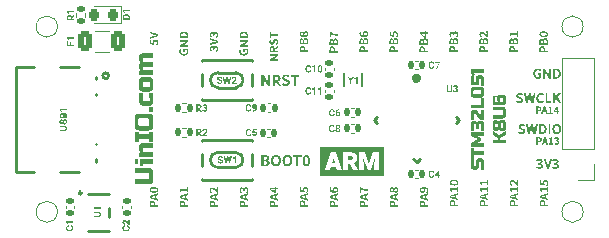
<source format=gto>
%TF.GenerationSoftware,KiCad,Pcbnew,7.0.5*%
%TF.CreationDate,2023-07-04T16:10:45+08:00*%
%TF.ProjectId,UINIO-MCU-STM32L051K8,55494e49-4f2d-44d4-9355-2d53544d3332,Version 3.3.0*%
%TF.SameCoordinates,PXa305660PY5939cc0*%
%TF.FileFunction,Legend,Top*%
%TF.FilePolarity,Positive*%
%FSLAX46Y46*%
G04 Gerber Fmt 4.6, Leading zero omitted, Abs format (unit mm)*
G04 Created by KiCad (PCBNEW 7.0.5) date 2023-07-04 16:10:45*
%MOMM*%
%LPD*%
G01*
G04 APERTURE LIST*
G04 Aperture macros list*
%AMRoundRect*
0 Rectangle with rounded corners*
0 $1 Rounding radius*
0 $2 $3 $4 $5 $6 $7 $8 $9 X,Y pos of 4 corners*
0 Add a 4 corners polygon primitive as box body*
4,1,4,$2,$3,$4,$5,$6,$7,$8,$9,$2,$3,0*
0 Add four circle primitives for the rounded corners*
1,1,$1+$1,$2,$3*
1,1,$1+$1,$4,$5*
1,1,$1+$1,$6,$7*
1,1,$1+$1,$8,$9*
0 Add four rect primitives between the rounded corners*
20,1,$1+$1,$2,$3,$4,$5,0*
20,1,$1+$1,$4,$5,$6,$7,0*
20,1,$1+$1,$6,$7,$8,$9,0*
20,1,$1+$1,$8,$9,$2,$3,0*%
%AMRotRect*
0 Rectangle, with rotation*
0 The origin of the aperture is its center*
0 $1 length*
0 $2 width*
0 $3 Rotation angle, in degrees counterclockwise*
0 Add horizontal line*
21,1,$1,$2,0,0,$3*%
G04 Aperture macros list end*
%ADD10C,0.100000*%
%ADD11C,0.160000*%
%ADD12C,0.200000*%
%ADD13C,0.150000*%
%ADD14C,0.300000*%
%ADD15C,0.120000*%
%ADD16C,0.254000*%
%ADD17C,0.395544*%
%ADD18RoundRect,0.135000X-0.135000X-0.185000X0.135000X-0.185000X0.135000X0.185000X-0.135000X0.185000X0*%
%ADD19RoundRect,0.140000X-0.140000X-0.170000X0.140000X-0.170000X0.140000X0.170000X-0.140000X0.170000X0*%
%ADD20RoundRect,0.250000X-0.375000X-0.625000X0.375000X-0.625000X0.375000X0.625000X-0.375000X0.625000X0*%
%ADD21C,1.200000*%
%ADD22RoundRect,0.140000X0.140000X0.170000X-0.140000X0.170000X-0.140000X-0.170000X0.140000X-0.170000X0*%
%ADD23RotRect,0.600000X0.300000X315.000000*%
%ADD24RotRect,0.600000X0.300000X45.000000*%
%ADD25RotRect,0.600000X0.300000X135.000000*%
%ADD26RotRect,0.600000X0.300000X225.000000*%
%ADD27RotRect,3.450000X3.450000X225.000000*%
%ADD28RoundRect,0.135000X0.185000X-0.135000X0.185000X0.135000X-0.185000X0.135000X-0.185000X-0.135000X0*%
%ADD29R,1.700000X1.700000*%
%ADD30O,1.700000X1.700000*%
%ADD31O,1.800000X1.000000*%
%ADD32R,1.400000X0.700000*%
%ADD33R,1.400000X0.800000*%
%ADD34R,1.200000X0.650000*%
%ADD35RoundRect,0.218750X0.218750X0.256250X-0.218750X0.256250X-0.218750X-0.256250X0.218750X-0.256250X0*%
%ADD36RoundRect,0.140000X0.170000X-0.140000X0.170000X0.140000X-0.170000X0.140000X-0.170000X-0.140000X0*%
%ADD37RoundRect,0.140000X-0.170000X0.140000X-0.170000X-0.140000X0.170000X-0.140000X0.170000X0.140000X0*%
%ADD38R,1.800000X1.000000*%
%ADD39R,1.000000X0.600000*%
G04 APERTURE END LIST*
D10*
G36*
X-16707573Y-3937343D02*
G01*
X-16693000Y-3938417D01*
X-16678946Y-3940186D01*
X-16665408Y-3942634D01*
X-16652382Y-3945742D01*
X-16639867Y-3949495D01*
X-16627859Y-3953875D01*
X-16616355Y-3958865D01*
X-16605354Y-3964448D01*
X-16594851Y-3970607D01*
X-16584845Y-3977325D01*
X-16575333Y-3984585D01*
X-16566312Y-3992370D01*
X-16557778Y-4000663D01*
X-16549730Y-4009447D01*
X-16542165Y-4018704D01*
X-16535079Y-4028419D01*
X-16528471Y-4038573D01*
X-16522337Y-4049150D01*
X-16516674Y-4060133D01*
X-16511481Y-4071504D01*
X-16506753Y-4083247D01*
X-16502489Y-4095345D01*
X-16498685Y-4107780D01*
X-16495339Y-4120536D01*
X-16492448Y-4133595D01*
X-16490010Y-4146941D01*
X-16488021Y-4160556D01*
X-16486479Y-4174424D01*
X-16485381Y-4188527D01*
X-16484724Y-4202849D01*
X-16484505Y-4217372D01*
X-16484505Y-4314312D01*
X-16227195Y-4314312D01*
X-16227195Y-4459465D01*
X-16949373Y-4459465D01*
X-16949373Y-4314312D01*
X-16833626Y-4314312D01*
X-16599226Y-4314312D01*
X-16599226Y-4227117D01*
X-16599347Y-4217908D01*
X-16599711Y-4209002D01*
X-16600317Y-4200398D01*
X-16601164Y-4192095D01*
X-16602254Y-4184094D01*
X-16603585Y-4176392D01*
X-16605159Y-4168990D01*
X-16606973Y-4161887D01*
X-16609029Y-4155081D01*
X-16611327Y-4148573D01*
X-16616645Y-4136446D01*
X-16622927Y-4125500D01*
X-16630172Y-4115730D01*
X-16638378Y-4107130D01*
X-16647545Y-4099694D01*
X-16657672Y-4093418D01*
X-16668758Y-4088295D01*
X-16680801Y-4084320D01*
X-16693801Y-4081487D01*
X-16700659Y-4080498D01*
X-16707756Y-4079792D01*
X-16715092Y-4079369D01*
X-16722667Y-4079228D01*
X-16730280Y-4079382D01*
X-16737578Y-4079846D01*
X-16751242Y-4081693D01*
X-16763698Y-4084763D01*
X-16774986Y-4089045D01*
X-16785145Y-4094533D01*
X-16794214Y-4101218D01*
X-16802233Y-4109091D01*
X-16809241Y-4118145D01*
X-16815278Y-4128371D01*
X-16820382Y-4139760D01*
X-16824592Y-4152305D01*
X-16826375Y-4159009D01*
X-16827949Y-4165998D01*
X-16829320Y-4173272D01*
X-16830492Y-4180829D01*
X-16831470Y-4188670D01*
X-16832259Y-4196791D01*
X-16832865Y-4205194D01*
X-16833291Y-4213876D01*
X-16833543Y-4222837D01*
X-16833626Y-4232075D01*
X-16833626Y-4314312D01*
X-16949373Y-4314312D01*
X-16949373Y-4221304D01*
X-16949204Y-4206349D01*
X-16948692Y-4191626D01*
X-16947826Y-4177153D01*
X-16946595Y-4162945D01*
X-16944990Y-4149018D01*
X-16943000Y-4135387D01*
X-16940615Y-4122068D01*
X-16937824Y-4109078D01*
X-16934618Y-4096432D01*
X-16930987Y-4084146D01*
X-16926920Y-4072236D01*
X-16922406Y-4060717D01*
X-16917436Y-4049606D01*
X-16911999Y-4038918D01*
X-16906085Y-4028669D01*
X-16899685Y-4018875D01*
X-16892786Y-4009553D01*
X-16885381Y-4000716D01*
X-16877457Y-3992383D01*
X-16869005Y-3984567D01*
X-16860015Y-3977286D01*
X-16850476Y-3970555D01*
X-16840379Y-3964390D01*
X-16829712Y-3958806D01*
X-16818467Y-3953820D01*
X-16806631Y-3949448D01*
X-16794196Y-3945704D01*
X-16781151Y-3942606D01*
X-16767486Y-3940169D01*
X-16753190Y-3938408D01*
X-16738254Y-3937340D01*
X-16722667Y-3936981D01*
X-16707573Y-3937343D01*
G37*
G36*
X-16425724Y-3266619D02*
G01*
X-16412869Y-3267670D01*
X-16400460Y-3269402D01*
X-16388496Y-3271801D01*
X-16376975Y-3274851D01*
X-16365895Y-3278536D01*
X-16355255Y-3282843D01*
X-16345053Y-3287754D01*
X-16335287Y-3293256D01*
X-16325955Y-3299333D01*
X-16317057Y-3305969D01*
X-16308590Y-3313149D01*
X-16300552Y-3320858D01*
X-16292942Y-3329081D01*
X-16285759Y-3337802D01*
X-16278999Y-3347006D01*
X-16272663Y-3356678D01*
X-16266747Y-3366803D01*
X-16261251Y-3377365D01*
X-16256173Y-3388349D01*
X-16251510Y-3399739D01*
X-16247262Y-3411522D01*
X-16243427Y-3423680D01*
X-16240002Y-3436199D01*
X-16236987Y-3449064D01*
X-16234379Y-3462259D01*
X-16232177Y-3475769D01*
X-16230379Y-3489579D01*
X-16228984Y-3503674D01*
X-16227989Y-3518037D01*
X-16227394Y-3532655D01*
X-16227195Y-3547511D01*
X-16227195Y-3806360D01*
X-16949373Y-3806360D01*
X-16949373Y-3661206D01*
X-16837558Y-3661206D01*
X-16653937Y-3661206D01*
X-16547080Y-3661206D01*
X-16338839Y-3661206D01*
X-16338839Y-3560334D01*
X-16338941Y-3551186D01*
X-16339247Y-3542304D01*
X-16339758Y-3533690D01*
X-16340475Y-3525345D01*
X-16341399Y-3517271D01*
X-16342531Y-3509469D01*
X-16343871Y-3501941D01*
X-16345421Y-3494689D01*
X-16347182Y-3487715D01*
X-16351337Y-3474603D01*
X-16356344Y-3462620D01*
X-16362210Y-3451778D01*
X-16368942Y-3442089D01*
X-16376548Y-3433567D01*
X-16385033Y-3426224D01*
X-16394405Y-3420073D01*
X-16404672Y-3415127D01*
X-16415839Y-3411398D01*
X-16427915Y-3408900D01*
X-16440906Y-3407644D01*
X-16447747Y-3407487D01*
X-16460301Y-3408104D01*
X-16471944Y-3409952D01*
X-16482690Y-3413021D01*
X-16492552Y-3417304D01*
X-16501544Y-3422792D01*
X-16509681Y-3429477D01*
X-16516976Y-3437350D01*
X-16523444Y-3446404D01*
X-16529098Y-3456630D01*
X-16533953Y-3468019D01*
X-16538023Y-3480564D01*
X-16539767Y-3487268D01*
X-16541321Y-3494257D01*
X-16542685Y-3501531D01*
X-16543862Y-3509088D01*
X-16544852Y-3516928D01*
X-16545659Y-3525050D01*
X-16546284Y-3533453D01*
X-16546727Y-3542135D01*
X-16546992Y-3551096D01*
X-16547080Y-3560334D01*
X-16547080Y-3661206D01*
X-16653937Y-3661206D01*
X-16653937Y-3576918D01*
X-16654045Y-3568446D01*
X-16654367Y-3560276D01*
X-16654901Y-3552404D01*
X-16655643Y-3544830D01*
X-16656591Y-3537551D01*
X-16657740Y-3530565D01*
X-16660634Y-3517463D01*
X-16664300Y-3505507D01*
X-16668714Y-3494680D01*
X-16673852Y-3484965D01*
X-16679689Y-3476345D01*
X-16686201Y-3468803D01*
X-16693365Y-3462321D01*
X-16701155Y-3456884D01*
X-16709547Y-3452473D01*
X-16718518Y-3449072D01*
X-16728042Y-3446664D01*
X-16738095Y-3445232D01*
X-16748654Y-3444758D01*
X-16754490Y-3444884D01*
X-16765503Y-3445895D01*
X-16775654Y-3447918D01*
X-16784962Y-3450954D01*
X-16793444Y-3455005D01*
X-16801118Y-3460073D01*
X-16808004Y-3466159D01*
X-16814118Y-3473264D01*
X-16819481Y-3481391D01*
X-16824109Y-3490540D01*
X-16828021Y-3500713D01*
X-16831235Y-3511912D01*
X-16833771Y-3524137D01*
X-16835645Y-3537392D01*
X-16836340Y-3544405D01*
X-16836876Y-3551676D01*
X-16837257Y-3559205D01*
X-16837483Y-3566992D01*
X-16837558Y-3575037D01*
X-16837558Y-3661206D01*
X-16949373Y-3661206D01*
X-16949373Y-3566147D01*
X-16949242Y-3552292D01*
X-16948844Y-3538657D01*
X-16948171Y-3525258D01*
X-16947214Y-3512108D01*
X-16945963Y-3499222D01*
X-16944412Y-3486614D01*
X-16942550Y-3474299D01*
X-16940370Y-3462291D01*
X-16937863Y-3450604D01*
X-16935020Y-3439252D01*
X-16931833Y-3428251D01*
X-16928293Y-3417614D01*
X-16924392Y-3407356D01*
X-16920121Y-3397492D01*
X-16915471Y-3388034D01*
X-16910434Y-3378999D01*
X-16905002Y-3370400D01*
X-16899165Y-3362251D01*
X-16892915Y-3354568D01*
X-16886244Y-3347364D01*
X-16879143Y-3340653D01*
X-16871603Y-3334451D01*
X-16863616Y-3328772D01*
X-16855174Y-3323629D01*
X-16846267Y-3319037D01*
X-16836887Y-3315011D01*
X-16827025Y-3311565D01*
X-16816674Y-3308713D01*
X-16805824Y-3306470D01*
X-16794467Y-3304850D01*
X-16782594Y-3303868D01*
X-16770196Y-3303537D01*
X-16757716Y-3303971D01*
X-16745263Y-3305259D01*
X-16732908Y-3307383D01*
X-16720722Y-3310325D01*
X-16708776Y-3314065D01*
X-16697143Y-3318585D01*
X-16685891Y-3323865D01*
X-16675094Y-3329888D01*
X-16664822Y-3336634D01*
X-16655145Y-3344084D01*
X-16646136Y-3352220D01*
X-16637865Y-3361023D01*
X-16630404Y-3370474D01*
X-16623823Y-3380555D01*
X-16618194Y-3391246D01*
X-16613588Y-3402529D01*
X-16608801Y-3402529D01*
X-16606948Y-3395233D01*
X-16604882Y-3388066D01*
X-16602603Y-3381034D01*
X-16600110Y-3374143D01*
X-16597401Y-3367400D01*
X-16594476Y-3360813D01*
X-16591333Y-3354387D01*
X-16587972Y-3348131D01*
X-16584390Y-3342050D01*
X-16580589Y-3336151D01*
X-16576565Y-3330442D01*
X-16572319Y-3324928D01*
X-16567849Y-3319617D01*
X-16563154Y-3314516D01*
X-16558233Y-3309631D01*
X-16553086Y-3304969D01*
X-16547710Y-3300537D01*
X-16542106Y-3296342D01*
X-16536271Y-3292390D01*
X-16530206Y-3288688D01*
X-16523909Y-3285244D01*
X-16517378Y-3282063D01*
X-16510614Y-3279153D01*
X-16503614Y-3276521D01*
X-16496378Y-3274173D01*
X-16488905Y-3272116D01*
X-16481194Y-3270357D01*
X-16473243Y-3268902D01*
X-16465052Y-3267759D01*
X-16456620Y-3266934D01*
X-16447945Y-3266434D01*
X-16439027Y-3266266D01*
X-16425724Y-3266619D01*
G37*
G36*
X-16437596Y-2691937D02*
G01*
X-16424523Y-2692833D01*
X-16411782Y-2694308D01*
X-16399381Y-2696345D01*
X-16387325Y-2698931D01*
X-16375621Y-2702049D01*
X-16364276Y-2705685D01*
X-16353297Y-2709822D01*
X-16342688Y-2714447D01*
X-16332458Y-2719543D01*
X-16322613Y-2725096D01*
X-16313159Y-2731089D01*
X-16304102Y-2737509D01*
X-16295450Y-2744339D01*
X-16287208Y-2751564D01*
X-16279384Y-2759169D01*
X-16271984Y-2767138D01*
X-16265013Y-2775457D01*
X-16258480Y-2784110D01*
X-16252390Y-2793082D01*
X-16246749Y-2802357D01*
X-16241565Y-2811921D01*
X-16236844Y-2821758D01*
X-16232592Y-2831852D01*
X-16228816Y-2842189D01*
X-16225522Y-2852753D01*
X-16222717Y-2863529D01*
X-16220407Y-2874501D01*
X-16218600Y-2885655D01*
X-16217301Y-2896975D01*
X-16216516Y-2908445D01*
X-16216253Y-2920051D01*
X-16216564Y-2932863D01*
X-16217501Y-2945576D01*
X-16219068Y-2958169D01*
X-16221272Y-2970622D01*
X-16224118Y-2982916D01*
X-16227610Y-2995030D01*
X-16231755Y-3006943D01*
X-16236559Y-3018637D01*
X-16242026Y-3030090D01*
X-16248161Y-3041282D01*
X-16254971Y-3052194D01*
X-16262460Y-3062805D01*
X-16270635Y-3073094D01*
X-16279500Y-3083043D01*
X-16289061Y-3092630D01*
X-16299323Y-3101835D01*
X-16310293Y-3110639D01*
X-16321974Y-3119021D01*
X-16334373Y-3126961D01*
X-16347495Y-3134438D01*
X-16361345Y-3141434D01*
X-16375929Y-3147926D01*
X-16391252Y-3153897D01*
X-16407320Y-3159324D01*
X-16424139Y-3164188D01*
X-16441712Y-3168469D01*
X-16460047Y-3172147D01*
X-16479148Y-3175201D01*
X-16499020Y-3177612D01*
X-16519670Y-3179359D01*
X-16541102Y-3180422D01*
X-16563323Y-3180781D01*
X-16588122Y-3180391D01*
X-16612034Y-3179235D01*
X-16635065Y-3177338D01*
X-16657223Y-3174719D01*
X-16678513Y-3171402D01*
X-16698942Y-3167410D01*
X-16718517Y-3162764D01*
X-16737244Y-3157486D01*
X-16755130Y-3151599D01*
X-16772182Y-3145126D01*
X-16788405Y-3138088D01*
X-16803806Y-3130507D01*
X-16818393Y-3122407D01*
X-16832170Y-3113809D01*
X-16845146Y-3104736D01*
X-16857327Y-3095210D01*
X-16868718Y-3085253D01*
X-16879328Y-3074888D01*
X-16889161Y-3064136D01*
X-16898225Y-3053021D01*
X-16906526Y-3041563D01*
X-16914072Y-3029787D01*
X-16920867Y-3017714D01*
X-16926920Y-3005365D01*
X-16932235Y-2992765D01*
X-16936821Y-2979934D01*
X-16940684Y-2966895D01*
X-16943829Y-2953671D01*
X-16946264Y-2940283D01*
X-16947996Y-2926755D01*
X-16949030Y-2913108D01*
X-16949373Y-2899364D01*
X-16949264Y-2891162D01*
X-16948943Y-2883099D01*
X-16948414Y-2875172D01*
X-16947683Y-2867383D01*
X-16946755Y-2859731D01*
X-16945636Y-2852215D01*
X-16944330Y-2844835D01*
X-16942844Y-2837590D01*
X-16941182Y-2830481D01*
X-16939351Y-2823507D01*
X-16937355Y-2816667D01*
X-16935200Y-2809961D01*
X-16932891Y-2803389D01*
X-16930433Y-2796951D01*
X-16925095Y-2784472D01*
X-16919228Y-2772522D01*
X-16912875Y-2761099D01*
X-16906079Y-2750198D01*
X-16898883Y-2739817D01*
X-16891331Y-2729953D01*
X-16883465Y-2720603D01*
X-16875329Y-2711764D01*
X-16866965Y-2703432D01*
X-16780796Y-2779856D01*
X-16786055Y-2784846D01*
X-16791171Y-2790242D01*
X-16796116Y-2796016D01*
X-16800864Y-2802135D01*
X-16805387Y-2808572D01*
X-16809660Y-2815295D01*
X-16813653Y-2822274D01*
X-16817341Y-2829480D01*
X-16820697Y-2836882D01*
X-16823692Y-2844451D01*
X-16826302Y-2852155D01*
X-16828497Y-2859966D01*
X-16830252Y-2867853D01*
X-16831538Y-2875786D01*
X-16832330Y-2883735D01*
X-16832600Y-2891670D01*
X-16832418Y-2899432D01*
X-16831865Y-2907098D01*
X-16830929Y-2914661D01*
X-16829600Y-2922111D01*
X-16827867Y-2929439D01*
X-16825719Y-2936638D01*
X-16823145Y-2943698D01*
X-16820135Y-2950610D01*
X-16816678Y-2957365D01*
X-16812763Y-2963955D01*
X-16808379Y-2970371D01*
X-16803515Y-2976604D01*
X-16798160Y-2982645D01*
X-16792304Y-2988486D01*
X-16785935Y-2994118D01*
X-16779044Y-2999531D01*
X-16771618Y-3004717D01*
X-16763648Y-3009668D01*
X-16755122Y-3014375D01*
X-16746030Y-3018828D01*
X-16736360Y-3023018D01*
X-16726103Y-3026938D01*
X-16715246Y-3030579D01*
X-16703780Y-3033931D01*
X-16691693Y-3036985D01*
X-16678974Y-3039734D01*
X-16665614Y-3042167D01*
X-16651600Y-3044277D01*
X-16636922Y-3046055D01*
X-16621570Y-3047491D01*
X-16605532Y-3048577D01*
X-16588797Y-3049305D01*
X-16597945Y-3041528D01*
X-16606596Y-3033299D01*
X-16614736Y-3024671D01*
X-16622353Y-3015698D01*
X-16629434Y-3006433D01*
X-16635966Y-2996928D01*
X-16641936Y-2987236D01*
X-16647333Y-2977412D01*
X-16652142Y-2967507D01*
X-16656352Y-2957575D01*
X-16659949Y-2947669D01*
X-16662921Y-2937843D01*
X-16665254Y-2928149D01*
X-16665295Y-2927916D01*
X-16566400Y-2927916D01*
X-16566156Y-2934951D01*
X-16565408Y-2942128D01*
X-16564132Y-2949427D01*
X-16562307Y-2956826D01*
X-16559909Y-2964303D01*
X-16556915Y-2971836D01*
X-16553302Y-2979404D01*
X-16549047Y-2986986D01*
X-16544126Y-2994560D01*
X-16538517Y-3002104D01*
X-16532197Y-3009597D01*
X-16525143Y-3017018D01*
X-16517331Y-3024344D01*
X-16508739Y-3031555D01*
X-16499343Y-3038629D01*
X-16489122Y-3045543D01*
X-16478166Y-3044143D01*
X-16467640Y-3042542D01*
X-16457538Y-3040744D01*
X-16447855Y-3038754D01*
X-16438586Y-3036577D01*
X-16429724Y-3034216D01*
X-16421265Y-3031676D01*
X-16413203Y-3028962D01*
X-16405533Y-3026078D01*
X-16398250Y-3023028D01*
X-16391348Y-3019817D01*
X-16384821Y-3016449D01*
X-16378666Y-3012928D01*
X-16372875Y-3009260D01*
X-16362369Y-3001497D01*
X-16353258Y-2993195D01*
X-16345502Y-2984390D01*
X-16339056Y-2975116D01*
X-16333878Y-2965409D01*
X-16329925Y-2955305D01*
X-16327155Y-2944838D01*
X-16325524Y-2934044D01*
X-16324990Y-2922958D01*
X-16325114Y-2917845D01*
X-16326099Y-2907834D01*
X-16328070Y-2898148D01*
X-16331026Y-2888837D01*
X-16334967Y-2879949D01*
X-16339893Y-2871534D01*
X-16345803Y-2863639D01*
X-16352697Y-2856315D01*
X-16360575Y-2849609D01*
X-16369436Y-2843571D01*
X-16379281Y-2838249D01*
X-16390109Y-2833692D01*
X-16401920Y-2829949D01*
X-16414714Y-2827070D01*
X-16421479Y-2825969D01*
X-16428490Y-2825102D01*
X-16435746Y-2824475D01*
X-16443248Y-2824094D01*
X-16450995Y-2823966D01*
X-16458291Y-2824086D01*
X-16465336Y-2824444D01*
X-16478681Y-2825859D01*
X-16491040Y-2828182D01*
X-16502422Y-2831385D01*
X-16512838Y-2835438D01*
X-16522297Y-2840312D01*
X-16530808Y-2845980D01*
X-16538382Y-2852411D01*
X-16545029Y-2859578D01*
X-16550757Y-2867452D01*
X-16555578Y-2876003D01*
X-16559500Y-2885203D01*
X-16562533Y-2895023D01*
X-16564688Y-2905434D01*
X-16565974Y-2916408D01*
X-16566400Y-2927916D01*
X-16665295Y-2927916D01*
X-16666937Y-2918639D01*
X-16667956Y-2909369D01*
X-16668298Y-2900390D01*
X-16668094Y-2889096D01*
X-16667481Y-2878013D01*
X-16666456Y-2867151D01*
X-16665020Y-2856519D01*
X-16663169Y-2846127D01*
X-16660903Y-2835985D01*
X-16658219Y-2826102D01*
X-16655117Y-2816489D01*
X-16651595Y-2807154D01*
X-16647651Y-2798108D01*
X-16643284Y-2789359D01*
X-16638491Y-2780919D01*
X-16633272Y-2772796D01*
X-16627625Y-2765000D01*
X-16621549Y-2757540D01*
X-16615041Y-2750428D01*
X-16608100Y-2743671D01*
X-16600725Y-2737280D01*
X-16592915Y-2731265D01*
X-16584666Y-2725635D01*
X-16575979Y-2720399D01*
X-16566851Y-2715568D01*
X-16557281Y-2711152D01*
X-16547267Y-2707159D01*
X-16536808Y-2703600D01*
X-16525902Y-2700483D01*
X-16514548Y-2697820D01*
X-16502744Y-2695619D01*
X-16490488Y-2693891D01*
X-16477779Y-2692644D01*
X-16464615Y-2691889D01*
X-16450995Y-2691635D01*
X-16437596Y-2691937D01*
G37*
G36*
X-1708729Y-14344505D02*
G01*
X-1694003Y-14344253D01*
X-1679440Y-14343501D01*
X-1665060Y-14342253D01*
X-1650883Y-14340515D01*
X-1636929Y-14338290D01*
X-1623217Y-14335583D01*
X-1609769Y-14332399D01*
X-1596604Y-14328742D01*
X-1583741Y-14324617D01*
X-1571201Y-14320029D01*
X-1559004Y-14314982D01*
X-1547170Y-14309481D01*
X-1535718Y-14303531D01*
X-1524669Y-14297136D01*
X-1514042Y-14290300D01*
X-1503859Y-14283029D01*
X-1494137Y-14275326D01*
X-1484898Y-14267198D01*
X-1476162Y-14258647D01*
X-1467948Y-14249679D01*
X-1460276Y-14240299D01*
X-1453167Y-14230511D01*
X-1446640Y-14220319D01*
X-1440716Y-14209728D01*
X-1435413Y-14198744D01*
X-1430753Y-14187370D01*
X-1426755Y-14175611D01*
X-1423439Y-14163472D01*
X-1420826Y-14150957D01*
X-1418934Y-14138071D01*
X-1417784Y-14124818D01*
X-1417397Y-14111204D01*
X-1417605Y-14101422D01*
X-1418225Y-14091859D01*
X-1419246Y-14082518D01*
X-1420660Y-14073398D01*
X-1422456Y-14064502D01*
X-1424627Y-14055830D01*
X-1427163Y-14047384D01*
X-1430055Y-14039165D01*
X-1433292Y-14031173D01*
X-1436867Y-14023410D01*
X-1440769Y-14015878D01*
X-1444991Y-14008576D01*
X-1449521Y-14001507D01*
X-1454352Y-13994672D01*
X-1459474Y-13988071D01*
X-1464877Y-13981706D01*
X-1470553Y-13975579D01*
X-1476493Y-13969689D01*
X-1482686Y-13964038D01*
X-1489124Y-13958629D01*
X-1495797Y-13953460D01*
X-1502697Y-13948534D01*
X-1509814Y-13943853D01*
X-1517139Y-13939416D01*
X-1524663Y-13935225D01*
X-1532376Y-13931282D01*
X-1540269Y-13927587D01*
X-1548333Y-13924141D01*
X-1556559Y-13920947D01*
X-1564937Y-13918004D01*
X-1573458Y-13915314D01*
X-1582114Y-13912879D01*
X-1582114Y-13907212D01*
X-1574138Y-13903893D01*
X-1566367Y-13900421D01*
X-1558805Y-13896795D01*
X-1551455Y-13893015D01*
X-1544320Y-13889081D01*
X-1537404Y-13884993D01*
X-1530708Y-13880751D01*
X-1524238Y-13876355D01*
X-1511982Y-13867100D01*
X-1500661Y-13857228D01*
X-1490300Y-13846736D01*
X-1480924Y-13835625D01*
X-1472558Y-13823893D01*
X-1465227Y-13811540D01*
X-1458955Y-13798564D01*
X-1453767Y-13784966D01*
X-1449689Y-13770743D01*
X-1446746Y-13755896D01*
X-1444961Y-13740423D01*
X-1444512Y-13732451D01*
X-1444361Y-13724323D01*
X-1444678Y-13711459D01*
X-1445620Y-13698952D01*
X-1447179Y-13686808D01*
X-1449342Y-13675027D01*
X-1452100Y-13663615D01*
X-1455443Y-13652575D01*
X-1459359Y-13641909D01*
X-1463839Y-13631621D01*
X-1468872Y-13621714D01*
X-1474448Y-13612192D01*
X-1480555Y-13603058D01*
X-1487184Y-13594314D01*
X-1494325Y-13585966D01*
X-1501966Y-13578014D01*
X-1510097Y-13570464D01*
X-1518709Y-13563318D01*
X-1527789Y-13556580D01*
X-1537329Y-13550253D01*
X-1547317Y-13544340D01*
X-1557743Y-13538844D01*
X-1568597Y-13533769D01*
X-1579868Y-13529118D01*
X-1591546Y-13524894D01*
X-1603620Y-13521101D01*
X-1616079Y-13517742D01*
X-1628915Y-13514820D01*
X-1642115Y-13512339D01*
X-1655669Y-13510301D01*
X-1669568Y-13508710D01*
X-1683800Y-13507570D01*
X-1698355Y-13506884D01*
X-1713224Y-13506654D01*
X-1722294Y-13506772D01*
X-1731263Y-13507124D01*
X-1740130Y-13507706D01*
X-1748899Y-13508515D01*
X-1757572Y-13509547D01*
X-1766149Y-13510800D01*
X-1774633Y-13512270D01*
X-1783025Y-13513954D01*
X-1791328Y-13515848D01*
X-1799543Y-13517949D01*
X-1807672Y-13520254D01*
X-1815717Y-13522759D01*
X-1823680Y-13525462D01*
X-1831563Y-13528358D01*
X-1839366Y-13531444D01*
X-1847093Y-13534718D01*
X-1854745Y-13538175D01*
X-1862324Y-13541813D01*
X-1869831Y-13545627D01*
X-1877269Y-13549616D01*
X-1884639Y-13553775D01*
X-1891943Y-13558101D01*
X-1899184Y-13562591D01*
X-1906362Y-13567242D01*
X-1913479Y-13572049D01*
X-1920538Y-13577010D01*
X-1927541Y-13582122D01*
X-1934488Y-13587381D01*
X-1941382Y-13592784D01*
X-1948225Y-13598327D01*
X-1955019Y-13604008D01*
X-1961765Y-13609822D01*
X-1877746Y-13710841D01*
X-1868524Y-13702408D01*
X-1859311Y-13694411D01*
X-1850090Y-13686865D01*
X-1840840Y-13679786D01*
X-1831545Y-13673187D01*
X-1822186Y-13667083D01*
X-1812745Y-13661491D01*
X-1803203Y-13656424D01*
X-1793541Y-13651897D01*
X-1783743Y-13647926D01*
X-1773788Y-13644524D01*
X-1763660Y-13641708D01*
X-1753339Y-13639492D01*
X-1742807Y-13637890D01*
X-1732047Y-13636919D01*
X-1721039Y-13636591D01*
X-1708169Y-13637024D01*
X-1696019Y-13638309D01*
X-1684604Y-13640432D01*
X-1673940Y-13643375D01*
X-1664042Y-13647122D01*
X-1654925Y-13651656D01*
X-1646605Y-13656960D01*
X-1639096Y-13663018D01*
X-1632413Y-13669814D01*
X-1626573Y-13677330D01*
X-1621589Y-13685551D01*
X-1617477Y-13694459D01*
X-1614253Y-13704037D01*
X-1611931Y-13714270D01*
X-1610527Y-13725141D01*
X-1610055Y-13736633D01*
X-1610648Y-13749478D01*
X-1612477Y-13761824D01*
X-1615621Y-13773626D01*
X-1620158Y-13784838D01*
X-1626166Y-13795414D01*
X-1633724Y-13805309D01*
X-1642909Y-13814478D01*
X-1653799Y-13822875D01*
X-1666474Y-13830455D01*
X-1673504Y-13833924D01*
X-1681010Y-13837172D01*
X-1689001Y-13840192D01*
X-1697486Y-13842980D01*
X-1706476Y-13845529D01*
X-1715980Y-13847834D01*
X-1726009Y-13849889D01*
X-1736571Y-13851689D01*
X-1747677Y-13853227D01*
X-1759336Y-13854498D01*
X-1771559Y-13855497D01*
X-1784354Y-13856217D01*
X-1797732Y-13856654D01*
X-1811702Y-13856801D01*
X-1811702Y-13975600D01*
X-1795180Y-13975740D01*
X-1779416Y-13976157D01*
X-1764398Y-13976848D01*
X-1750108Y-13977809D01*
X-1736531Y-13979038D01*
X-1723652Y-13980531D01*
X-1711456Y-13982284D01*
X-1699928Y-13984295D01*
X-1689050Y-13986561D01*
X-1678810Y-13989077D01*
X-1669190Y-13991840D01*
X-1660175Y-13994848D01*
X-1651751Y-13998097D01*
X-1643901Y-14001584D01*
X-1636610Y-14005305D01*
X-1629863Y-14009257D01*
X-1617940Y-14017842D01*
X-1608006Y-14027311D01*
X-1599939Y-14037639D01*
X-1593615Y-14048800D01*
X-1588911Y-14060766D01*
X-1585704Y-14073513D01*
X-1583870Y-14087012D01*
X-1583286Y-14101239D01*
X-1583948Y-14113830D01*
X-1585902Y-14125727D01*
X-1589106Y-14136913D01*
X-1593514Y-14147373D01*
X-1599083Y-14157090D01*
X-1605770Y-14166048D01*
X-1613529Y-14174229D01*
X-1622316Y-14181619D01*
X-1632089Y-14188201D01*
X-1642801Y-14193958D01*
X-1654411Y-14198874D01*
X-1666872Y-14202932D01*
X-1680142Y-14206118D01*
X-1694176Y-14208413D01*
X-1708931Y-14209802D01*
X-1724361Y-14210269D01*
X-1738261Y-14209845D01*
X-1751826Y-14208597D01*
X-1765062Y-14206563D01*
X-1777972Y-14203781D01*
X-1790562Y-14200288D01*
X-1802836Y-14196121D01*
X-1814799Y-14191319D01*
X-1826455Y-14185918D01*
X-1837808Y-14179956D01*
X-1848864Y-14173470D01*
X-1859627Y-14166499D01*
X-1870101Y-14159079D01*
X-1880291Y-14151248D01*
X-1890202Y-14143043D01*
X-1899838Y-14134502D01*
X-1909204Y-14125663D01*
X-1986385Y-14229222D01*
X-1980837Y-14235363D01*
X-1975111Y-14241400D01*
X-1969204Y-14247327D01*
X-1963114Y-14253137D01*
X-1956838Y-14258825D01*
X-1950374Y-14264385D01*
X-1943720Y-14269811D01*
X-1936874Y-14275097D01*
X-1929832Y-14280237D01*
X-1922593Y-14285225D01*
X-1915155Y-14290055D01*
X-1907515Y-14294721D01*
X-1899670Y-14299218D01*
X-1891619Y-14303539D01*
X-1883359Y-14307678D01*
X-1874888Y-14311630D01*
X-1866203Y-14315388D01*
X-1857303Y-14318947D01*
X-1848184Y-14322300D01*
X-1838845Y-14325442D01*
X-1829283Y-14328367D01*
X-1819496Y-14331069D01*
X-1809481Y-14333542D01*
X-1799237Y-14335779D01*
X-1788760Y-14337776D01*
X-1778049Y-14339525D01*
X-1767101Y-14341022D01*
X-1755915Y-14342260D01*
X-1744486Y-14343233D01*
X-1732814Y-14343936D01*
X-1720896Y-14344361D01*
X-1708729Y-14344505D01*
G37*
G36*
X-1108478Y-14332000D02*
G01*
X-910153Y-14332000D01*
X-656922Y-13506654D01*
X-824961Y-13506654D01*
X-932623Y-13908775D01*
X-935001Y-13917252D01*
X-937338Y-13925683D01*
X-939635Y-13934073D01*
X-941897Y-13942425D01*
X-944127Y-13950741D01*
X-946327Y-13959026D01*
X-948501Y-13967283D01*
X-950652Y-13975515D01*
X-952782Y-13983725D01*
X-954895Y-13991916D01*
X-956993Y-14000093D01*
X-959081Y-14008257D01*
X-961160Y-14016413D01*
X-963234Y-14024564D01*
X-965306Y-14032712D01*
X-967379Y-14040862D01*
X-969456Y-14049016D01*
X-971540Y-14057179D01*
X-973634Y-14065352D01*
X-975742Y-14073540D01*
X-977865Y-14081746D01*
X-980008Y-14089973D01*
X-982173Y-14098224D01*
X-984363Y-14106502D01*
X-986582Y-14114812D01*
X-988832Y-14123156D01*
X-991116Y-14131537D01*
X-993438Y-14139959D01*
X-995800Y-14148425D01*
X-998206Y-14156939D01*
X-1000659Y-14165503D01*
X-1003161Y-14174121D01*
X-1008632Y-14174121D01*
X-1011027Y-14165503D01*
X-1013380Y-14156939D01*
X-1015693Y-14148425D01*
X-1017968Y-14139958D01*
X-1020209Y-14131535D01*
X-1022419Y-14123153D01*
X-1024599Y-14114808D01*
X-1026755Y-14106496D01*
X-1028887Y-14098215D01*
X-1030999Y-14089961D01*
X-1033094Y-14081730D01*
X-1035175Y-14073520D01*
X-1037244Y-14065326D01*
X-1039305Y-14057146D01*
X-1041360Y-14048976D01*
X-1043412Y-14040813D01*
X-1045464Y-14032654D01*
X-1047519Y-14024494D01*
X-1049580Y-14016331D01*
X-1051649Y-14008162D01*
X-1053730Y-13999982D01*
X-1055825Y-13991789D01*
X-1057937Y-13983580D01*
X-1060069Y-13975350D01*
X-1062224Y-13967097D01*
X-1064405Y-13958817D01*
X-1066615Y-13950507D01*
X-1068856Y-13942163D01*
X-1071131Y-13933782D01*
X-1073444Y-13925361D01*
X-1075797Y-13916896D01*
X-1078192Y-13908385D01*
X-1188004Y-13506654D01*
X-1361514Y-13506654D01*
X-1108478Y-14332000D01*
G37*
G36*
X-357383Y-14344505D02*
G01*
X-342656Y-14344253D01*
X-328093Y-14343501D01*
X-313713Y-14342253D01*
X-299536Y-14340515D01*
X-285582Y-14338290D01*
X-271871Y-14335583D01*
X-258422Y-14332399D01*
X-245257Y-14328742D01*
X-232394Y-14324617D01*
X-219854Y-14320029D01*
X-207657Y-14314982D01*
X-195823Y-14309481D01*
X-184371Y-14303531D01*
X-173322Y-14297136D01*
X-162696Y-14290300D01*
X-152512Y-14283029D01*
X-142790Y-14275326D01*
X-133552Y-14267198D01*
X-124815Y-14258647D01*
X-116601Y-14249679D01*
X-108930Y-14240299D01*
X-101820Y-14230511D01*
X-95293Y-14220319D01*
X-89369Y-14209728D01*
X-84067Y-14198744D01*
X-79406Y-14187370D01*
X-75408Y-14175611D01*
X-72093Y-14163472D01*
X-69479Y-14150957D01*
X-67587Y-14138071D01*
X-66437Y-14124818D01*
X-66050Y-14111204D01*
X-66258Y-14101422D01*
X-66878Y-14091859D01*
X-67899Y-14082518D01*
X-69313Y-14073398D01*
X-71110Y-14064502D01*
X-73281Y-14055830D01*
X-75816Y-14047384D01*
X-78708Y-14039165D01*
X-81945Y-14031173D01*
X-85520Y-14023410D01*
X-89423Y-14015878D01*
X-93644Y-14008576D01*
X-98175Y-14001507D01*
X-103005Y-13994672D01*
X-108127Y-13988071D01*
X-113531Y-13981706D01*
X-119207Y-13975579D01*
X-125146Y-13969689D01*
X-131339Y-13964038D01*
X-137777Y-13958629D01*
X-144451Y-13953460D01*
X-151351Y-13948534D01*
X-158468Y-13943853D01*
X-165792Y-13939416D01*
X-173316Y-13935225D01*
X-181029Y-13931282D01*
X-188922Y-13927587D01*
X-196986Y-13924141D01*
X-205212Y-13920947D01*
X-213590Y-13918004D01*
X-222112Y-13915314D01*
X-230767Y-13912879D01*
X-230767Y-13907212D01*
X-222791Y-13903893D01*
X-215020Y-13900421D01*
X-207458Y-13896795D01*
X-200108Y-13893015D01*
X-192973Y-13889081D01*
X-186057Y-13884993D01*
X-179362Y-13880751D01*
X-172891Y-13876355D01*
X-160635Y-13867100D01*
X-149314Y-13857228D01*
X-138953Y-13846736D01*
X-129577Y-13835625D01*
X-121211Y-13823893D01*
X-113880Y-13811540D01*
X-107608Y-13798564D01*
X-102421Y-13784966D01*
X-98343Y-13770743D01*
X-95399Y-13755896D01*
X-93615Y-13740423D01*
X-93165Y-13732451D01*
X-93014Y-13724323D01*
X-93331Y-13711459D01*
X-94273Y-13698952D01*
X-95832Y-13686808D01*
X-97995Y-13675027D01*
X-100754Y-13663615D01*
X-104096Y-13652575D01*
X-108013Y-13641909D01*
X-112493Y-13631621D01*
X-117525Y-13621714D01*
X-123101Y-13612192D01*
X-129208Y-13603058D01*
X-135838Y-13594314D01*
X-142978Y-13585966D01*
X-150619Y-13578014D01*
X-158750Y-13570464D01*
X-167362Y-13563318D01*
X-176442Y-13556580D01*
X-185982Y-13550253D01*
X-195970Y-13544340D01*
X-206396Y-13538844D01*
X-217250Y-13533769D01*
X-228521Y-13529118D01*
X-240199Y-13524894D01*
X-252273Y-13521101D01*
X-264733Y-13517742D01*
X-277568Y-13514820D01*
X-290768Y-13512339D01*
X-304322Y-13510301D01*
X-318221Y-13508710D01*
X-332453Y-13507570D01*
X-347009Y-13506884D01*
X-361877Y-13506654D01*
X-370947Y-13506772D01*
X-379916Y-13507124D01*
X-388784Y-13507706D01*
X-397553Y-13508515D01*
X-406225Y-13509547D01*
X-414802Y-13510800D01*
X-423286Y-13512270D01*
X-431678Y-13513954D01*
X-439981Y-13515848D01*
X-448196Y-13517949D01*
X-456325Y-13520254D01*
X-464371Y-13522759D01*
X-472333Y-13525462D01*
X-480216Y-13528358D01*
X-488019Y-13531444D01*
X-495746Y-13534718D01*
X-503398Y-13538175D01*
X-510977Y-13541813D01*
X-518484Y-13545627D01*
X-525922Y-13549616D01*
X-533292Y-13553775D01*
X-540597Y-13558101D01*
X-547837Y-13562591D01*
X-555015Y-13567242D01*
X-562132Y-13572049D01*
X-569192Y-13577010D01*
X-576194Y-13582122D01*
X-583141Y-13587381D01*
X-590036Y-13592784D01*
X-596879Y-13598327D01*
X-603672Y-13604008D01*
X-610418Y-13609822D01*
X-526399Y-13710841D01*
X-517177Y-13702408D01*
X-507964Y-13694411D01*
X-498743Y-13686865D01*
X-489494Y-13679786D01*
X-480199Y-13673187D01*
X-470840Y-13667083D01*
X-461398Y-13661491D01*
X-451856Y-13656424D01*
X-442194Y-13651897D01*
X-432396Y-13647926D01*
X-422441Y-13644524D01*
X-412313Y-13641708D01*
X-401992Y-13639492D01*
X-391461Y-13637890D01*
X-380700Y-13636919D01*
X-369692Y-13636591D01*
X-356822Y-13637024D01*
X-344672Y-13638309D01*
X-333257Y-13640432D01*
X-322593Y-13643375D01*
X-312695Y-13647122D01*
X-303579Y-13651656D01*
X-295258Y-13656960D01*
X-287749Y-13663018D01*
X-281067Y-13669814D01*
X-275226Y-13677330D01*
X-270242Y-13685551D01*
X-266130Y-13694459D01*
X-262906Y-13704037D01*
X-260584Y-13714270D01*
X-259180Y-13725141D01*
X-258709Y-13736633D01*
X-259301Y-13749478D01*
X-261130Y-13761824D01*
X-264274Y-13773626D01*
X-268811Y-13784838D01*
X-274819Y-13795414D01*
X-282377Y-13805309D01*
X-291562Y-13814478D01*
X-302452Y-13822875D01*
X-315127Y-13830455D01*
X-322157Y-13833924D01*
X-329663Y-13837172D01*
X-337654Y-13840192D01*
X-346139Y-13842980D01*
X-355129Y-13845529D01*
X-364634Y-13847834D01*
X-374662Y-13849889D01*
X-385224Y-13851689D01*
X-396330Y-13853227D01*
X-407989Y-13854498D01*
X-420212Y-13855497D01*
X-433007Y-13856217D01*
X-446385Y-13856654D01*
X-460355Y-13856801D01*
X-460355Y-13975600D01*
X-443833Y-13975740D01*
X-428070Y-13976157D01*
X-413051Y-13976848D01*
X-398761Y-13977809D01*
X-385184Y-13979038D01*
X-372306Y-13980531D01*
X-360110Y-13982284D01*
X-348581Y-13984295D01*
X-337704Y-13986561D01*
X-327463Y-13989077D01*
X-317843Y-13991840D01*
X-308828Y-13994848D01*
X-300404Y-13998097D01*
X-292554Y-14001584D01*
X-285263Y-14005305D01*
X-278517Y-14009257D01*
X-266593Y-14017842D01*
X-256659Y-14027311D01*
X-248592Y-14037639D01*
X-242268Y-14048800D01*
X-237564Y-14060766D01*
X-234357Y-14073513D01*
X-232523Y-14087012D01*
X-231940Y-14101239D01*
X-232601Y-14113830D01*
X-234555Y-14125727D01*
X-237759Y-14136913D01*
X-242167Y-14147373D01*
X-247737Y-14157090D01*
X-254423Y-14166048D01*
X-262182Y-14174229D01*
X-270970Y-14181619D01*
X-280742Y-14188201D01*
X-291455Y-14193958D01*
X-303064Y-14198874D01*
X-315526Y-14202932D01*
X-328795Y-14206118D01*
X-342830Y-14208413D01*
X-357584Y-14209802D01*
X-373014Y-14210269D01*
X-386914Y-14209845D01*
X-400479Y-14208597D01*
X-413715Y-14206563D01*
X-426626Y-14203781D01*
X-439215Y-14200288D01*
X-451489Y-14196121D01*
X-463452Y-14191319D01*
X-475108Y-14185918D01*
X-486461Y-14179956D01*
X-497517Y-14173470D01*
X-508280Y-14166499D01*
X-518754Y-14159079D01*
X-528944Y-14151248D01*
X-538855Y-14143043D01*
X-548491Y-14134502D01*
X-557857Y-14125663D01*
X-635038Y-14229222D01*
X-629491Y-14235363D01*
X-623765Y-14241400D01*
X-617858Y-14247327D01*
X-611767Y-14253137D01*
X-605491Y-14258825D01*
X-599028Y-14264385D01*
X-592374Y-14269811D01*
X-585527Y-14275097D01*
X-578485Y-14280237D01*
X-571246Y-14285225D01*
X-563808Y-14290055D01*
X-556168Y-14294721D01*
X-548323Y-14299218D01*
X-540272Y-14303539D01*
X-532012Y-14307678D01*
X-523541Y-14311630D01*
X-514856Y-14315388D01*
X-505956Y-14318947D01*
X-496837Y-14322300D01*
X-487498Y-14325442D01*
X-477936Y-14328367D01*
X-468149Y-14331069D01*
X-458134Y-14333542D01*
X-447890Y-14335779D01*
X-437413Y-14337776D01*
X-426702Y-14339525D01*
X-415755Y-14341022D01*
X-404568Y-14342260D01*
X-393139Y-14343233D01*
X-381467Y-14343936D01*
X-369549Y-14344361D01*
X-357383Y-14344505D01*
G37*
G36*
X-24313726Y-17030497D02*
G01*
X-24299153Y-17031571D01*
X-24285099Y-17033340D01*
X-24271561Y-17035788D01*
X-24258535Y-17038896D01*
X-24246020Y-17042649D01*
X-24234012Y-17047029D01*
X-24222508Y-17052019D01*
X-24211507Y-17057602D01*
X-24201004Y-17063761D01*
X-24190998Y-17070479D01*
X-24181486Y-17077739D01*
X-24172465Y-17085524D01*
X-24163931Y-17093817D01*
X-24155883Y-17102601D01*
X-24148318Y-17111858D01*
X-24141232Y-17121573D01*
X-24134624Y-17131727D01*
X-24128490Y-17142304D01*
X-24122827Y-17153287D01*
X-24117634Y-17164658D01*
X-24112906Y-17176401D01*
X-24108642Y-17188499D01*
X-24104838Y-17200934D01*
X-24101492Y-17213690D01*
X-24098601Y-17226749D01*
X-24096163Y-17240095D01*
X-24094174Y-17253710D01*
X-24092632Y-17267578D01*
X-24091534Y-17281681D01*
X-24090877Y-17296003D01*
X-24090658Y-17310526D01*
X-24090658Y-17407466D01*
X-23833348Y-17407466D01*
X-23833348Y-17552619D01*
X-24555526Y-17552619D01*
X-24555526Y-17407466D01*
X-24439779Y-17407466D01*
X-24205379Y-17407466D01*
X-24205379Y-17320271D01*
X-24205500Y-17311062D01*
X-24205864Y-17302156D01*
X-24206470Y-17293552D01*
X-24207317Y-17285249D01*
X-24208407Y-17277248D01*
X-24209738Y-17269546D01*
X-24211312Y-17262144D01*
X-24213126Y-17255041D01*
X-24215182Y-17248235D01*
X-24217480Y-17241727D01*
X-24222798Y-17229600D01*
X-24229080Y-17218654D01*
X-24236325Y-17208884D01*
X-24244531Y-17200284D01*
X-24253698Y-17192848D01*
X-24263825Y-17186572D01*
X-24274911Y-17181449D01*
X-24286954Y-17177474D01*
X-24299954Y-17174641D01*
X-24306812Y-17173652D01*
X-24313909Y-17172946D01*
X-24321245Y-17172523D01*
X-24328820Y-17172382D01*
X-24336433Y-17172536D01*
X-24343731Y-17173000D01*
X-24357395Y-17174847D01*
X-24369851Y-17177917D01*
X-24381139Y-17182199D01*
X-24391298Y-17187687D01*
X-24400367Y-17194372D01*
X-24408386Y-17202245D01*
X-24415394Y-17211299D01*
X-24421431Y-17221525D01*
X-24426535Y-17232914D01*
X-24430745Y-17245459D01*
X-24432528Y-17252163D01*
X-24434102Y-17259152D01*
X-24435473Y-17266426D01*
X-24436645Y-17273983D01*
X-24437623Y-17281824D01*
X-24438412Y-17289945D01*
X-24439018Y-17298348D01*
X-24439444Y-17307030D01*
X-24439696Y-17315991D01*
X-24439779Y-17325229D01*
X-24439779Y-17407466D01*
X-24555526Y-17407466D01*
X-24555526Y-17314458D01*
X-24555357Y-17299503D01*
X-24554845Y-17284780D01*
X-24553979Y-17270307D01*
X-24552748Y-17256099D01*
X-24551143Y-17242172D01*
X-24549153Y-17228541D01*
X-24546768Y-17215222D01*
X-24543977Y-17202232D01*
X-24540771Y-17189586D01*
X-24537140Y-17177300D01*
X-24533073Y-17165390D01*
X-24528559Y-17153871D01*
X-24523589Y-17142760D01*
X-24518152Y-17132072D01*
X-24512238Y-17121823D01*
X-24505838Y-17112029D01*
X-24498939Y-17102707D01*
X-24491534Y-17093870D01*
X-24483610Y-17085537D01*
X-24475158Y-17077721D01*
X-24466168Y-17070440D01*
X-24456629Y-17063709D01*
X-24446532Y-17057544D01*
X-24435865Y-17051960D01*
X-24424620Y-17046974D01*
X-24412784Y-17042602D01*
X-24400349Y-17038858D01*
X-24387304Y-17035760D01*
X-24373639Y-17033323D01*
X-24359343Y-17031562D01*
X-24344407Y-17030494D01*
X-24328820Y-17030135D01*
X-24313726Y-17030497D01*
G37*
G36*
X-23833348Y-16563216D02*
G01*
X-24019364Y-16614165D01*
X-24019364Y-16849249D01*
X-23833348Y-16900369D01*
X-23833348Y-17047232D01*
X-24555526Y-16815055D01*
X-24555526Y-16734699D01*
X-24444737Y-16734699D01*
X-24437372Y-16736454D01*
X-24429991Y-16738226D01*
X-24422597Y-16740014D01*
X-24415192Y-16741818D01*
X-24407776Y-16743636D01*
X-24400353Y-16745469D01*
X-24392923Y-16747315D01*
X-24385488Y-16749175D01*
X-24378051Y-16751048D01*
X-24370613Y-16752932D01*
X-24363175Y-16754829D01*
X-24355740Y-16756737D01*
X-24348310Y-16758655D01*
X-24340886Y-16760584D01*
X-24333469Y-16762522D01*
X-24326063Y-16764469D01*
X-24318668Y-16766424D01*
X-24311286Y-16768388D01*
X-24303919Y-16770359D01*
X-24296569Y-16772337D01*
X-24289238Y-16774321D01*
X-24281927Y-16776312D01*
X-24274639Y-16778307D01*
X-24267375Y-16780308D01*
X-24260136Y-16782312D01*
X-24252925Y-16784321D01*
X-24245743Y-16786332D01*
X-24238592Y-16788346D01*
X-24231475Y-16790363D01*
X-24224392Y-16792380D01*
X-24217345Y-16794399D01*
X-24210337Y-16796419D01*
X-24132033Y-16817961D01*
X-24132033Y-16645452D01*
X-24210337Y-16666995D01*
X-24217348Y-16669102D01*
X-24224403Y-16671193D01*
X-24231499Y-16673268D01*
X-24238635Y-16675329D01*
X-24245806Y-16677375D01*
X-24253013Y-16679407D01*
X-24260251Y-16681427D01*
X-24267519Y-16683434D01*
X-24274814Y-16685430D01*
X-24282134Y-16687415D01*
X-24289477Y-16689390D01*
X-24296840Y-16691356D01*
X-24304221Y-16693313D01*
X-24311617Y-16695261D01*
X-24319027Y-16697202D01*
X-24326447Y-16699137D01*
X-24333876Y-16701065D01*
X-24341312Y-16702989D01*
X-24348751Y-16704907D01*
X-24356191Y-16706822D01*
X-24363631Y-16708733D01*
X-24371067Y-16710642D01*
X-24378498Y-16712549D01*
X-24385921Y-16714455D01*
X-24393333Y-16716360D01*
X-24400734Y-16718265D01*
X-24408119Y-16720172D01*
X-24415486Y-16722080D01*
X-24422834Y-16723990D01*
X-24430160Y-16725903D01*
X-24437462Y-16727820D01*
X-24444737Y-16729741D01*
X-24444737Y-16734699D01*
X-24555526Y-16734699D01*
X-24555526Y-16644427D01*
X-23833348Y-16411223D01*
X-23833348Y-16563216D01*
G37*
G36*
X-24008422Y-15950972D02*
G01*
X-23833348Y-15950972D01*
X-23833348Y-16085355D01*
X-24008422Y-16085355D01*
X-24008422Y-16394981D01*
X-24107242Y-16394981D01*
X-24544584Y-16124507D01*
X-24544584Y-16080397D01*
X-24416185Y-16080397D01*
X-24416185Y-16084329D01*
X-24408901Y-16087654D01*
X-24401661Y-16091026D01*
X-24394457Y-16094443D01*
X-24387281Y-16097902D01*
X-24380125Y-16101403D01*
X-24372981Y-16104942D01*
X-24365841Y-16108520D01*
X-24358697Y-16112133D01*
X-24351541Y-16115780D01*
X-24344364Y-16119459D01*
X-24337160Y-16123170D01*
X-24329920Y-16126908D01*
X-24322636Y-16130674D01*
X-24315300Y-16134465D01*
X-24307903Y-16138280D01*
X-24300439Y-16142117D01*
X-24119039Y-16254786D01*
X-24119039Y-16085355D01*
X-24262654Y-16085355D01*
X-24270951Y-16085320D01*
X-24279763Y-16085219D01*
X-24289017Y-16085058D01*
X-24298641Y-16084844D01*
X-24308560Y-16084583D01*
X-24318701Y-16084282D01*
X-24328990Y-16083945D01*
X-24339356Y-16083581D01*
X-24349723Y-16083194D01*
X-24360019Y-16082792D01*
X-24370170Y-16082380D01*
X-24380103Y-16081965D01*
X-24389744Y-16081552D01*
X-24399020Y-16081150D01*
X-24407859Y-16080762D01*
X-24416185Y-16080397D01*
X-24544584Y-16080397D01*
X-24544584Y-15950972D01*
X-24119039Y-15950972D01*
X-24119039Y-15865829D01*
X-24008422Y-15865829D01*
X-24008422Y-15950972D01*
G37*
G36*
X-1832428Y-6714505D02*
G01*
X-1821656Y-6714375D01*
X-1810995Y-6713989D01*
X-1800448Y-6713353D01*
X-1790021Y-6712475D01*
X-1779717Y-6711359D01*
X-1769540Y-6710013D01*
X-1759496Y-6708443D01*
X-1749587Y-6706655D01*
X-1739819Y-6704656D01*
X-1730195Y-6702451D01*
X-1720720Y-6700048D01*
X-1711398Y-6697452D01*
X-1702232Y-6694669D01*
X-1693229Y-6691707D01*
X-1684390Y-6688572D01*
X-1675722Y-6685269D01*
X-1667228Y-6681805D01*
X-1658912Y-6678187D01*
X-1650778Y-6674421D01*
X-1642831Y-6670512D01*
X-1635075Y-6666469D01*
X-1627514Y-6662296D01*
X-1620152Y-6658000D01*
X-1612994Y-6653588D01*
X-1606044Y-6649065D01*
X-1599306Y-6644439D01*
X-1592784Y-6639715D01*
X-1586483Y-6634900D01*
X-1574558Y-6625021D01*
X-1563566Y-6614854D01*
X-1563566Y-6239306D01*
X-1858220Y-6239306D01*
X-1858220Y-6374909D01*
X-1711479Y-6374909D01*
X-1711479Y-6539627D01*
X-1718507Y-6545103D01*
X-1726340Y-6550094D01*
X-1734888Y-6554588D01*
X-1744060Y-6558572D01*
X-1753766Y-6562037D01*
X-1763914Y-6564970D01*
X-1774413Y-6567359D01*
X-1785173Y-6569192D01*
X-1796104Y-6570460D01*
X-1807113Y-6571148D01*
X-1814452Y-6571281D01*
X-1829548Y-6570961D01*
X-1844171Y-6570008D01*
X-1858320Y-6568427D01*
X-1871995Y-6566226D01*
X-1885195Y-6563411D01*
X-1897921Y-6559990D01*
X-1910171Y-6555970D01*
X-1921946Y-6551357D01*
X-1933245Y-6546158D01*
X-1944068Y-6540381D01*
X-1954414Y-6534032D01*
X-1964282Y-6527118D01*
X-1973674Y-6519646D01*
X-1982587Y-6511624D01*
X-1991021Y-6503057D01*
X-1998978Y-6493953D01*
X-2006454Y-6484320D01*
X-2013452Y-6474163D01*
X-2019969Y-6463490D01*
X-2026006Y-6452308D01*
X-2031563Y-6440623D01*
X-2036638Y-6428443D01*
X-2041232Y-6415775D01*
X-2045344Y-6402625D01*
X-2048974Y-6389000D01*
X-2052121Y-6374908D01*
X-2054785Y-6360356D01*
X-2056965Y-6345349D01*
X-2058662Y-6329896D01*
X-2059874Y-6314003D01*
X-2060602Y-6297677D01*
X-2060844Y-6280925D01*
X-2060564Y-6264372D01*
X-2059729Y-6248241D01*
X-2058350Y-6232537D01*
X-2056436Y-6217269D01*
X-2053998Y-6202442D01*
X-2051046Y-6188064D01*
X-2047590Y-6174141D01*
X-2043640Y-6160681D01*
X-2039206Y-6147690D01*
X-2034298Y-6135175D01*
X-2028926Y-6123142D01*
X-2023101Y-6111599D01*
X-2016831Y-6100553D01*
X-2010128Y-6090010D01*
X-2003001Y-6079977D01*
X-1995460Y-6070461D01*
X-1987516Y-6061469D01*
X-1979179Y-6053007D01*
X-1970458Y-6045083D01*
X-1961363Y-6037703D01*
X-1951905Y-6030874D01*
X-1942094Y-6024603D01*
X-1931939Y-6018897D01*
X-1921452Y-6013763D01*
X-1910641Y-6009207D01*
X-1899517Y-6005236D01*
X-1888090Y-6001858D01*
X-1876370Y-5999078D01*
X-1864367Y-5996904D01*
X-1852092Y-5995343D01*
X-1839553Y-5994401D01*
X-1826762Y-5994086D01*
X-1813015Y-5994436D01*
X-1799891Y-5995464D01*
X-1787357Y-5997141D01*
X-1775379Y-5999435D01*
X-1763926Y-6002315D01*
X-1752965Y-6005750D01*
X-1742462Y-6009710D01*
X-1732386Y-6014163D01*
X-1722704Y-6019078D01*
X-1713384Y-6024426D01*
X-1704391Y-6030173D01*
X-1695695Y-6036291D01*
X-1687262Y-6042748D01*
X-1679060Y-6049512D01*
X-1671056Y-6056554D01*
X-1663217Y-6063842D01*
X-1575876Y-5958133D01*
X-1586296Y-5947889D01*
X-1597414Y-5937794D01*
X-1609241Y-5927917D01*
X-1615423Y-5923084D01*
X-1621787Y-5918331D01*
X-1628334Y-5913669D01*
X-1635064Y-5909105D01*
X-1641980Y-5904650D01*
X-1649082Y-5900311D01*
X-1656373Y-5896098D01*
X-1663852Y-5892019D01*
X-1671523Y-5888083D01*
X-1679386Y-5884299D01*
X-1687442Y-5880676D01*
X-1695693Y-5877223D01*
X-1704140Y-5873948D01*
X-1712785Y-5870861D01*
X-1721629Y-5867969D01*
X-1730673Y-5865283D01*
X-1739919Y-5862811D01*
X-1749367Y-5860562D01*
X-1759020Y-5858544D01*
X-1768879Y-5856766D01*
X-1778945Y-5855238D01*
X-1789219Y-5853967D01*
X-1799704Y-5852964D01*
X-1810399Y-5852236D01*
X-1821307Y-5851793D01*
X-1832428Y-5851644D01*
X-1852978Y-5852112D01*
X-1873248Y-5853512D01*
X-1893213Y-5855835D01*
X-1912850Y-5859072D01*
X-1932134Y-5863216D01*
X-1951041Y-5868256D01*
X-1969545Y-5874186D01*
X-1987623Y-5880995D01*
X-2005251Y-5888677D01*
X-2022403Y-5897222D01*
X-2039055Y-5906622D01*
X-2055184Y-5916868D01*
X-2070763Y-5927952D01*
X-2085770Y-5939865D01*
X-2100180Y-5952599D01*
X-2113967Y-5966145D01*
X-2127108Y-5980494D01*
X-2139579Y-5995639D01*
X-2151354Y-6011571D01*
X-2162410Y-6028281D01*
X-2172722Y-6045760D01*
X-2182265Y-6064001D01*
X-2191015Y-6082994D01*
X-2198948Y-6102731D01*
X-2206040Y-6123204D01*
X-2212265Y-6144404D01*
X-2217599Y-6166323D01*
X-2222018Y-6188951D01*
X-2225498Y-6212281D01*
X-2228014Y-6236305D01*
X-2229541Y-6261012D01*
X-2230056Y-6286396D01*
X-2229554Y-6312087D01*
X-2228063Y-6337024D01*
X-2225605Y-6361204D01*
X-2222202Y-6384621D01*
X-2217877Y-6407272D01*
X-2212650Y-6429153D01*
X-2206544Y-6450260D01*
X-2199580Y-6470589D01*
X-2191782Y-6490135D01*
X-2183170Y-6508895D01*
X-2173767Y-6526865D01*
X-2163595Y-6544040D01*
X-2152675Y-6560417D01*
X-2141030Y-6575992D01*
X-2128682Y-6590760D01*
X-2115652Y-6604718D01*
X-2101963Y-6617861D01*
X-2087636Y-6630185D01*
X-2072694Y-6641686D01*
X-2057158Y-6652361D01*
X-2041051Y-6662205D01*
X-2024394Y-6671215D01*
X-2007210Y-6679385D01*
X-1989519Y-6686713D01*
X-1971345Y-6693194D01*
X-1952709Y-6698823D01*
X-1933634Y-6703598D01*
X-1914141Y-6707514D01*
X-1894251Y-6710566D01*
X-1873988Y-6712752D01*
X-1853373Y-6714066D01*
X-1832428Y-6714505D01*
G37*
G36*
X-1385952Y-6702000D02*
G01*
X-1229051Y-6702000D01*
X-1229051Y-6371392D01*
X-1229086Y-6362555D01*
X-1229191Y-6353666D01*
X-1229362Y-6344732D01*
X-1229595Y-6335755D01*
X-1229888Y-6326741D01*
X-1230238Y-6317694D01*
X-1230642Y-6308618D01*
X-1231096Y-6299518D01*
X-1231598Y-6290398D01*
X-1232144Y-6281262D01*
X-1232732Y-6272114D01*
X-1233358Y-6262960D01*
X-1234019Y-6253803D01*
X-1234712Y-6244648D01*
X-1235434Y-6235499D01*
X-1236183Y-6226361D01*
X-1236954Y-6217238D01*
X-1237745Y-6208133D01*
X-1238552Y-6199053D01*
X-1239374Y-6190000D01*
X-1240206Y-6180980D01*
X-1241045Y-6171996D01*
X-1241889Y-6163054D01*
X-1242734Y-6154157D01*
X-1243578Y-6145309D01*
X-1244417Y-6136516D01*
X-1245248Y-6127782D01*
X-1246068Y-6119110D01*
X-1246874Y-6110506D01*
X-1247662Y-6101973D01*
X-1248431Y-6093516D01*
X-1249176Y-6085140D01*
X-1243705Y-6085140D01*
X-1159686Y-6261776D01*
X-919937Y-6702000D01*
X-751898Y-6702000D01*
X-751898Y-5876654D01*
X-908800Y-5876654D01*
X-908800Y-6207457D01*
X-908761Y-6216115D01*
X-908646Y-6224865D01*
X-908460Y-6233700D01*
X-908205Y-6242613D01*
X-907885Y-6251596D01*
X-907504Y-6260642D01*
X-907065Y-6269743D01*
X-906571Y-6278892D01*
X-906026Y-6288081D01*
X-905434Y-6297304D01*
X-904798Y-6306553D01*
X-904122Y-6315820D01*
X-903408Y-6325099D01*
X-902661Y-6334381D01*
X-901885Y-6343660D01*
X-901081Y-6352928D01*
X-900255Y-6362177D01*
X-899410Y-6371401D01*
X-898549Y-6380592D01*
X-897675Y-6389742D01*
X-896793Y-6398844D01*
X-895905Y-6407892D01*
X-895015Y-6416876D01*
X-894127Y-6425791D01*
X-893244Y-6434629D01*
X-892369Y-6443382D01*
X-891507Y-6452043D01*
X-890661Y-6460604D01*
X-889833Y-6469059D01*
X-889029Y-6477400D01*
X-888250Y-6485619D01*
X-887502Y-6493709D01*
X-893168Y-6493709D01*
X-976015Y-6315900D01*
X-1216741Y-5876654D01*
X-1385952Y-5876654D01*
X-1385952Y-6702000D01*
G37*
G36*
X-296443Y-5877042D02*
G01*
X-273578Y-5878207D01*
X-251300Y-5880153D01*
X-229618Y-5882880D01*
X-208544Y-5886393D01*
X-188088Y-5890692D01*
X-168263Y-5895781D01*
X-149079Y-5901661D01*
X-130547Y-5908336D01*
X-112679Y-5915808D01*
X-95485Y-5924079D01*
X-78977Y-5933151D01*
X-63166Y-5943027D01*
X-48063Y-5953709D01*
X-33678Y-5965200D01*
X-20024Y-5977502D01*
X-7111Y-5990617D01*
X5049Y-6004549D01*
X16446Y-6019298D01*
X27068Y-6034868D01*
X36904Y-6051261D01*
X45943Y-6068480D01*
X54174Y-6086526D01*
X61586Y-6105403D01*
X68168Y-6125112D01*
X73908Y-6145656D01*
X78796Y-6167038D01*
X82820Y-6189259D01*
X85969Y-6212323D01*
X88232Y-6236231D01*
X89598Y-6260987D01*
X90056Y-6286591D01*
X89598Y-6312126D01*
X88234Y-6336852D01*
X85976Y-6360769D01*
X82837Y-6383878D01*
X78830Y-6406178D01*
X73968Y-6427668D01*
X68262Y-6448350D01*
X61727Y-6468222D01*
X54374Y-6487285D01*
X46217Y-6505539D01*
X37269Y-6522982D01*
X27542Y-6539616D01*
X17048Y-6555440D01*
X5802Y-6570454D01*
X-6186Y-6584657D01*
X-18901Y-6598050D01*
X-32331Y-6610632D01*
X-46463Y-6622404D01*
X-61285Y-6633364D01*
X-76783Y-6643514D01*
X-92945Y-6652853D01*
X-109758Y-6661380D01*
X-127210Y-6669096D01*
X-145287Y-6676000D01*
X-163977Y-6682092D01*
X-183267Y-6687373D01*
X-203145Y-6691842D01*
X-223596Y-6695498D01*
X-244610Y-6698342D01*
X-266172Y-6700374D01*
X-288271Y-6701593D01*
X-310893Y-6702000D01*
X-547320Y-6702000D01*
X-547320Y-6010108D01*
X-381430Y-6010108D01*
X-381430Y-6568741D01*
X-330042Y-6568741D01*
X-315724Y-6568499D01*
X-301754Y-6567770D01*
X-288139Y-6566547D01*
X-274887Y-6564824D01*
X-262003Y-6562593D01*
X-249496Y-6559848D01*
X-237371Y-6556583D01*
X-225637Y-6552792D01*
X-214300Y-6548466D01*
X-203366Y-6543601D01*
X-192844Y-6538189D01*
X-182739Y-6532223D01*
X-173060Y-6525698D01*
X-163812Y-6518606D01*
X-155003Y-6510942D01*
X-146640Y-6502697D01*
X-138729Y-6493867D01*
X-131279Y-6484444D01*
X-124295Y-6474421D01*
X-117785Y-6463793D01*
X-111756Y-6452551D01*
X-106214Y-6440691D01*
X-101167Y-6428206D01*
X-96622Y-6415087D01*
X-92585Y-6401330D01*
X-89064Y-6386928D01*
X-86065Y-6371874D01*
X-83596Y-6356161D01*
X-81664Y-6339783D01*
X-80275Y-6322733D01*
X-79437Y-6305004D01*
X-79155Y-6286591D01*
X-79437Y-6268108D01*
X-80275Y-6250352D01*
X-81664Y-6233314D01*
X-83596Y-6216985D01*
X-86065Y-6201355D01*
X-89064Y-6186415D01*
X-92585Y-6172156D01*
X-96622Y-6158568D01*
X-101167Y-6145644D01*
X-106214Y-6133373D01*
X-111756Y-6121746D01*
X-117785Y-6110754D01*
X-124295Y-6100387D01*
X-131279Y-6090638D01*
X-138729Y-6081496D01*
X-146640Y-6072952D01*
X-155003Y-6064997D01*
X-163812Y-6057622D01*
X-173060Y-6050818D01*
X-182739Y-6044575D01*
X-192844Y-6038885D01*
X-203366Y-6033737D01*
X-214300Y-6029124D01*
X-225637Y-6025035D01*
X-237371Y-6021461D01*
X-249496Y-6018394D01*
X-262003Y-6015824D01*
X-274887Y-6013742D01*
X-288139Y-6012138D01*
X-301754Y-6011004D01*
X-315724Y-6010331D01*
X-330042Y-6010108D01*
X-381430Y-6010108D01*
X-547320Y-6010108D01*
X-547320Y-5876654D01*
X-319881Y-5876654D01*
X-296443Y-5877042D01*
G37*
G36*
X-34479878Y-17030497D02*
G01*
X-34465305Y-17031571D01*
X-34451251Y-17033340D01*
X-34437713Y-17035788D01*
X-34424687Y-17038896D01*
X-34412172Y-17042649D01*
X-34400164Y-17047029D01*
X-34388660Y-17052019D01*
X-34377659Y-17057602D01*
X-34367156Y-17063761D01*
X-34357150Y-17070479D01*
X-34347638Y-17077739D01*
X-34338617Y-17085524D01*
X-34330083Y-17093817D01*
X-34322035Y-17102601D01*
X-34314470Y-17111858D01*
X-34307384Y-17121573D01*
X-34300776Y-17131727D01*
X-34294642Y-17142304D01*
X-34288979Y-17153287D01*
X-34283786Y-17164658D01*
X-34279058Y-17176401D01*
X-34274794Y-17188499D01*
X-34270990Y-17200934D01*
X-34267644Y-17213690D01*
X-34264753Y-17226749D01*
X-34262315Y-17240095D01*
X-34260326Y-17253710D01*
X-34258784Y-17267578D01*
X-34257686Y-17281681D01*
X-34257029Y-17296003D01*
X-34256810Y-17310526D01*
X-34256810Y-17407466D01*
X-33999500Y-17407466D01*
X-33999500Y-17552619D01*
X-34721678Y-17552619D01*
X-34721678Y-17407466D01*
X-34605931Y-17407466D01*
X-34371531Y-17407466D01*
X-34371531Y-17320271D01*
X-34371652Y-17311062D01*
X-34372016Y-17302156D01*
X-34372622Y-17293552D01*
X-34373469Y-17285249D01*
X-34374559Y-17277248D01*
X-34375890Y-17269546D01*
X-34377464Y-17262144D01*
X-34379278Y-17255041D01*
X-34381334Y-17248235D01*
X-34383632Y-17241727D01*
X-34388950Y-17229600D01*
X-34395232Y-17218654D01*
X-34402477Y-17208884D01*
X-34410683Y-17200284D01*
X-34419850Y-17192848D01*
X-34429977Y-17186572D01*
X-34441063Y-17181449D01*
X-34453106Y-17177474D01*
X-34466106Y-17174641D01*
X-34472964Y-17173652D01*
X-34480061Y-17172946D01*
X-34487397Y-17172523D01*
X-34494972Y-17172382D01*
X-34502585Y-17172536D01*
X-34509883Y-17173000D01*
X-34523547Y-17174847D01*
X-34536003Y-17177917D01*
X-34547291Y-17182199D01*
X-34557450Y-17187687D01*
X-34566519Y-17194372D01*
X-34574538Y-17202245D01*
X-34581546Y-17211299D01*
X-34587583Y-17221525D01*
X-34592687Y-17232914D01*
X-34596897Y-17245459D01*
X-34598680Y-17252163D01*
X-34600254Y-17259152D01*
X-34601625Y-17266426D01*
X-34602797Y-17273983D01*
X-34603775Y-17281824D01*
X-34604564Y-17289945D01*
X-34605170Y-17298348D01*
X-34605596Y-17307030D01*
X-34605848Y-17315991D01*
X-34605931Y-17325229D01*
X-34605931Y-17407466D01*
X-34721678Y-17407466D01*
X-34721678Y-17314458D01*
X-34721509Y-17299503D01*
X-34720997Y-17284780D01*
X-34720131Y-17270307D01*
X-34718900Y-17256099D01*
X-34717295Y-17242172D01*
X-34715305Y-17228541D01*
X-34712920Y-17215222D01*
X-34710129Y-17202232D01*
X-34706923Y-17189586D01*
X-34703292Y-17177300D01*
X-34699225Y-17165390D01*
X-34694711Y-17153871D01*
X-34689741Y-17142760D01*
X-34684304Y-17132072D01*
X-34678390Y-17121823D01*
X-34671990Y-17112029D01*
X-34665091Y-17102707D01*
X-34657686Y-17093870D01*
X-34649762Y-17085537D01*
X-34641310Y-17077721D01*
X-34632320Y-17070440D01*
X-34622781Y-17063709D01*
X-34612684Y-17057544D01*
X-34602017Y-17051960D01*
X-34590772Y-17046974D01*
X-34578936Y-17042602D01*
X-34566501Y-17038858D01*
X-34553456Y-17035760D01*
X-34539791Y-17033323D01*
X-34525495Y-17031562D01*
X-34510559Y-17030494D01*
X-34494972Y-17030135D01*
X-34479878Y-17030497D01*
G37*
G36*
X-33999500Y-16563216D02*
G01*
X-34185516Y-16614165D01*
X-34185516Y-16849249D01*
X-33999500Y-16900369D01*
X-33999500Y-17047232D01*
X-34721678Y-16815055D01*
X-34721678Y-16734699D01*
X-34610889Y-16734699D01*
X-34603524Y-16736454D01*
X-34596143Y-16738226D01*
X-34588749Y-16740014D01*
X-34581344Y-16741818D01*
X-34573928Y-16743636D01*
X-34566505Y-16745469D01*
X-34559075Y-16747315D01*
X-34551640Y-16749175D01*
X-34544203Y-16751048D01*
X-34536765Y-16752932D01*
X-34529327Y-16754829D01*
X-34521892Y-16756737D01*
X-34514462Y-16758655D01*
X-34507038Y-16760584D01*
X-34499621Y-16762522D01*
X-34492215Y-16764469D01*
X-34484820Y-16766424D01*
X-34477438Y-16768388D01*
X-34470071Y-16770359D01*
X-34462721Y-16772337D01*
X-34455390Y-16774321D01*
X-34448079Y-16776312D01*
X-34440791Y-16778307D01*
X-34433527Y-16780308D01*
X-34426288Y-16782312D01*
X-34419077Y-16784321D01*
X-34411895Y-16786332D01*
X-34404744Y-16788346D01*
X-34397627Y-16790363D01*
X-34390544Y-16792380D01*
X-34383497Y-16794399D01*
X-34376489Y-16796419D01*
X-34298185Y-16817961D01*
X-34298185Y-16645452D01*
X-34376489Y-16666995D01*
X-34383500Y-16669102D01*
X-34390555Y-16671193D01*
X-34397651Y-16673268D01*
X-34404787Y-16675329D01*
X-34411958Y-16677375D01*
X-34419165Y-16679407D01*
X-34426403Y-16681427D01*
X-34433671Y-16683434D01*
X-34440966Y-16685430D01*
X-34448286Y-16687415D01*
X-34455629Y-16689390D01*
X-34462992Y-16691356D01*
X-34470373Y-16693313D01*
X-34477769Y-16695261D01*
X-34485179Y-16697202D01*
X-34492599Y-16699137D01*
X-34500028Y-16701065D01*
X-34507464Y-16702989D01*
X-34514903Y-16704907D01*
X-34522343Y-16706822D01*
X-34529783Y-16708733D01*
X-34537219Y-16710642D01*
X-34544650Y-16712549D01*
X-34552073Y-16714455D01*
X-34559485Y-16716360D01*
X-34566886Y-16718265D01*
X-34574271Y-16720172D01*
X-34581638Y-16722080D01*
X-34588986Y-16723990D01*
X-34596312Y-16725903D01*
X-34603614Y-16727820D01*
X-34610889Y-16729741D01*
X-34610889Y-16734699D01*
X-34721678Y-16734699D01*
X-34721678Y-16644427D01*
X-33999500Y-16411223D01*
X-33999500Y-16563216D01*
G37*
G36*
X-34336387Y-15881668D02*
G01*
X-34314881Y-15882503D01*
X-34294024Y-15883885D01*
X-34273820Y-15885807D01*
X-34254272Y-15888260D01*
X-34235384Y-15891236D01*
X-34217161Y-15894728D01*
X-34199605Y-15898728D01*
X-34182721Y-15903227D01*
X-34166512Y-15908217D01*
X-34150983Y-15913692D01*
X-34136137Y-15919642D01*
X-34121978Y-15926061D01*
X-34108509Y-15932939D01*
X-34095736Y-15940270D01*
X-34083660Y-15948044D01*
X-34072287Y-15956255D01*
X-34061620Y-15964895D01*
X-34051663Y-15973955D01*
X-34042420Y-15983427D01*
X-34033894Y-15993304D01*
X-34026090Y-16003577D01*
X-34019010Y-16014240D01*
X-34012660Y-16025283D01*
X-34007042Y-16036699D01*
X-34002161Y-16048480D01*
X-33998021Y-16060618D01*
X-33994625Y-16073105D01*
X-33991976Y-16085934D01*
X-33990080Y-16099096D01*
X-33988939Y-16112583D01*
X-33988558Y-16126387D01*
X-33988939Y-16140210D01*
X-33990080Y-16153719D01*
X-33991976Y-16166906D01*
X-33994625Y-16179763D01*
X-33998021Y-16192281D01*
X-34002161Y-16204453D01*
X-34007042Y-16216270D01*
X-34012660Y-16227725D01*
X-34019010Y-16238808D01*
X-34026090Y-16249511D01*
X-34033894Y-16259827D01*
X-34042420Y-16269748D01*
X-34051663Y-16279264D01*
X-34061620Y-16288368D01*
X-34072287Y-16297052D01*
X-34083660Y-16305308D01*
X-34095736Y-16313126D01*
X-34108509Y-16320500D01*
X-34121978Y-16327420D01*
X-34136137Y-16333879D01*
X-34150983Y-16339868D01*
X-34166512Y-16345380D01*
X-34182721Y-16350406D01*
X-34199605Y-16354937D01*
X-34217161Y-16358966D01*
X-34235384Y-16362484D01*
X-34254272Y-16365484D01*
X-34273820Y-16367957D01*
X-34294024Y-16369894D01*
X-34314881Y-16371288D01*
X-34336387Y-16372131D01*
X-34358537Y-16372413D01*
X-34380578Y-16372131D01*
X-34401948Y-16371288D01*
X-34422645Y-16369894D01*
X-34442667Y-16367957D01*
X-34462012Y-16365484D01*
X-34480679Y-16362484D01*
X-34498665Y-16358966D01*
X-34515969Y-16354937D01*
X-34532588Y-16350406D01*
X-34548522Y-16345380D01*
X-34563768Y-16339868D01*
X-34578323Y-16333879D01*
X-34592187Y-16327420D01*
X-34605358Y-16320500D01*
X-34617833Y-16313126D01*
X-34629610Y-16305308D01*
X-34640689Y-16297052D01*
X-34651066Y-16288368D01*
X-34660740Y-16279264D01*
X-34669710Y-16269748D01*
X-34677972Y-16259827D01*
X-34685526Y-16249511D01*
X-34692370Y-16238808D01*
X-34698501Y-16227725D01*
X-34703917Y-16216270D01*
X-34708618Y-16204453D01*
X-34712601Y-16192281D01*
X-34715863Y-16179763D01*
X-34718404Y-16166906D01*
X-34720222Y-16153719D01*
X-34721313Y-16140210D01*
X-34721678Y-16126387D01*
X-34608838Y-16126387D01*
X-34608675Y-16132223D01*
X-34607324Y-16143594D01*
X-34604502Y-16154528D01*
X-34600082Y-16164979D01*
X-34593937Y-16174901D01*
X-34585943Y-16184247D01*
X-34575972Y-16192974D01*
X-34570206Y-16197090D01*
X-34563898Y-16201033D01*
X-34557034Y-16204799D01*
X-34549596Y-16208380D01*
X-34541569Y-16211772D01*
X-34532938Y-16214969D01*
X-34523686Y-16217965D01*
X-34513799Y-16220754D01*
X-34503259Y-16223331D01*
X-34492052Y-16225689D01*
X-34480161Y-16227823D01*
X-34467571Y-16229728D01*
X-34454266Y-16231398D01*
X-34440231Y-16232826D01*
X-34425448Y-16234007D01*
X-34409903Y-16234936D01*
X-34393581Y-16235607D01*
X-34376464Y-16236013D01*
X-34358537Y-16236150D01*
X-34340486Y-16236013D01*
X-34323218Y-16235607D01*
X-34306722Y-16234936D01*
X-34290982Y-16234007D01*
X-34275985Y-16232826D01*
X-34261717Y-16231398D01*
X-34248165Y-16229728D01*
X-34235314Y-16227823D01*
X-34223150Y-16225689D01*
X-34211660Y-16223331D01*
X-34200829Y-16220754D01*
X-34190645Y-16217965D01*
X-34181092Y-16214969D01*
X-34172158Y-16211772D01*
X-34163827Y-16208380D01*
X-34156088Y-16204799D01*
X-34148924Y-16201033D01*
X-34142324Y-16197090D01*
X-34136272Y-16192974D01*
X-34130755Y-16188691D01*
X-34121270Y-16179649D01*
X-34113759Y-16170009D01*
X-34108110Y-16159817D01*
X-34104213Y-16149119D01*
X-34101955Y-16137960D01*
X-34101228Y-16126387D01*
X-34101955Y-16114854D01*
X-34104213Y-16103749D01*
X-34108110Y-16093116D01*
X-34113759Y-16082998D01*
X-34121270Y-16073440D01*
X-34130755Y-16064484D01*
X-34136272Y-16060245D01*
X-34142324Y-16056174D01*
X-34148924Y-16052275D01*
X-34156088Y-16048553D01*
X-34163827Y-16045015D01*
X-34172158Y-16041666D01*
X-34181092Y-16038512D01*
X-34190645Y-16035556D01*
X-34200829Y-16032806D01*
X-34211660Y-16030267D01*
X-34223150Y-16027943D01*
X-34235314Y-16025841D01*
X-34248165Y-16023966D01*
X-34261717Y-16022323D01*
X-34275985Y-16020918D01*
X-34290982Y-16019756D01*
X-34306722Y-16018843D01*
X-34323218Y-16018184D01*
X-34340486Y-16017785D01*
X-34358537Y-16017651D01*
X-34376464Y-16017785D01*
X-34393581Y-16018184D01*
X-34409903Y-16018843D01*
X-34425448Y-16019756D01*
X-34440231Y-16020918D01*
X-34454266Y-16022323D01*
X-34467571Y-16023966D01*
X-34480161Y-16025841D01*
X-34492052Y-16027943D01*
X-34503259Y-16030267D01*
X-34513799Y-16032806D01*
X-34523686Y-16035556D01*
X-34532938Y-16038512D01*
X-34541569Y-16041666D01*
X-34549596Y-16045015D01*
X-34557034Y-16048553D01*
X-34563898Y-16052275D01*
X-34570206Y-16056174D01*
X-34581213Y-16064484D01*
X-34590179Y-16073440D01*
X-34597233Y-16082998D01*
X-34602499Y-16093116D01*
X-34606105Y-16103749D01*
X-34608175Y-16114854D01*
X-34608838Y-16126387D01*
X-34721678Y-16126387D01*
X-34721311Y-16112583D01*
X-34720210Y-16099096D01*
X-34718380Y-16085934D01*
X-34715821Y-16073105D01*
X-34712537Y-16060618D01*
X-34708530Y-16048480D01*
X-34703802Y-16036699D01*
X-34698356Y-16025283D01*
X-34692195Y-16014240D01*
X-34685319Y-16003577D01*
X-34677734Y-15993304D01*
X-34669439Y-15983427D01*
X-34660439Y-15973955D01*
X-34650735Y-15964895D01*
X-34640330Y-15956255D01*
X-34629226Y-15948044D01*
X-34617426Y-15940270D01*
X-34604932Y-15932939D01*
X-34591747Y-15926061D01*
X-34577873Y-15919642D01*
X-34563312Y-15913692D01*
X-34548067Y-15908217D01*
X-34532141Y-15903227D01*
X-34515536Y-15898728D01*
X-34498254Y-15894728D01*
X-34480298Y-15891236D01*
X-34461670Y-15888260D01*
X-34442372Y-15885807D01*
X-34422408Y-15883885D01*
X-34401779Y-15882503D01*
X-34380488Y-15881668D01*
X-34358537Y-15881387D01*
X-34336387Y-15881668D01*
G37*
G36*
X-31938340Y-17030497D02*
G01*
X-31923767Y-17031571D01*
X-31909713Y-17033340D01*
X-31896175Y-17035788D01*
X-31883149Y-17038896D01*
X-31870634Y-17042649D01*
X-31858626Y-17047029D01*
X-31847122Y-17052019D01*
X-31836121Y-17057602D01*
X-31825618Y-17063761D01*
X-31815612Y-17070479D01*
X-31806100Y-17077739D01*
X-31797079Y-17085524D01*
X-31788545Y-17093817D01*
X-31780497Y-17102601D01*
X-31772932Y-17111858D01*
X-31765846Y-17121573D01*
X-31759238Y-17131727D01*
X-31753104Y-17142304D01*
X-31747441Y-17153287D01*
X-31742248Y-17164658D01*
X-31737520Y-17176401D01*
X-31733256Y-17188499D01*
X-31729452Y-17200934D01*
X-31726106Y-17213690D01*
X-31723215Y-17226749D01*
X-31720777Y-17240095D01*
X-31718788Y-17253710D01*
X-31717246Y-17267578D01*
X-31716148Y-17281681D01*
X-31715491Y-17296003D01*
X-31715272Y-17310526D01*
X-31715272Y-17407466D01*
X-31457962Y-17407466D01*
X-31457962Y-17552619D01*
X-32180140Y-17552619D01*
X-32180140Y-17407466D01*
X-32064393Y-17407466D01*
X-31829993Y-17407466D01*
X-31829993Y-17320271D01*
X-31830114Y-17311062D01*
X-31830478Y-17302156D01*
X-31831084Y-17293552D01*
X-31831931Y-17285249D01*
X-31833021Y-17277248D01*
X-31834352Y-17269546D01*
X-31835926Y-17262144D01*
X-31837740Y-17255041D01*
X-31839796Y-17248235D01*
X-31842094Y-17241727D01*
X-31847412Y-17229600D01*
X-31853694Y-17218654D01*
X-31860939Y-17208884D01*
X-31869145Y-17200284D01*
X-31878312Y-17192848D01*
X-31888439Y-17186572D01*
X-31899525Y-17181449D01*
X-31911568Y-17177474D01*
X-31924568Y-17174641D01*
X-31931426Y-17173652D01*
X-31938523Y-17172946D01*
X-31945859Y-17172523D01*
X-31953434Y-17172382D01*
X-31961047Y-17172536D01*
X-31968345Y-17173000D01*
X-31982009Y-17174847D01*
X-31994465Y-17177917D01*
X-32005753Y-17182199D01*
X-32015912Y-17187687D01*
X-32024981Y-17194372D01*
X-32033000Y-17202245D01*
X-32040008Y-17211299D01*
X-32046045Y-17221525D01*
X-32051149Y-17232914D01*
X-32055359Y-17245459D01*
X-32057142Y-17252163D01*
X-32058716Y-17259152D01*
X-32060087Y-17266426D01*
X-32061259Y-17273983D01*
X-32062237Y-17281824D01*
X-32063026Y-17289945D01*
X-32063632Y-17298348D01*
X-32064058Y-17307030D01*
X-32064310Y-17315991D01*
X-32064393Y-17325229D01*
X-32064393Y-17407466D01*
X-32180140Y-17407466D01*
X-32180140Y-17314458D01*
X-32179971Y-17299503D01*
X-32179459Y-17284780D01*
X-32178593Y-17270307D01*
X-32177362Y-17256099D01*
X-32175757Y-17242172D01*
X-32173767Y-17228541D01*
X-32171382Y-17215222D01*
X-32168591Y-17202232D01*
X-32165385Y-17189586D01*
X-32161754Y-17177300D01*
X-32157687Y-17165390D01*
X-32153173Y-17153871D01*
X-32148203Y-17142760D01*
X-32142766Y-17132072D01*
X-32136852Y-17121823D01*
X-32130452Y-17112029D01*
X-32123553Y-17102707D01*
X-32116148Y-17093870D01*
X-32108224Y-17085537D01*
X-32099772Y-17077721D01*
X-32090782Y-17070440D01*
X-32081243Y-17063709D01*
X-32071146Y-17057544D01*
X-32060479Y-17051960D01*
X-32049234Y-17046974D01*
X-32037398Y-17042602D01*
X-32024963Y-17038858D01*
X-32011918Y-17035760D01*
X-31998253Y-17033323D01*
X-31983957Y-17031562D01*
X-31969021Y-17030494D01*
X-31953434Y-17030135D01*
X-31938340Y-17030497D01*
G37*
G36*
X-31457962Y-16563216D02*
G01*
X-31643978Y-16614165D01*
X-31643978Y-16849249D01*
X-31457962Y-16900369D01*
X-31457962Y-17047232D01*
X-32180140Y-16815055D01*
X-32180140Y-16734699D01*
X-32069351Y-16734699D01*
X-32061986Y-16736454D01*
X-32054605Y-16738226D01*
X-32047211Y-16740014D01*
X-32039806Y-16741818D01*
X-32032390Y-16743636D01*
X-32024967Y-16745469D01*
X-32017537Y-16747315D01*
X-32010102Y-16749175D01*
X-32002665Y-16751048D01*
X-31995227Y-16752932D01*
X-31987789Y-16754829D01*
X-31980354Y-16756737D01*
X-31972924Y-16758655D01*
X-31965500Y-16760584D01*
X-31958083Y-16762522D01*
X-31950677Y-16764469D01*
X-31943282Y-16766424D01*
X-31935900Y-16768388D01*
X-31928533Y-16770359D01*
X-31921183Y-16772337D01*
X-31913852Y-16774321D01*
X-31906541Y-16776312D01*
X-31899253Y-16778307D01*
X-31891989Y-16780308D01*
X-31884750Y-16782312D01*
X-31877539Y-16784321D01*
X-31870357Y-16786332D01*
X-31863206Y-16788346D01*
X-31856089Y-16790363D01*
X-31849006Y-16792380D01*
X-31841959Y-16794399D01*
X-31834951Y-16796419D01*
X-31756647Y-16817961D01*
X-31756647Y-16645452D01*
X-31834951Y-16666995D01*
X-31841962Y-16669102D01*
X-31849017Y-16671193D01*
X-31856113Y-16673268D01*
X-31863249Y-16675329D01*
X-31870420Y-16677375D01*
X-31877627Y-16679407D01*
X-31884865Y-16681427D01*
X-31892133Y-16683434D01*
X-31899428Y-16685430D01*
X-31906748Y-16687415D01*
X-31914091Y-16689390D01*
X-31921454Y-16691356D01*
X-31928835Y-16693313D01*
X-31936231Y-16695261D01*
X-31943641Y-16697202D01*
X-31951061Y-16699137D01*
X-31958490Y-16701065D01*
X-31965926Y-16702989D01*
X-31973365Y-16704907D01*
X-31980805Y-16706822D01*
X-31988245Y-16708733D01*
X-31995681Y-16710642D01*
X-32003112Y-16712549D01*
X-32010535Y-16714455D01*
X-32017947Y-16716360D01*
X-32025348Y-16718265D01*
X-32032733Y-16720172D01*
X-32040100Y-16722080D01*
X-32047448Y-16723990D01*
X-32054774Y-16725903D01*
X-32062076Y-16727820D01*
X-32069351Y-16729741D01*
X-32069351Y-16734699D01*
X-32180140Y-16734699D01*
X-32180140Y-16644427D01*
X-31457962Y-16411223D01*
X-31457962Y-16563216D01*
G37*
G36*
X-31457962Y-16335142D02*
G01*
X-31457962Y-15899168D01*
X-31574564Y-15899168D01*
X-31574564Y-16035260D01*
X-32169198Y-16035260D01*
X-32169198Y-16142117D01*
X-32163959Y-16150821D01*
X-32158946Y-16159640D01*
X-32154150Y-16168603D01*
X-32149566Y-16177737D01*
X-32145184Y-16187069D01*
X-32140999Y-16196627D01*
X-32137002Y-16206439D01*
X-32133187Y-16216531D01*
X-32129546Y-16226932D01*
X-32126073Y-16237670D01*
X-32122759Y-16248770D01*
X-32119598Y-16260262D01*
X-32116582Y-16272173D01*
X-32113704Y-16284530D01*
X-32110956Y-16297361D01*
X-32108332Y-16310693D01*
X-32019086Y-16310693D01*
X-32019086Y-16179388D01*
X-31574564Y-16179388D01*
X-31574564Y-16335142D01*
X-31457962Y-16335142D01*
G37*
G36*
X-1439878Y-16998095D02*
G01*
X-1425305Y-16999169D01*
X-1411251Y-17000938D01*
X-1397713Y-17003386D01*
X-1384687Y-17006494D01*
X-1372172Y-17010247D01*
X-1360164Y-17014627D01*
X-1348660Y-17019617D01*
X-1337659Y-17025200D01*
X-1327156Y-17031359D01*
X-1317150Y-17038077D01*
X-1307638Y-17045337D01*
X-1298617Y-17053122D01*
X-1290083Y-17061415D01*
X-1282035Y-17070199D01*
X-1274470Y-17079456D01*
X-1267384Y-17089171D01*
X-1260776Y-17099325D01*
X-1254642Y-17109902D01*
X-1248979Y-17120885D01*
X-1243786Y-17132256D01*
X-1239058Y-17143999D01*
X-1234794Y-17156097D01*
X-1230990Y-17168532D01*
X-1227644Y-17181288D01*
X-1224753Y-17194347D01*
X-1222315Y-17207693D01*
X-1220326Y-17221308D01*
X-1218784Y-17235176D01*
X-1217686Y-17249279D01*
X-1217029Y-17263601D01*
X-1216810Y-17278124D01*
X-1216810Y-17375064D01*
X-959500Y-17375064D01*
X-959500Y-17520217D01*
X-1681678Y-17520217D01*
X-1681678Y-17375064D01*
X-1565931Y-17375064D01*
X-1331531Y-17375064D01*
X-1331531Y-17287869D01*
X-1331652Y-17278660D01*
X-1332016Y-17269754D01*
X-1332622Y-17261150D01*
X-1333469Y-17252847D01*
X-1334559Y-17244846D01*
X-1335890Y-17237144D01*
X-1337464Y-17229742D01*
X-1339278Y-17222639D01*
X-1341334Y-17215833D01*
X-1343632Y-17209325D01*
X-1348950Y-17197198D01*
X-1355232Y-17186252D01*
X-1362477Y-17176482D01*
X-1370683Y-17167882D01*
X-1379850Y-17160446D01*
X-1389977Y-17154170D01*
X-1401063Y-17149047D01*
X-1413106Y-17145072D01*
X-1426106Y-17142239D01*
X-1432964Y-17141250D01*
X-1440061Y-17140544D01*
X-1447397Y-17140121D01*
X-1454972Y-17139980D01*
X-1462585Y-17140134D01*
X-1469883Y-17140598D01*
X-1483547Y-17142445D01*
X-1496003Y-17145515D01*
X-1507291Y-17149797D01*
X-1517450Y-17155285D01*
X-1526519Y-17161970D01*
X-1534538Y-17169843D01*
X-1541546Y-17178897D01*
X-1547583Y-17189123D01*
X-1552687Y-17200512D01*
X-1556897Y-17213057D01*
X-1558680Y-17219761D01*
X-1560254Y-17226750D01*
X-1561625Y-17234024D01*
X-1562797Y-17241581D01*
X-1563775Y-17249422D01*
X-1564564Y-17257543D01*
X-1565170Y-17265946D01*
X-1565596Y-17274628D01*
X-1565848Y-17283589D01*
X-1565931Y-17292827D01*
X-1565931Y-17375064D01*
X-1681678Y-17375064D01*
X-1681678Y-17282056D01*
X-1681509Y-17267101D01*
X-1680997Y-17252378D01*
X-1680131Y-17237905D01*
X-1678900Y-17223697D01*
X-1677295Y-17209770D01*
X-1675305Y-17196139D01*
X-1672920Y-17182820D01*
X-1670129Y-17169830D01*
X-1666923Y-17157184D01*
X-1663292Y-17144898D01*
X-1659225Y-17132988D01*
X-1654711Y-17121469D01*
X-1649741Y-17110358D01*
X-1644304Y-17099670D01*
X-1638390Y-17089421D01*
X-1631990Y-17079627D01*
X-1625091Y-17070305D01*
X-1617686Y-17061468D01*
X-1609762Y-17053135D01*
X-1601310Y-17045319D01*
X-1592320Y-17038038D01*
X-1582781Y-17031307D01*
X-1572684Y-17025142D01*
X-1562017Y-17019558D01*
X-1550772Y-17014572D01*
X-1538936Y-17010200D01*
X-1526501Y-17006456D01*
X-1513456Y-17003358D01*
X-1499791Y-17000921D01*
X-1485495Y-16999160D01*
X-1470559Y-16998092D01*
X-1454972Y-16997733D01*
X-1439878Y-16998095D01*
G37*
G36*
X-959500Y-16530814D02*
G01*
X-1145516Y-16581763D01*
X-1145516Y-16816847D01*
X-959500Y-16867967D01*
X-959500Y-17014830D01*
X-1681678Y-16782653D01*
X-1681678Y-16702297D01*
X-1570889Y-16702297D01*
X-1563524Y-16704052D01*
X-1556143Y-16705824D01*
X-1548749Y-16707612D01*
X-1541344Y-16709416D01*
X-1533928Y-16711234D01*
X-1526505Y-16713067D01*
X-1519075Y-16714913D01*
X-1511640Y-16716773D01*
X-1504203Y-16718646D01*
X-1496765Y-16720530D01*
X-1489327Y-16722427D01*
X-1481892Y-16724335D01*
X-1474462Y-16726253D01*
X-1467038Y-16728182D01*
X-1459621Y-16730120D01*
X-1452215Y-16732067D01*
X-1444820Y-16734022D01*
X-1437438Y-16735986D01*
X-1430071Y-16737957D01*
X-1422721Y-16739935D01*
X-1415390Y-16741919D01*
X-1408079Y-16743910D01*
X-1400791Y-16745905D01*
X-1393527Y-16747906D01*
X-1386288Y-16749910D01*
X-1379077Y-16751919D01*
X-1371895Y-16753930D01*
X-1364744Y-16755944D01*
X-1357627Y-16757961D01*
X-1350544Y-16759978D01*
X-1343497Y-16761997D01*
X-1336489Y-16764017D01*
X-1258185Y-16785559D01*
X-1258185Y-16613050D01*
X-1336489Y-16634593D01*
X-1343500Y-16636700D01*
X-1350555Y-16638791D01*
X-1357651Y-16640866D01*
X-1364787Y-16642927D01*
X-1371958Y-16644973D01*
X-1379165Y-16647005D01*
X-1386403Y-16649025D01*
X-1393671Y-16651032D01*
X-1400966Y-16653028D01*
X-1408286Y-16655013D01*
X-1415629Y-16656988D01*
X-1422992Y-16658954D01*
X-1430373Y-16660911D01*
X-1437769Y-16662859D01*
X-1445179Y-16664800D01*
X-1452599Y-16666735D01*
X-1460028Y-16668663D01*
X-1467464Y-16670587D01*
X-1474903Y-16672505D01*
X-1482343Y-16674420D01*
X-1489783Y-16676331D01*
X-1497219Y-16678240D01*
X-1504650Y-16680147D01*
X-1512073Y-16682053D01*
X-1519485Y-16683958D01*
X-1526886Y-16685863D01*
X-1534271Y-16687770D01*
X-1541638Y-16689678D01*
X-1548986Y-16691588D01*
X-1556312Y-16693501D01*
X-1563614Y-16695418D01*
X-1570889Y-16697339D01*
X-1570889Y-16702297D01*
X-1681678Y-16702297D01*
X-1681678Y-16612025D01*
X-959500Y-16378821D01*
X-959500Y-16530814D01*
G37*
G36*
X-959500Y-16302740D02*
G01*
X-959500Y-15866766D01*
X-1076102Y-15866766D01*
X-1076102Y-16002858D01*
X-1670736Y-16002858D01*
X-1670736Y-16109715D01*
X-1665497Y-16118419D01*
X-1660484Y-16127238D01*
X-1655688Y-16136201D01*
X-1651104Y-16145335D01*
X-1646722Y-16154667D01*
X-1642537Y-16164225D01*
X-1638540Y-16174037D01*
X-1634725Y-16184129D01*
X-1631084Y-16194530D01*
X-1627611Y-16205268D01*
X-1624297Y-16216368D01*
X-1621136Y-16227860D01*
X-1618120Y-16239771D01*
X-1615242Y-16252128D01*
X-1612494Y-16264959D01*
X-1609870Y-16278291D01*
X-1520624Y-16278291D01*
X-1520624Y-16146986D01*
X-1076102Y-16146986D01*
X-1076102Y-16302740D01*
X-959500Y-16302740D01*
G37*
G36*
X-948558Y-15535426D02*
G01*
X-948822Y-15522890D01*
X-949608Y-15510460D01*
X-950913Y-15498154D01*
X-952732Y-15485991D01*
X-955060Y-15473992D01*
X-957892Y-15462174D01*
X-961224Y-15450558D01*
X-965052Y-15439162D01*
X-969369Y-15428006D01*
X-974173Y-15417109D01*
X-979457Y-15406490D01*
X-985217Y-15396168D01*
X-991450Y-15386163D01*
X-998149Y-15376493D01*
X-1005310Y-15367178D01*
X-1012929Y-15358237D01*
X-1021000Y-15349690D01*
X-1029520Y-15341554D01*
X-1038483Y-15333851D01*
X-1047885Y-15326598D01*
X-1057720Y-15319815D01*
X-1067986Y-15313521D01*
X-1078675Y-15307735D01*
X-1089785Y-15302477D01*
X-1101310Y-15297766D01*
X-1113245Y-15293621D01*
X-1125587Y-15290060D01*
X-1138329Y-15287104D01*
X-1151468Y-15284772D01*
X-1164999Y-15283082D01*
X-1178916Y-15282054D01*
X-1193216Y-15281707D01*
X-1207005Y-15282003D01*
X-1220322Y-15282881D01*
X-1233169Y-15284326D01*
X-1245549Y-15286323D01*
X-1257464Y-15288857D01*
X-1268917Y-15291912D01*
X-1279909Y-15295474D01*
X-1290442Y-15299528D01*
X-1300520Y-15304058D01*
X-1310144Y-15309050D01*
X-1319316Y-15314489D01*
X-1328039Y-15320359D01*
X-1336314Y-15326645D01*
X-1344145Y-15333332D01*
X-1351533Y-15340406D01*
X-1358480Y-15347851D01*
X-1364990Y-15355652D01*
X-1371063Y-15363794D01*
X-1376702Y-15372262D01*
X-1381910Y-15381042D01*
X-1386688Y-15390117D01*
X-1391039Y-15399472D01*
X-1394965Y-15409094D01*
X-1398469Y-15418967D01*
X-1401552Y-15429075D01*
X-1404216Y-15439403D01*
X-1406465Y-15449937D01*
X-1408300Y-15460662D01*
X-1409723Y-15471562D01*
X-1410737Y-15482623D01*
X-1411343Y-15493829D01*
X-1411545Y-15505165D01*
X-1411366Y-15514318D01*
X-1410830Y-15523072D01*
X-1409941Y-15531493D01*
X-1408705Y-15539651D01*
X-1407125Y-15547614D01*
X-1405206Y-15555450D01*
X-1402951Y-15563229D01*
X-1400365Y-15571018D01*
X-1397453Y-15578885D01*
X-1394218Y-15586900D01*
X-1391884Y-15592359D01*
X-1550031Y-15578682D01*
X-1550031Y-15315046D01*
X-1670736Y-15315046D01*
X-1670736Y-15703148D01*
X-1313408Y-15722639D01*
X-1271692Y-15656986D01*
X-1276598Y-15649307D01*
X-1281127Y-15642006D01*
X-1285289Y-15635025D01*
X-1289091Y-15628311D01*
X-1292541Y-15621807D01*
X-1295647Y-15615458D01*
X-1299681Y-15606104D01*
X-1302990Y-15596784D01*
X-1305600Y-15587313D01*
X-1307539Y-15577501D01*
X-1308474Y-15570679D01*
X-1309131Y-15563566D01*
X-1309519Y-15556108D01*
X-1309647Y-15548249D01*
X-1309137Y-15534757D01*
X-1307615Y-15521874D01*
X-1305096Y-15509637D01*
X-1301595Y-15498080D01*
X-1297127Y-15487241D01*
X-1291705Y-15477155D01*
X-1285345Y-15467859D01*
X-1278060Y-15459388D01*
X-1269866Y-15451778D01*
X-1260777Y-15445066D01*
X-1250807Y-15439288D01*
X-1239971Y-15434479D01*
X-1228284Y-15430677D01*
X-1215760Y-15427916D01*
X-1202413Y-15426233D01*
X-1195436Y-15425807D01*
X-1188258Y-15425664D01*
X-1181003Y-15425818D01*
X-1173953Y-15426277D01*
X-1167110Y-15427036D01*
X-1154050Y-15429429D01*
X-1141836Y-15432952D01*
X-1130483Y-15437560D01*
X-1120002Y-15443209D01*
X-1110408Y-15449853D01*
X-1101714Y-15457449D01*
X-1093933Y-15465950D01*
X-1087078Y-15475312D01*
X-1081162Y-15485491D01*
X-1076200Y-15496441D01*
X-1072203Y-15508118D01*
X-1069186Y-15520477D01*
X-1067161Y-15533472D01*
X-1066143Y-15547060D01*
X-1066015Y-15554062D01*
X-1066395Y-15566562D01*
X-1067510Y-15578680D01*
X-1069323Y-15590425D01*
X-1071793Y-15601808D01*
X-1074884Y-15612840D01*
X-1078556Y-15623530D01*
X-1082772Y-15633890D01*
X-1087493Y-15643928D01*
X-1092681Y-15653656D01*
X-1098297Y-15663084D01*
X-1104304Y-15672222D01*
X-1110662Y-15681080D01*
X-1117334Y-15689668D01*
X-1124281Y-15697997D01*
X-1131465Y-15706078D01*
X-1138848Y-15713919D01*
X-1047379Y-15780426D01*
X-1042357Y-15775311D01*
X-1037394Y-15770060D01*
X-1032496Y-15764672D01*
X-1027670Y-15759142D01*
X-1022923Y-15753469D01*
X-1018261Y-15747649D01*
X-1013690Y-15741679D01*
X-1009218Y-15735558D01*
X-1004851Y-15729280D01*
X-1000595Y-15722845D01*
X-996457Y-15716249D01*
X-992445Y-15709489D01*
X-988563Y-15702562D01*
X-984820Y-15695465D01*
X-981221Y-15688196D01*
X-977773Y-15680751D01*
X-974483Y-15673128D01*
X-971357Y-15665324D01*
X-968403Y-15657335D01*
X-965626Y-15649160D01*
X-963033Y-15640795D01*
X-960631Y-15632237D01*
X-958426Y-15623484D01*
X-956426Y-15614532D01*
X-954636Y-15605379D01*
X-953063Y-15596021D01*
X-951714Y-15586457D01*
X-950596Y-15576682D01*
X-949714Y-15566695D01*
X-949077Y-15556492D01*
X-948689Y-15546070D01*
X-948558Y-15535426D01*
G37*
G36*
X-23842578Y-5204482D02*
G01*
X-23842578Y-5067193D01*
X-24131860Y-5067193D01*
X-24139593Y-5067224D01*
X-24147370Y-5067316D01*
X-24155188Y-5067465D01*
X-24163042Y-5067669D01*
X-24170930Y-5067926D01*
X-24178846Y-5068232D01*
X-24186787Y-5068586D01*
X-24194750Y-5068983D01*
X-24202730Y-5069422D01*
X-24210724Y-5069900D01*
X-24218728Y-5070414D01*
X-24226738Y-5070962D01*
X-24234750Y-5071540D01*
X-24242761Y-5072147D01*
X-24250766Y-5072779D01*
X-24258762Y-5073434D01*
X-24266745Y-5074108D01*
X-24274711Y-5074800D01*
X-24282657Y-5075507D01*
X-24290578Y-5076226D01*
X-24298471Y-5076954D01*
X-24306331Y-5077688D01*
X-24314156Y-5078427D01*
X-24321941Y-5079166D01*
X-24329682Y-5079905D01*
X-24337376Y-5080638D01*
X-24345019Y-5081366D01*
X-24352607Y-5082083D01*
X-24360136Y-5082788D01*
X-24367602Y-5083478D01*
X-24375001Y-5084151D01*
X-24382331Y-5084803D01*
X-24382331Y-5080016D01*
X-24227774Y-5006499D01*
X-23842578Y-4796719D01*
X-23842578Y-4649685D01*
X-24564756Y-4649685D01*
X-24564756Y-4786973D01*
X-24275304Y-4786973D01*
X-24267728Y-4786939D01*
X-24260071Y-4786839D01*
X-24252340Y-4786676D01*
X-24244542Y-4786453D01*
X-24236682Y-4786173D01*
X-24228767Y-4785840D01*
X-24220803Y-4785455D01*
X-24212798Y-4785023D01*
X-24204757Y-4784547D01*
X-24196687Y-4784029D01*
X-24188594Y-4783472D01*
X-24180485Y-4782880D01*
X-24172367Y-4782256D01*
X-24164245Y-4781602D01*
X-24156126Y-4780923D01*
X-24148016Y-4780220D01*
X-24139923Y-4779497D01*
X-24131852Y-4778758D01*
X-24123810Y-4778004D01*
X-24115804Y-4777239D01*
X-24107839Y-4776467D01*
X-24099923Y-4775690D01*
X-24092061Y-4774912D01*
X-24084261Y-4774135D01*
X-24076528Y-4773362D01*
X-24068869Y-4772597D01*
X-24061291Y-4771843D01*
X-24053799Y-4771102D01*
X-24046401Y-4770378D01*
X-24039103Y-4769674D01*
X-24031911Y-4768993D01*
X-24024833Y-4768338D01*
X-24024833Y-4773296D01*
X-24180415Y-4845787D01*
X-24564756Y-5056422D01*
X-24564756Y-5204482D01*
X-23842578Y-5204482D01*
G37*
G36*
X-23842578Y-4075738D02*
G01*
X-24116130Y-4224653D01*
X-24116130Y-4325525D01*
X-23842578Y-4325525D01*
X-23842578Y-4470679D01*
X-24564756Y-4470679D01*
X-24564756Y-4325525D01*
X-24449009Y-4325525D01*
X-24230680Y-4325525D01*
X-24230680Y-4231492D01*
X-24230794Y-4222893D01*
X-24231133Y-4214536D01*
X-24231698Y-4206424D01*
X-24232490Y-4198559D01*
X-24233507Y-4190942D01*
X-24234750Y-4183575D01*
X-24236218Y-4176461D01*
X-24237912Y-4169601D01*
X-24241974Y-4156652D01*
X-24246936Y-4144746D01*
X-24252796Y-4133897D01*
X-24259553Y-4124123D01*
X-24267205Y-4115438D01*
X-24275752Y-4107859D01*
X-24285192Y-4101402D01*
X-24295523Y-4096084D01*
X-24306746Y-4091919D01*
X-24318857Y-4088924D01*
X-24331857Y-4087116D01*
X-24338689Y-4086661D01*
X-24345743Y-4086509D01*
X-24359638Y-4087116D01*
X-24372368Y-4088924D01*
X-24383970Y-4091919D01*
X-24394480Y-4096084D01*
X-24403937Y-4101402D01*
X-24412377Y-4107859D01*
X-24419838Y-4115438D01*
X-24426356Y-4124123D01*
X-24431968Y-4133897D01*
X-24436711Y-4144746D01*
X-24440623Y-4156652D01*
X-24443741Y-4169601D01*
X-24445014Y-4176461D01*
X-24446101Y-4183575D01*
X-24447009Y-4190942D01*
X-24447741Y-4198559D01*
X-24448303Y-4206424D01*
X-24448698Y-4214536D01*
X-24448932Y-4222893D01*
X-24449009Y-4231492D01*
X-24449009Y-4325525D01*
X-24564756Y-4325525D01*
X-24564756Y-4217814D01*
X-24564596Y-4203660D01*
X-24564109Y-4189706D01*
X-24563284Y-4175969D01*
X-24562112Y-4162466D01*
X-24560582Y-4149212D01*
X-24558682Y-4136224D01*
X-24556404Y-4123518D01*
X-24553736Y-4111110D01*
X-24550668Y-4099018D01*
X-24547190Y-4087256D01*
X-24543291Y-4075842D01*
X-24538961Y-4064792D01*
X-24534189Y-4054122D01*
X-24528965Y-4043848D01*
X-24523279Y-4033986D01*
X-24517119Y-4024554D01*
X-24510476Y-4015567D01*
X-24503340Y-4007042D01*
X-24495699Y-3998994D01*
X-24487544Y-3991441D01*
X-24478863Y-3984398D01*
X-24469647Y-3977882D01*
X-24459886Y-3971910D01*
X-24449567Y-3966496D01*
X-24438682Y-3961659D01*
X-24427220Y-3957414D01*
X-24415171Y-3953777D01*
X-24402523Y-3950764D01*
X-24389267Y-3948393D01*
X-24375392Y-3946679D01*
X-24360887Y-3945639D01*
X-24345743Y-3945288D01*
X-24335794Y-3945448D01*
X-24326079Y-3945925D01*
X-24316596Y-3946714D01*
X-24307345Y-3947809D01*
X-24298325Y-3949207D01*
X-24289534Y-3950903D01*
X-24280972Y-3952891D01*
X-24272637Y-3955167D01*
X-24264530Y-3957726D01*
X-24256649Y-3960563D01*
X-24248993Y-3963674D01*
X-24241560Y-3967053D01*
X-24234351Y-3970696D01*
X-24227364Y-3974597D01*
X-24220599Y-3978753D01*
X-24214054Y-3983158D01*
X-24207728Y-3987807D01*
X-24201620Y-3992696D01*
X-24195730Y-3997820D01*
X-24190057Y-4003174D01*
X-24184599Y-4008753D01*
X-24179356Y-4014552D01*
X-24174327Y-4020567D01*
X-24169511Y-4026793D01*
X-24164906Y-4033224D01*
X-24160512Y-4039856D01*
X-24156329Y-4046685D01*
X-24152354Y-4053705D01*
X-24148588Y-4060912D01*
X-24145028Y-4068300D01*
X-24141675Y-4075865D01*
X-24138528Y-4083603D01*
X-23842578Y-3914001D01*
X-23842578Y-4075738D01*
G37*
G36*
X-23831636Y-3601638D02*
G01*
X-23831929Y-3586132D01*
X-23832798Y-3571034D01*
X-23834228Y-3556348D01*
X-23836203Y-3542080D01*
X-23838709Y-3528237D01*
X-23841730Y-3514823D01*
X-23845251Y-3501844D01*
X-23849257Y-3489306D01*
X-23853733Y-3477214D01*
X-23858664Y-3465574D01*
X-23864034Y-3454392D01*
X-23869828Y-3443672D01*
X-23876032Y-3433421D01*
X-23882630Y-3423645D01*
X-23889606Y-3414348D01*
X-23896947Y-3405536D01*
X-23904636Y-3397215D01*
X-23912659Y-3389391D01*
X-23921000Y-3382068D01*
X-23929644Y-3375253D01*
X-23938576Y-3368952D01*
X-23947781Y-3363169D01*
X-23957243Y-3357910D01*
X-23966948Y-3353182D01*
X-23976881Y-3348988D01*
X-23987026Y-3345336D01*
X-23997368Y-3342231D01*
X-24007892Y-3339677D01*
X-24018582Y-3337681D01*
X-24029425Y-3336249D01*
X-24040404Y-3335385D01*
X-24051504Y-3335096D01*
X-24061234Y-3335265D01*
X-24070683Y-3335767D01*
X-24079855Y-3336597D01*
X-24088755Y-3337752D01*
X-24097389Y-3339224D01*
X-24105762Y-3341011D01*
X-24113880Y-3343106D01*
X-24121748Y-3345504D01*
X-24129372Y-3348201D01*
X-24136756Y-3351191D01*
X-24143906Y-3354470D01*
X-24150827Y-3358033D01*
X-24157525Y-3361874D01*
X-24164005Y-3365988D01*
X-24170273Y-3370371D01*
X-24176333Y-3375018D01*
X-24182192Y-3379923D01*
X-24187854Y-3385081D01*
X-24193325Y-3390488D01*
X-24198610Y-3396138D01*
X-24203714Y-3402026D01*
X-24208644Y-3408149D01*
X-24213404Y-3414499D01*
X-24217999Y-3421073D01*
X-24222436Y-3427865D01*
X-24226718Y-3434871D01*
X-24230853Y-3442085D01*
X-24234844Y-3449502D01*
X-24238698Y-3457118D01*
X-24242419Y-3464927D01*
X-24246014Y-3472924D01*
X-24249487Y-3481105D01*
X-24289836Y-3576164D01*
X-24294392Y-3587600D01*
X-24298865Y-3598726D01*
X-24303314Y-3609481D01*
X-24307796Y-3619807D01*
X-24312369Y-3629645D01*
X-24317091Y-3638936D01*
X-24322020Y-3647622D01*
X-24327214Y-3655644D01*
X-24332731Y-3662942D01*
X-24338628Y-3669458D01*
X-24344963Y-3675133D01*
X-24351794Y-3679908D01*
X-24359179Y-3683724D01*
X-24367176Y-3686523D01*
X-24375843Y-3688246D01*
X-24385237Y-3688833D01*
X-24394073Y-3688366D01*
X-24402427Y-3686983D01*
X-24410289Y-3684706D01*
X-24417644Y-3681562D01*
X-24424482Y-3677574D01*
X-24430789Y-3672767D01*
X-24436554Y-3667165D01*
X-24441764Y-3660794D01*
X-24446407Y-3653678D01*
X-24450471Y-3645840D01*
X-24453944Y-3637307D01*
X-24456812Y-3628101D01*
X-24459065Y-3618249D01*
X-24460689Y-3607774D01*
X-24461672Y-3596701D01*
X-24462003Y-3585054D01*
X-24461751Y-3573970D01*
X-24461002Y-3563148D01*
X-24459761Y-3552575D01*
X-24458036Y-3542234D01*
X-24455832Y-3532114D01*
X-24453158Y-3522198D01*
X-24450019Y-3512473D01*
X-24446423Y-3502925D01*
X-24442376Y-3493539D01*
X-24437885Y-3484301D01*
X-24432957Y-3475196D01*
X-24427598Y-3466212D01*
X-24421815Y-3457332D01*
X-24415615Y-3448543D01*
X-24409006Y-3439831D01*
X-24401992Y-3431181D01*
X-24493461Y-3357664D01*
X-24498993Y-3363252D01*
X-24504369Y-3368984D01*
X-24509587Y-3374856D01*
X-24514646Y-3380864D01*
X-24519544Y-3387002D01*
X-24524281Y-3393266D01*
X-24528855Y-3399651D01*
X-24533265Y-3406153D01*
X-24537510Y-3412767D01*
X-24541588Y-3419488D01*
X-24545499Y-3426312D01*
X-24549240Y-3433233D01*
X-24552811Y-3440248D01*
X-24556211Y-3447352D01*
X-24559438Y-3454539D01*
X-24562490Y-3461806D01*
X-24565368Y-3469148D01*
X-24568069Y-3476559D01*
X-24570592Y-3484036D01*
X-24572936Y-3491574D01*
X-24575099Y-3499167D01*
X-24577081Y-3506812D01*
X-24578881Y-3514503D01*
X-24580496Y-3522236D01*
X-24581926Y-3530007D01*
X-24583169Y-3537810D01*
X-24584224Y-3545641D01*
X-24585090Y-3553496D01*
X-24585766Y-3561369D01*
X-24586251Y-3569257D01*
X-24586542Y-3577153D01*
X-24586640Y-3585054D01*
X-24586374Y-3598695D01*
X-24585586Y-3612073D01*
X-24584285Y-3625178D01*
X-24582485Y-3637997D01*
X-24580196Y-3650521D01*
X-24577430Y-3662737D01*
X-24574199Y-3674634D01*
X-24570515Y-3686202D01*
X-24566389Y-3697429D01*
X-24561833Y-3708304D01*
X-24556859Y-3718815D01*
X-24551478Y-3728953D01*
X-24545701Y-3738704D01*
X-24539541Y-3748059D01*
X-24533009Y-3757007D01*
X-24526117Y-3765535D01*
X-24518876Y-3773632D01*
X-24511298Y-3781289D01*
X-24503395Y-3788492D01*
X-24495178Y-3795232D01*
X-24486659Y-3801497D01*
X-24477849Y-3807276D01*
X-24468761Y-3812557D01*
X-24459406Y-3817330D01*
X-24449796Y-3821584D01*
X-24439941Y-3825306D01*
X-24429855Y-3828487D01*
X-24419547Y-3831114D01*
X-24409031Y-3833177D01*
X-24398318Y-3834664D01*
X-24387420Y-3835565D01*
X-24376347Y-3835867D01*
X-24366530Y-3835654D01*
X-24356986Y-3835024D01*
X-24347710Y-3833989D01*
X-24338700Y-3832565D01*
X-24329952Y-3830763D01*
X-24321462Y-3828598D01*
X-24313227Y-3826083D01*
X-24305245Y-3823232D01*
X-24297510Y-3820057D01*
X-24290021Y-3816573D01*
X-24282774Y-3812792D01*
X-24275764Y-3808729D01*
X-24268990Y-3804397D01*
X-24262447Y-3799809D01*
X-24256133Y-3794978D01*
X-24250043Y-3789919D01*
X-24244174Y-3784645D01*
X-24238524Y-3779168D01*
X-24233088Y-3773503D01*
X-24227863Y-3767663D01*
X-24222847Y-3761661D01*
X-24218034Y-3755512D01*
X-24213423Y-3749228D01*
X-24209010Y-3742822D01*
X-24204791Y-3736309D01*
X-24200763Y-3729702D01*
X-24196922Y-3723014D01*
X-24193266Y-3716258D01*
X-24189791Y-3709449D01*
X-24186492Y-3702600D01*
X-24183369Y-3695723D01*
X-24180415Y-3688833D01*
X-24139211Y-3591893D01*
X-24134135Y-3579992D01*
X-24129244Y-3568610D01*
X-24124468Y-3557781D01*
X-24119737Y-3547540D01*
X-24114980Y-3537921D01*
X-24110126Y-3528959D01*
X-24105105Y-3520687D01*
X-24099846Y-3513140D01*
X-24094278Y-3506353D01*
X-24088331Y-3500359D01*
X-24081935Y-3495193D01*
X-24075018Y-3490890D01*
X-24067509Y-3487483D01*
X-24059340Y-3485007D01*
X-24050438Y-3483496D01*
X-24040733Y-3482985D01*
X-24031339Y-3483455D01*
X-24022407Y-3484859D01*
X-24013955Y-3487191D01*
X-24006004Y-3490444D01*
X-23998575Y-3494610D01*
X-23991686Y-3499683D01*
X-23985358Y-3505655D01*
X-23979611Y-3512520D01*
X-23974465Y-3520271D01*
X-23969940Y-3528900D01*
X-23966057Y-3538401D01*
X-23962835Y-3548766D01*
X-23960293Y-3559989D01*
X-23958453Y-3572062D01*
X-23957335Y-3584979D01*
X-23956957Y-3598732D01*
X-23957334Y-3610712D01*
X-23958447Y-3622780D01*
X-23960273Y-3634903D01*
X-23962786Y-3647050D01*
X-23965963Y-3659187D01*
X-23969778Y-3671284D01*
X-23974207Y-3683306D01*
X-23979226Y-3695223D01*
X-23984810Y-3707002D01*
X-23990934Y-3718610D01*
X-23997575Y-3730015D01*
X-24004706Y-3741185D01*
X-24012305Y-3752087D01*
X-24020345Y-3762690D01*
X-24028804Y-3772960D01*
X-24037655Y-3782867D01*
X-23937467Y-3866300D01*
X-23931206Y-3859603D01*
X-23925121Y-3852756D01*
X-23919212Y-3845764D01*
X-23913481Y-3838631D01*
X-23907929Y-3831362D01*
X-23902559Y-3823962D01*
X-23897372Y-3816437D01*
X-23892368Y-3808790D01*
X-23887551Y-3801027D01*
X-23882920Y-3793153D01*
X-23878479Y-3785172D01*
X-23874229Y-3777090D01*
X-23870170Y-3768911D01*
X-23866305Y-3760640D01*
X-23862635Y-3752282D01*
X-23859163Y-3743843D01*
X-23855888Y-3735326D01*
X-23852813Y-3726737D01*
X-23849940Y-3718080D01*
X-23847270Y-3709362D01*
X-23844805Y-3700585D01*
X-23842545Y-3691756D01*
X-23840494Y-3682879D01*
X-23838652Y-3673959D01*
X-23837020Y-3665001D01*
X-23835601Y-3656009D01*
X-23834396Y-3646990D01*
X-23833407Y-3637947D01*
X-23832635Y-3628885D01*
X-23832081Y-3619810D01*
X-23831748Y-3610726D01*
X-23831636Y-3601638D01*
G37*
G36*
X-23842578Y-3085309D02*
G01*
X-23842578Y-2940327D01*
X-24443196Y-2940327D01*
X-24443196Y-2734479D01*
X-24564756Y-2734479D01*
X-24564756Y-3289276D01*
X-24443196Y-3289276D01*
X-24443196Y-3085309D01*
X-23842578Y-3085309D01*
G37*
D11*
G36*
X-18995489Y-13878817D02*
G01*
X-19286016Y-13878817D01*
X-19140936Y-13412801D01*
X-18995489Y-13878817D01*
G37*
G36*
X-17718184Y-13243590D02*
G01*
X-17700683Y-13244325D01*
X-17684026Y-13245943D01*
X-17668213Y-13248443D01*
X-17653243Y-13251825D01*
X-17639117Y-13256089D01*
X-17621594Y-13263147D01*
X-17605572Y-13271774D01*
X-17591049Y-13281969D01*
X-17578026Y-13293733D01*
X-17566519Y-13306893D01*
X-17556548Y-13321279D01*
X-17548110Y-13336889D01*
X-17541206Y-13353725D01*
X-17535836Y-13371786D01*
X-17532816Y-13386135D01*
X-17530659Y-13401174D01*
X-17529364Y-13416901D01*
X-17528933Y-13433318D01*
X-17529123Y-13444334D01*
X-17530122Y-13460269D01*
X-17531978Y-13475495D01*
X-17535785Y-13494695D01*
X-17541114Y-13512636D01*
X-17547967Y-13529317D01*
X-17556341Y-13544738D01*
X-17566239Y-13558901D01*
X-17577659Y-13571803D01*
X-17580730Y-13574824D01*
X-17593988Y-13585946D01*
X-17608803Y-13595535D01*
X-17625175Y-13603589D01*
X-17643104Y-13610109D01*
X-17657572Y-13613993D01*
X-17672917Y-13617013D01*
X-17689137Y-13619170D01*
X-17706233Y-13620465D01*
X-17724205Y-13620896D01*
X-17941093Y-13620896D01*
X-17941093Y-13243541D01*
X-17724205Y-13243541D01*
X-17718184Y-13243590D01*
G37*
G36*
X-14859975Y-14919286D02*
G01*
X-20332347Y-14919286D01*
X-20332347Y-14465000D01*
X-19878061Y-14465000D01*
X-19466267Y-14465000D01*
X-19379439Y-14181434D01*
X-18901700Y-14181434D01*
X-18814139Y-14465000D01*
X-18399781Y-14465000D01*
X-18962883Y-12940924D01*
X-18326508Y-12940924D01*
X-18326508Y-13243541D01*
X-18326508Y-14465000D01*
X-17941093Y-14465000D01*
X-17941093Y-13923513D01*
X-17764505Y-13923513D01*
X-17499624Y-14465000D01*
X-17093326Y-14465000D01*
X-17093326Y-14434591D01*
X-17402171Y-13827526D01*
X-17386522Y-13819929D01*
X-17371356Y-13811978D01*
X-17356674Y-13803672D01*
X-17342476Y-13795011D01*
X-17328762Y-13785995D01*
X-17315531Y-13776624D01*
X-17302784Y-13766898D01*
X-17290521Y-13756817D01*
X-17278742Y-13746382D01*
X-17267446Y-13735591D01*
X-17256634Y-13724446D01*
X-17246306Y-13712945D01*
X-17236461Y-13701090D01*
X-17227100Y-13688880D01*
X-17218223Y-13676315D01*
X-17209830Y-13663394D01*
X-17201933Y-13650089D01*
X-17194545Y-13636369D01*
X-17187667Y-13622234D01*
X-17181299Y-13607684D01*
X-17175440Y-13592719D01*
X-17170090Y-13577339D01*
X-17165250Y-13561544D01*
X-17160920Y-13545334D01*
X-17157099Y-13528708D01*
X-17153787Y-13511668D01*
X-17150985Y-13494213D01*
X-17148692Y-13476343D01*
X-17146909Y-13458057D01*
X-17145636Y-13439357D01*
X-17144871Y-13420242D01*
X-17144617Y-13400711D01*
X-17145221Y-13373625D01*
X-17147032Y-13347319D01*
X-17150052Y-13321796D01*
X-17154280Y-13297053D01*
X-17159715Y-13273092D01*
X-17166358Y-13249912D01*
X-17174209Y-13227514D01*
X-17183268Y-13205897D01*
X-17193535Y-13185062D01*
X-17205010Y-13165007D01*
X-17217692Y-13145735D01*
X-17231582Y-13127243D01*
X-17246681Y-13109533D01*
X-17262987Y-13092605D01*
X-17280501Y-13076457D01*
X-17299222Y-13061092D01*
X-17308976Y-13053698D01*
X-17329166Y-13039616D01*
X-17350267Y-13026473D01*
X-17372277Y-13014269D01*
X-17395198Y-13003003D01*
X-17419029Y-12992676D01*
X-17443770Y-12983288D01*
X-17469421Y-12974839D01*
X-17495982Y-12967328D01*
X-17523454Y-12960756D01*
X-17551836Y-12955124D01*
X-17566368Y-12952659D01*
X-17581128Y-12950430D01*
X-17596115Y-12948435D01*
X-17611330Y-12946674D01*
X-17626772Y-12945149D01*
X-17642442Y-12943858D01*
X-17658340Y-12942802D01*
X-17674465Y-12941980D01*
X-17690817Y-12941394D01*
X-17707397Y-12941041D01*
X-17724205Y-12940924D01*
X-16957771Y-12940924D01*
X-16957771Y-14465000D01*
X-16572356Y-14465000D01*
X-16572356Y-14102665D01*
X-16619250Y-13384591D01*
X-16263877Y-14465000D01*
X-16008155Y-14465000D01*
X-15653880Y-13385690D01*
X-15700409Y-14102665D01*
X-15700409Y-14465000D01*
X-15314261Y-14465000D01*
X-15314261Y-12940924D01*
X-15810684Y-12940924D01*
X-16136016Y-13958318D01*
X-16462446Y-12940924D01*
X-16957771Y-12940924D01*
X-17724205Y-12940924D01*
X-18326508Y-12940924D01*
X-18962883Y-12940924D01*
X-19319355Y-12940924D01*
X-19663174Y-13878817D01*
X-19878061Y-14465000D01*
X-20332347Y-14465000D01*
X-20332347Y-12486638D01*
X-14859975Y-12486638D01*
X-14859975Y-14919286D01*
G37*
D10*
G36*
X-26855264Y-17030497D02*
G01*
X-26840691Y-17031571D01*
X-26826637Y-17033340D01*
X-26813099Y-17035788D01*
X-26800073Y-17038896D01*
X-26787558Y-17042649D01*
X-26775550Y-17047029D01*
X-26764046Y-17052019D01*
X-26753045Y-17057602D01*
X-26742542Y-17063761D01*
X-26732536Y-17070479D01*
X-26723024Y-17077739D01*
X-26714003Y-17085524D01*
X-26705469Y-17093817D01*
X-26697421Y-17102601D01*
X-26689856Y-17111858D01*
X-26682770Y-17121573D01*
X-26676162Y-17131727D01*
X-26670028Y-17142304D01*
X-26664365Y-17153287D01*
X-26659172Y-17164658D01*
X-26654444Y-17176401D01*
X-26650180Y-17188499D01*
X-26646376Y-17200934D01*
X-26643030Y-17213690D01*
X-26640139Y-17226749D01*
X-26637701Y-17240095D01*
X-26635712Y-17253710D01*
X-26634170Y-17267578D01*
X-26633072Y-17281681D01*
X-26632415Y-17296003D01*
X-26632196Y-17310526D01*
X-26632196Y-17407466D01*
X-26374886Y-17407466D01*
X-26374886Y-17552619D01*
X-27097064Y-17552619D01*
X-27097064Y-17407466D01*
X-26981317Y-17407466D01*
X-26746917Y-17407466D01*
X-26746917Y-17320271D01*
X-26747038Y-17311062D01*
X-26747402Y-17302156D01*
X-26748008Y-17293552D01*
X-26748855Y-17285249D01*
X-26749945Y-17277248D01*
X-26751276Y-17269546D01*
X-26752850Y-17262144D01*
X-26754664Y-17255041D01*
X-26756720Y-17248235D01*
X-26759018Y-17241727D01*
X-26764336Y-17229600D01*
X-26770618Y-17218654D01*
X-26777863Y-17208884D01*
X-26786069Y-17200284D01*
X-26795236Y-17192848D01*
X-26805363Y-17186572D01*
X-26816449Y-17181449D01*
X-26828492Y-17177474D01*
X-26841492Y-17174641D01*
X-26848350Y-17173652D01*
X-26855447Y-17172946D01*
X-26862783Y-17172523D01*
X-26870358Y-17172382D01*
X-26877971Y-17172536D01*
X-26885269Y-17173000D01*
X-26898933Y-17174847D01*
X-26911389Y-17177917D01*
X-26922677Y-17182199D01*
X-26932836Y-17187687D01*
X-26941905Y-17194372D01*
X-26949924Y-17202245D01*
X-26956932Y-17211299D01*
X-26962969Y-17221525D01*
X-26968073Y-17232914D01*
X-26972283Y-17245459D01*
X-26974066Y-17252163D01*
X-26975640Y-17259152D01*
X-26977011Y-17266426D01*
X-26978183Y-17273983D01*
X-26979161Y-17281824D01*
X-26979950Y-17289945D01*
X-26980556Y-17298348D01*
X-26980982Y-17307030D01*
X-26981234Y-17315991D01*
X-26981317Y-17325229D01*
X-26981317Y-17407466D01*
X-27097064Y-17407466D01*
X-27097064Y-17314458D01*
X-27096895Y-17299503D01*
X-27096383Y-17284780D01*
X-27095517Y-17270307D01*
X-27094286Y-17256099D01*
X-27092681Y-17242172D01*
X-27090691Y-17228541D01*
X-27088306Y-17215222D01*
X-27085515Y-17202232D01*
X-27082309Y-17189586D01*
X-27078678Y-17177300D01*
X-27074611Y-17165390D01*
X-27070097Y-17153871D01*
X-27065127Y-17142760D01*
X-27059690Y-17132072D01*
X-27053776Y-17121823D01*
X-27047376Y-17112029D01*
X-27040477Y-17102707D01*
X-27033072Y-17093870D01*
X-27025148Y-17085537D01*
X-27016696Y-17077721D01*
X-27007706Y-17070440D01*
X-26998167Y-17063709D01*
X-26988070Y-17057544D01*
X-26977403Y-17051960D01*
X-26966158Y-17046974D01*
X-26954322Y-17042602D01*
X-26941887Y-17038858D01*
X-26928842Y-17035760D01*
X-26915177Y-17033323D01*
X-26900881Y-17031562D01*
X-26885945Y-17030494D01*
X-26870358Y-17030135D01*
X-26855264Y-17030497D01*
G37*
G36*
X-26374886Y-16563216D02*
G01*
X-26560902Y-16614165D01*
X-26560902Y-16849249D01*
X-26374886Y-16900369D01*
X-26374886Y-17047232D01*
X-27097064Y-16815055D01*
X-27097064Y-16734699D01*
X-26986275Y-16734699D01*
X-26978910Y-16736454D01*
X-26971529Y-16738226D01*
X-26964135Y-16740014D01*
X-26956730Y-16741818D01*
X-26949314Y-16743636D01*
X-26941891Y-16745469D01*
X-26934461Y-16747315D01*
X-26927026Y-16749175D01*
X-26919589Y-16751048D01*
X-26912151Y-16752932D01*
X-26904713Y-16754829D01*
X-26897278Y-16756737D01*
X-26889848Y-16758655D01*
X-26882424Y-16760584D01*
X-26875007Y-16762522D01*
X-26867601Y-16764469D01*
X-26860206Y-16766424D01*
X-26852824Y-16768388D01*
X-26845457Y-16770359D01*
X-26838107Y-16772337D01*
X-26830776Y-16774321D01*
X-26823465Y-16776312D01*
X-26816177Y-16778307D01*
X-26808913Y-16780308D01*
X-26801674Y-16782312D01*
X-26794463Y-16784321D01*
X-26787281Y-16786332D01*
X-26780130Y-16788346D01*
X-26773013Y-16790363D01*
X-26765930Y-16792380D01*
X-26758883Y-16794399D01*
X-26751875Y-16796419D01*
X-26673571Y-16817961D01*
X-26673571Y-16645452D01*
X-26751875Y-16666995D01*
X-26758886Y-16669102D01*
X-26765941Y-16671193D01*
X-26773037Y-16673268D01*
X-26780173Y-16675329D01*
X-26787344Y-16677375D01*
X-26794551Y-16679407D01*
X-26801789Y-16681427D01*
X-26809057Y-16683434D01*
X-26816352Y-16685430D01*
X-26823672Y-16687415D01*
X-26831015Y-16689390D01*
X-26838378Y-16691356D01*
X-26845759Y-16693313D01*
X-26853155Y-16695261D01*
X-26860565Y-16697202D01*
X-26867985Y-16699137D01*
X-26875414Y-16701065D01*
X-26882850Y-16702989D01*
X-26890289Y-16704907D01*
X-26897729Y-16706822D01*
X-26905169Y-16708733D01*
X-26912605Y-16710642D01*
X-26920036Y-16712549D01*
X-26927459Y-16714455D01*
X-26934871Y-16716360D01*
X-26942272Y-16718265D01*
X-26949657Y-16720172D01*
X-26957024Y-16722080D01*
X-26964372Y-16723990D01*
X-26971698Y-16725903D01*
X-26979000Y-16727820D01*
X-26986275Y-16729741D01*
X-26986275Y-16734699D01*
X-27097064Y-16734699D01*
X-27097064Y-16644427D01*
X-26374886Y-16411223D01*
X-26374886Y-16563216D01*
G37*
G36*
X-26363944Y-16147075D02*
G01*
X-26364165Y-16134189D01*
X-26364823Y-16121447D01*
X-26365914Y-16108864D01*
X-26367436Y-16096459D01*
X-26369383Y-16084249D01*
X-26371751Y-16072252D01*
X-26374537Y-16060485D01*
X-26377737Y-16048965D01*
X-26381346Y-16037710D01*
X-26385361Y-16026738D01*
X-26389776Y-16016065D01*
X-26394590Y-16005710D01*
X-26399796Y-15995690D01*
X-26405392Y-15986022D01*
X-26411373Y-15976724D01*
X-26417736Y-15967813D01*
X-26424475Y-15959307D01*
X-26431588Y-15951223D01*
X-26439070Y-15943578D01*
X-26446917Y-15936391D01*
X-26455124Y-15929678D01*
X-26463689Y-15923458D01*
X-26472607Y-15917747D01*
X-26481874Y-15912563D01*
X-26491485Y-15907923D01*
X-26501437Y-15903846D01*
X-26511727Y-15900347D01*
X-26522348Y-15897446D01*
X-26533299Y-15895159D01*
X-26544574Y-15893504D01*
X-26556170Y-15892498D01*
X-26568083Y-15892159D01*
X-26576642Y-15892341D01*
X-26585009Y-15892883D01*
X-26593183Y-15893777D01*
X-26601163Y-15895014D01*
X-26608947Y-15896586D01*
X-26616535Y-15898486D01*
X-26623925Y-15900704D01*
X-26631117Y-15903234D01*
X-26638110Y-15906067D01*
X-26644902Y-15909195D01*
X-26651493Y-15912610D01*
X-26657882Y-15916303D01*
X-26664067Y-15920268D01*
X-26670048Y-15924495D01*
X-26675824Y-15928976D01*
X-26681393Y-15933704D01*
X-26686755Y-15938671D01*
X-26691908Y-15943868D01*
X-26696852Y-15949287D01*
X-26701586Y-15954920D01*
X-26706108Y-15960759D01*
X-26710418Y-15966797D01*
X-26714515Y-15973024D01*
X-26718397Y-15979433D01*
X-26722064Y-15986016D01*
X-26725515Y-15992765D01*
X-26728748Y-15999672D01*
X-26731762Y-16006728D01*
X-26734558Y-16013925D01*
X-26737133Y-16021256D01*
X-26739486Y-16028713D01*
X-26741617Y-16036286D01*
X-26746575Y-16036286D01*
X-26749479Y-16029307D01*
X-26752518Y-16022507D01*
X-26755691Y-16015891D01*
X-26758998Y-16009460D01*
X-26762440Y-16003217D01*
X-26766017Y-15997165D01*
X-26769729Y-15991306D01*
X-26773575Y-15985644D01*
X-26781673Y-15974921D01*
X-26790312Y-15965015D01*
X-26799492Y-15955949D01*
X-26809214Y-15947745D01*
X-26819480Y-15940425D01*
X-26830289Y-15934010D01*
X-26841642Y-15928522D01*
X-26853541Y-15923983D01*
X-26865986Y-15920415D01*
X-26878977Y-15917839D01*
X-26892516Y-15916278D01*
X-26899491Y-15915884D01*
X-26906603Y-15915752D01*
X-26917860Y-15916029D01*
X-26928803Y-15916854D01*
X-26939429Y-15918218D01*
X-26949737Y-15920111D01*
X-26959723Y-15922524D01*
X-26969383Y-15925449D01*
X-26978716Y-15928876D01*
X-26987718Y-15932796D01*
X-26996386Y-15937200D01*
X-27004718Y-15942078D01*
X-27012711Y-15947422D01*
X-27020361Y-15953223D01*
X-27027666Y-15959471D01*
X-27034623Y-15966157D01*
X-27041230Y-15973272D01*
X-27047482Y-15980807D01*
X-27053378Y-15988752D01*
X-27058915Y-15997099D01*
X-27064089Y-16005839D01*
X-27068898Y-16014962D01*
X-27073338Y-16024459D01*
X-27077408Y-16034321D01*
X-27081104Y-16044539D01*
X-27084423Y-16055104D01*
X-27087362Y-16066006D01*
X-27089919Y-16077237D01*
X-27092090Y-16088787D01*
X-27093873Y-16100647D01*
X-27095264Y-16112808D01*
X-27096262Y-16125262D01*
X-27096863Y-16137998D01*
X-27097064Y-16151007D01*
X-27096961Y-16158944D01*
X-27096653Y-16166791D01*
X-27096144Y-16174551D01*
X-27095436Y-16182224D01*
X-27094532Y-16189812D01*
X-27093436Y-16197317D01*
X-27092150Y-16204740D01*
X-27090676Y-16212083D01*
X-27089019Y-16219349D01*
X-27087181Y-16226537D01*
X-27085164Y-16233650D01*
X-27082972Y-16240689D01*
X-27080607Y-16247657D01*
X-27078073Y-16254554D01*
X-27075373Y-16261382D01*
X-27072508Y-16268143D01*
X-27069483Y-16274838D01*
X-27066300Y-16281470D01*
X-27062962Y-16288039D01*
X-27059472Y-16294547D01*
X-27055833Y-16300996D01*
X-27052048Y-16307387D01*
X-27048119Y-16313722D01*
X-27044050Y-16320003D01*
X-27039843Y-16326231D01*
X-27035502Y-16332408D01*
X-27031029Y-16338535D01*
X-27026427Y-16344614D01*
X-27021700Y-16350646D01*
X-27016850Y-16356634D01*
X-27011879Y-16362578D01*
X-27006792Y-16368481D01*
X-26918400Y-16294964D01*
X-26925779Y-16286895D01*
X-26932776Y-16278834D01*
X-26939379Y-16270765D01*
X-26945574Y-16262672D01*
X-26951348Y-16254539D01*
X-26956688Y-16246350D01*
X-26961582Y-16238088D01*
X-26966015Y-16229739D01*
X-26969976Y-16221285D01*
X-26973451Y-16212711D01*
X-26976427Y-16204001D01*
X-26978891Y-16195139D01*
X-26980831Y-16186108D01*
X-26982232Y-16176893D01*
X-26983082Y-16167478D01*
X-26983369Y-16157846D01*
X-26982990Y-16146584D01*
X-26981865Y-16135953D01*
X-26980008Y-16125965D01*
X-26977433Y-16116634D01*
X-26974154Y-16107973D01*
X-26970187Y-16099996D01*
X-26965546Y-16092716D01*
X-26960245Y-16086145D01*
X-26954299Y-16080298D01*
X-26947722Y-16075188D01*
X-26940529Y-16070827D01*
X-26932735Y-16067229D01*
X-26924353Y-16064408D01*
X-26915399Y-16062376D01*
X-26905887Y-16061147D01*
X-26895832Y-16060735D01*
X-26884593Y-16061253D01*
X-26873790Y-16062854D01*
X-26863464Y-16065605D01*
X-26853653Y-16069575D01*
X-26844399Y-16074832D01*
X-26835740Y-16081445D01*
X-26827718Y-16089482D01*
X-26820370Y-16099011D01*
X-26813738Y-16110101D01*
X-26810703Y-16116253D01*
X-26807861Y-16122820D01*
X-26805218Y-16129812D01*
X-26802779Y-16137237D01*
X-26800548Y-16145103D01*
X-26798531Y-16153419D01*
X-26796733Y-16162194D01*
X-26795159Y-16171436D01*
X-26793813Y-16181154D01*
X-26792700Y-16191356D01*
X-26791826Y-16202050D01*
X-26791196Y-16213246D01*
X-26790814Y-16224952D01*
X-26790686Y-16237176D01*
X-26686736Y-16237176D01*
X-26686614Y-16222719D01*
X-26686249Y-16208926D01*
X-26685644Y-16195784D01*
X-26684803Y-16183281D01*
X-26683728Y-16171401D01*
X-26682422Y-16160132D01*
X-26680887Y-16149461D01*
X-26679128Y-16139373D01*
X-26677146Y-16129856D01*
X-26674944Y-16120895D01*
X-26672526Y-16112477D01*
X-26669894Y-16104590D01*
X-26667051Y-16097218D01*
X-26664000Y-16090350D01*
X-26660744Y-16083971D01*
X-26657286Y-16078067D01*
X-26649775Y-16067634D01*
X-26641489Y-16058941D01*
X-26632452Y-16051883D01*
X-26622686Y-16046349D01*
X-26612215Y-16042234D01*
X-26601062Y-16039428D01*
X-26589250Y-16037823D01*
X-26576802Y-16037312D01*
X-26565785Y-16037891D01*
X-26555375Y-16039601D01*
X-26545587Y-16042404D01*
X-26536434Y-16046261D01*
X-26527932Y-16051135D01*
X-26520094Y-16056985D01*
X-26512935Y-16063774D01*
X-26506469Y-16071463D01*
X-26500710Y-16080014D01*
X-26495673Y-16089388D01*
X-26491372Y-16099546D01*
X-26487820Y-16110450D01*
X-26485033Y-16122061D01*
X-26483025Y-16134341D01*
X-26481809Y-16147251D01*
X-26481401Y-16160752D01*
X-26481772Y-16172915D01*
X-26482864Y-16184784D01*
X-26484643Y-16196366D01*
X-26487078Y-16207662D01*
X-26490134Y-16218679D01*
X-26493780Y-16229418D01*
X-26497982Y-16239885D01*
X-26502708Y-16250084D01*
X-26507925Y-16260019D01*
X-26513600Y-16269692D01*
X-26519700Y-16279110D01*
X-26526192Y-16288275D01*
X-26533044Y-16297191D01*
X-26540223Y-16305863D01*
X-26547697Y-16314295D01*
X-26555431Y-16322490D01*
X-26464817Y-16390023D01*
X-26459443Y-16385169D01*
X-26454161Y-16380159D01*
X-26448975Y-16374990D01*
X-26443891Y-16369661D01*
X-26438914Y-16364170D01*
X-26434049Y-16358514D01*
X-26429301Y-16352692D01*
X-26424676Y-16346701D01*
X-26420179Y-16340540D01*
X-26415814Y-16334206D01*
X-26411588Y-16327697D01*
X-26407505Y-16321012D01*
X-26403571Y-16314148D01*
X-26399790Y-16307103D01*
X-26396168Y-16299876D01*
X-26392710Y-16292463D01*
X-26389422Y-16284864D01*
X-26386308Y-16277076D01*
X-26383373Y-16269098D01*
X-26380624Y-16260926D01*
X-26378065Y-16252559D01*
X-26375701Y-16243995D01*
X-26373537Y-16235233D01*
X-26371579Y-16226269D01*
X-26369832Y-16217102D01*
X-26368301Y-16207730D01*
X-26366992Y-16198150D01*
X-26365909Y-16188362D01*
X-26365057Y-16178362D01*
X-26364442Y-16168149D01*
X-26364070Y-16157721D01*
X-26363944Y-16147075D01*
G37*
G36*
X-26370097Y-4407124D02*
G01*
X-26370211Y-4397698D01*
X-26370549Y-4388369D01*
X-26371105Y-4379141D01*
X-26371874Y-4370017D01*
X-26372850Y-4361001D01*
X-26374027Y-4352097D01*
X-26375401Y-4343308D01*
X-26376966Y-4334638D01*
X-26378715Y-4326091D01*
X-26380644Y-4317670D01*
X-26382747Y-4309379D01*
X-26385019Y-4301222D01*
X-26387453Y-4293202D01*
X-26390045Y-4285324D01*
X-26392789Y-4277591D01*
X-26395679Y-4270006D01*
X-26398710Y-4262573D01*
X-26401875Y-4255297D01*
X-26405171Y-4248180D01*
X-26408591Y-4241226D01*
X-26412129Y-4234440D01*
X-26415780Y-4227824D01*
X-26419539Y-4221382D01*
X-26423400Y-4215119D01*
X-26427357Y-4209038D01*
X-26431405Y-4203142D01*
X-26435539Y-4197435D01*
X-26439752Y-4191921D01*
X-26448396Y-4181487D01*
X-26457292Y-4171869D01*
X-26785896Y-4171869D01*
X-26785896Y-4429692D01*
X-26667243Y-4429692D01*
X-26667243Y-4301293D01*
X-26523116Y-4301293D01*
X-26518324Y-4307443D01*
X-26513957Y-4314297D01*
X-26510025Y-4321776D01*
X-26506538Y-4329802D01*
X-26503507Y-4338294D01*
X-26500941Y-4347174D01*
X-26498850Y-4356361D01*
X-26497246Y-4365776D01*
X-26496137Y-4375340D01*
X-26495534Y-4384973D01*
X-26495418Y-4391395D01*
X-26495698Y-4404603D01*
X-26496532Y-4417398D01*
X-26497916Y-4429779D01*
X-26499842Y-4441744D01*
X-26502304Y-4453295D01*
X-26505298Y-4464430D01*
X-26508816Y-4475149D01*
X-26512852Y-4485452D01*
X-26517401Y-4495339D01*
X-26522456Y-4504809D01*
X-26528011Y-4513861D01*
X-26534061Y-4522496D01*
X-26540599Y-4530713D01*
X-26547618Y-4538512D01*
X-26555114Y-4545893D01*
X-26563080Y-4552854D01*
X-26571509Y-4559397D01*
X-26580396Y-4565519D01*
X-26589735Y-4571222D01*
X-26599520Y-4576505D01*
X-26609744Y-4581367D01*
X-26620401Y-4585807D01*
X-26631486Y-4589827D01*
X-26642992Y-4593425D01*
X-26654914Y-4596601D01*
X-26667244Y-4599355D01*
X-26679978Y-4601686D01*
X-26693108Y-4603593D01*
X-26706630Y-4605078D01*
X-26720537Y-4606139D01*
X-26734822Y-4606775D01*
X-26749480Y-4606988D01*
X-26763964Y-4606742D01*
X-26778079Y-4606012D01*
X-26791819Y-4604805D01*
X-26805179Y-4603131D01*
X-26818152Y-4600998D01*
X-26830733Y-4598415D01*
X-26842915Y-4595391D01*
X-26854693Y-4591934D01*
X-26866060Y-4588055D01*
X-26877011Y-4583760D01*
X-26887540Y-4579060D01*
X-26897640Y-4573962D01*
X-26907305Y-4568476D01*
X-26916530Y-4562611D01*
X-26925309Y-4556375D01*
X-26933636Y-4549777D01*
X-26941504Y-4542826D01*
X-26948908Y-4535530D01*
X-26955842Y-4527899D01*
X-26962299Y-4519942D01*
X-26968274Y-4511666D01*
X-26973761Y-4503081D01*
X-26978754Y-4494196D01*
X-26983247Y-4485019D01*
X-26987233Y-4475560D01*
X-26990707Y-4465827D01*
X-26993664Y-4455828D01*
X-26996096Y-4445573D01*
X-26997998Y-4435071D01*
X-26999364Y-4424329D01*
X-27000188Y-4413358D01*
X-27000464Y-4402166D01*
X-27000158Y-4390138D01*
X-26999258Y-4378654D01*
X-26997791Y-4367686D01*
X-26995783Y-4357206D01*
X-26993264Y-4347184D01*
X-26990258Y-4337593D01*
X-26986793Y-4328404D01*
X-26982897Y-4319587D01*
X-26978595Y-4311115D01*
X-26973917Y-4302960D01*
X-26968887Y-4295091D01*
X-26963534Y-4287482D01*
X-26957885Y-4280103D01*
X-26951966Y-4272926D01*
X-26945804Y-4265923D01*
X-26939427Y-4259064D01*
X-27031922Y-4182640D01*
X-27040886Y-4191758D01*
X-27049720Y-4201486D01*
X-27058361Y-4211835D01*
X-27062591Y-4217245D01*
X-27066749Y-4222813D01*
X-27070829Y-4228541D01*
X-27074822Y-4234430D01*
X-27078721Y-4240481D01*
X-27082517Y-4246696D01*
X-27086204Y-4253075D01*
X-27089773Y-4259620D01*
X-27093217Y-4266332D01*
X-27096528Y-4273212D01*
X-27099698Y-4280261D01*
X-27102719Y-4287480D01*
X-27105585Y-4294872D01*
X-27108286Y-4302436D01*
X-27110816Y-4310174D01*
X-27113166Y-4318088D01*
X-27115329Y-4326178D01*
X-27117298Y-4334446D01*
X-27119063Y-4342892D01*
X-27120619Y-4351518D01*
X-27121956Y-4360326D01*
X-27123068Y-4369316D01*
X-27123946Y-4378490D01*
X-27124582Y-4387848D01*
X-27124970Y-4397392D01*
X-27125101Y-4407124D01*
X-27124691Y-4425105D01*
X-27123466Y-4442841D01*
X-27121433Y-4460311D01*
X-27118601Y-4477493D01*
X-27114975Y-4494366D01*
X-27110565Y-4510910D01*
X-27105377Y-4527101D01*
X-27099418Y-4542919D01*
X-27092697Y-4558343D01*
X-27085220Y-4573351D01*
X-27076995Y-4587922D01*
X-27068030Y-4602035D01*
X-27058331Y-4615667D01*
X-27047907Y-4628798D01*
X-27036765Y-4641406D01*
X-27024912Y-4653470D01*
X-27012356Y-4664969D01*
X-26999105Y-4675881D01*
X-26985164Y-4686184D01*
X-26970543Y-4695858D01*
X-26955249Y-4704881D01*
X-26939288Y-4713231D01*
X-26922669Y-4720887D01*
X-26905399Y-4727829D01*
X-26887485Y-4734034D01*
X-26868935Y-4739481D01*
X-26849757Y-4744148D01*
X-26829957Y-4748015D01*
X-26809543Y-4751060D01*
X-26788523Y-4753261D01*
X-26766903Y-4754598D01*
X-26744693Y-4755048D01*
X-26722213Y-4754609D01*
X-26700393Y-4753304D01*
X-26679236Y-4751154D01*
X-26658746Y-4748176D01*
X-26638926Y-4744391D01*
X-26619780Y-4739818D01*
X-26601312Y-4734475D01*
X-26583524Y-4728382D01*
X-26566421Y-4721558D01*
X-26550006Y-4714023D01*
X-26534282Y-4705795D01*
X-26519254Y-4696895D01*
X-26504924Y-4687340D01*
X-26491296Y-4677151D01*
X-26478374Y-4666346D01*
X-26466161Y-4654945D01*
X-26454661Y-4642967D01*
X-26443877Y-4630431D01*
X-26433813Y-4617356D01*
X-26424473Y-4603763D01*
X-26415859Y-4589669D01*
X-26407976Y-4575094D01*
X-26400827Y-4560057D01*
X-26394415Y-4544578D01*
X-26388745Y-4528676D01*
X-26383819Y-4512370D01*
X-26379641Y-4495679D01*
X-26376215Y-4478622D01*
X-26373544Y-4461219D01*
X-26371631Y-4443489D01*
X-26370482Y-4425451D01*
X-26370097Y-4407124D01*
G37*
G36*
X-26381039Y-4016457D02*
G01*
X-26381039Y-3879168D01*
X-26670321Y-3879168D01*
X-26678054Y-3879200D01*
X-26685831Y-3879291D01*
X-26693649Y-3879440D01*
X-26701503Y-3879645D01*
X-26709391Y-3879901D01*
X-26717307Y-3880208D01*
X-26725248Y-3880561D01*
X-26733211Y-3880958D01*
X-26741191Y-3881397D01*
X-26749185Y-3881875D01*
X-26757189Y-3882390D01*
X-26765199Y-3882937D01*
X-26773211Y-3883516D01*
X-26781222Y-3884122D01*
X-26789227Y-3884754D01*
X-26797223Y-3885409D01*
X-26805206Y-3886084D01*
X-26813172Y-3886776D01*
X-26821118Y-3887482D01*
X-26829039Y-3888201D01*
X-26836932Y-3888929D01*
X-26844792Y-3889664D01*
X-26852617Y-3890402D01*
X-26860402Y-3891142D01*
X-26868143Y-3891880D01*
X-26875837Y-3892614D01*
X-26883480Y-3893341D01*
X-26891068Y-3894058D01*
X-26898597Y-3894763D01*
X-26906063Y-3895454D01*
X-26913462Y-3896126D01*
X-26920792Y-3896778D01*
X-26920792Y-3891991D01*
X-26766235Y-3818474D01*
X-26381039Y-3608694D01*
X-26381039Y-3461660D01*
X-27103217Y-3461660D01*
X-27103217Y-3598949D01*
X-26813765Y-3598949D01*
X-26806189Y-3598915D01*
X-26798532Y-3598815D01*
X-26790801Y-3598651D01*
X-26783003Y-3598428D01*
X-26775143Y-3598149D01*
X-26767228Y-3597815D01*
X-26759264Y-3597431D01*
X-26751259Y-3596999D01*
X-26743218Y-3596522D01*
X-26735148Y-3596004D01*
X-26727055Y-3595447D01*
X-26718946Y-3594855D01*
X-26710828Y-3594231D01*
X-26702706Y-3593578D01*
X-26694587Y-3592898D01*
X-26686477Y-3592195D01*
X-26678384Y-3591473D01*
X-26670313Y-3590733D01*
X-26662271Y-3589979D01*
X-26654265Y-3589215D01*
X-26646300Y-3588443D01*
X-26638384Y-3587666D01*
X-26630522Y-3586887D01*
X-26622722Y-3586110D01*
X-26614989Y-3585337D01*
X-26607330Y-3584572D01*
X-26599752Y-3583818D01*
X-26592260Y-3583077D01*
X-26584862Y-3582353D01*
X-26577564Y-3581649D01*
X-26570372Y-3580968D01*
X-26563294Y-3580313D01*
X-26563294Y-3585271D01*
X-26718876Y-3657762D01*
X-27103217Y-3868397D01*
X-27103217Y-4016457D01*
X-26381039Y-4016457D01*
G37*
G36*
X-26722179Y-2725350D02*
G01*
X-26700544Y-2726544D01*
X-26679616Y-2728520D01*
X-26659396Y-2731266D01*
X-26639884Y-2734773D01*
X-26621079Y-2739027D01*
X-26602983Y-2744020D01*
X-26585594Y-2749738D01*
X-26568914Y-2756171D01*
X-26552943Y-2763309D01*
X-26537679Y-2771139D01*
X-26523125Y-2779650D01*
X-26509279Y-2788832D01*
X-26496142Y-2798673D01*
X-26483714Y-2809162D01*
X-26471996Y-2820287D01*
X-26460986Y-2832038D01*
X-26450686Y-2844404D01*
X-26441095Y-2857373D01*
X-26432214Y-2870934D01*
X-26424043Y-2885076D01*
X-26416582Y-2899788D01*
X-26409830Y-2915058D01*
X-26403789Y-2930875D01*
X-26398458Y-2947229D01*
X-26393838Y-2964108D01*
X-26389928Y-2981501D01*
X-26386728Y-2999396D01*
X-26384240Y-3017783D01*
X-26382462Y-3036650D01*
X-26381395Y-3055986D01*
X-26381039Y-3075781D01*
X-26381039Y-3282654D01*
X-27103217Y-3282654D01*
X-27103217Y-3137501D01*
X-26986444Y-3137501D01*
X-26497641Y-3137501D01*
X-26497641Y-3092536D01*
X-26497852Y-3080007D01*
X-26498490Y-3067784D01*
X-26499560Y-3055871D01*
X-26501068Y-3044275D01*
X-26503020Y-3033002D01*
X-26505422Y-3022058D01*
X-26508279Y-3011449D01*
X-26511596Y-3001181D01*
X-26515381Y-2991261D01*
X-26519638Y-2981695D01*
X-26524374Y-2972487D01*
X-26529594Y-2963646D01*
X-26535303Y-2955176D01*
X-26541509Y-2947084D01*
X-26548215Y-2939377D01*
X-26555429Y-2932059D01*
X-26563156Y-2925137D01*
X-26571401Y-2918618D01*
X-26580171Y-2912507D01*
X-26589471Y-2906811D01*
X-26599307Y-2901535D01*
X-26609684Y-2896686D01*
X-26620609Y-2892270D01*
X-26632088Y-2888293D01*
X-26644125Y-2884761D01*
X-26656727Y-2881680D01*
X-26669900Y-2879056D01*
X-26683648Y-2876896D01*
X-26697979Y-2875205D01*
X-26712898Y-2873990D01*
X-26728410Y-2873256D01*
X-26744522Y-2873010D01*
X-26760694Y-2873256D01*
X-26776231Y-2873990D01*
X-26791139Y-2875205D01*
X-26805427Y-2876896D01*
X-26819104Y-2879056D01*
X-26832176Y-2881680D01*
X-26844653Y-2884761D01*
X-26856542Y-2888293D01*
X-26867851Y-2892270D01*
X-26878588Y-2896686D01*
X-26888762Y-2901535D01*
X-26898380Y-2906811D01*
X-26907450Y-2912507D01*
X-26915981Y-2918618D01*
X-26923980Y-2925137D01*
X-26931456Y-2932059D01*
X-26938416Y-2939377D01*
X-26944870Y-2947084D01*
X-26950823Y-2955176D01*
X-26956286Y-2963646D01*
X-26961265Y-2972487D01*
X-26965769Y-2981695D01*
X-26969806Y-2991261D01*
X-26973384Y-3001181D01*
X-26976511Y-3011449D01*
X-26979194Y-3022058D01*
X-26981443Y-3033002D01*
X-26983265Y-3044275D01*
X-26984668Y-3055871D01*
X-26985660Y-3067784D01*
X-26986250Y-3080007D01*
X-26986444Y-3092536D01*
X-26986444Y-3137501D01*
X-27103217Y-3137501D01*
X-27103217Y-3083645D01*
X-27102877Y-3063136D01*
X-27101858Y-3043130D01*
X-27100155Y-3023636D01*
X-27097769Y-3004665D01*
X-27094696Y-2986225D01*
X-27090934Y-2968326D01*
X-27086481Y-2950979D01*
X-27081335Y-2934193D01*
X-27075495Y-2917978D01*
X-27068957Y-2902343D01*
X-27061720Y-2887299D01*
X-27053782Y-2872854D01*
X-27045141Y-2859019D01*
X-27035794Y-2845804D01*
X-27025739Y-2833218D01*
X-27014975Y-2821270D01*
X-27003499Y-2809972D01*
X-26991309Y-2799331D01*
X-26978403Y-2789359D01*
X-26964779Y-2780065D01*
X-26950435Y-2771458D01*
X-26935369Y-2763549D01*
X-26919579Y-2756346D01*
X-26903062Y-2749861D01*
X-26885816Y-2744102D01*
X-26867840Y-2739079D01*
X-26849131Y-2734803D01*
X-26829687Y-2731282D01*
X-26809506Y-2728526D01*
X-26788587Y-2726546D01*
X-26766926Y-2725351D01*
X-26744522Y-2724950D01*
X-26722179Y-2725350D01*
G37*
G36*
X-3217984Y-11404505D02*
G01*
X-3200262Y-11404170D01*
X-3183007Y-11403177D01*
X-3166223Y-11401543D01*
X-3149917Y-11399286D01*
X-3134096Y-11396422D01*
X-3118766Y-11392969D01*
X-3103933Y-11388945D01*
X-3089603Y-11384367D01*
X-3075784Y-11379252D01*
X-3062481Y-11373617D01*
X-3049701Y-11367479D01*
X-3037451Y-11360857D01*
X-3025735Y-11353767D01*
X-3014562Y-11346227D01*
X-3003937Y-11338253D01*
X-2993866Y-11329864D01*
X-2984357Y-11321077D01*
X-2975415Y-11311908D01*
X-2967046Y-11302375D01*
X-2959258Y-11292496D01*
X-2952056Y-11282288D01*
X-2945447Y-11271768D01*
X-2939437Y-11260954D01*
X-2934033Y-11249862D01*
X-2929241Y-11238511D01*
X-2925067Y-11226917D01*
X-2921517Y-11215097D01*
X-2918599Y-11203070D01*
X-2916318Y-11190852D01*
X-2914681Y-11178461D01*
X-2913694Y-11165914D01*
X-2913364Y-11153228D01*
X-2913556Y-11142107D01*
X-2914130Y-11131309D01*
X-2915079Y-11120827D01*
X-2916399Y-11110655D01*
X-2918082Y-11100787D01*
X-2920123Y-11091218D01*
X-2922517Y-11081940D01*
X-2925258Y-11072948D01*
X-2928341Y-11064236D01*
X-2931758Y-11055797D01*
X-2935506Y-11047626D01*
X-2939577Y-11039715D01*
X-2943967Y-11032060D01*
X-2948669Y-11024655D01*
X-2953678Y-11017492D01*
X-2958988Y-11010565D01*
X-2964594Y-11003870D01*
X-2970489Y-10997399D01*
X-2976668Y-10991147D01*
X-2983126Y-10985107D01*
X-2989856Y-10979273D01*
X-2996852Y-10973639D01*
X-3004110Y-10968199D01*
X-3011623Y-10962947D01*
X-3019385Y-10957877D01*
X-3027392Y-10952983D01*
X-3035636Y-10948258D01*
X-3044113Y-10943696D01*
X-3052817Y-10939292D01*
X-3061741Y-10935038D01*
X-3070881Y-10930930D01*
X-3080231Y-10926961D01*
X-3188870Y-10880848D01*
X-3201940Y-10875642D01*
X-3214655Y-10870529D01*
X-3226946Y-10865445D01*
X-3238747Y-10860323D01*
X-3249991Y-10855096D01*
X-3260610Y-10849699D01*
X-3270536Y-10844066D01*
X-3279704Y-10838130D01*
X-3288044Y-10831826D01*
X-3295491Y-10825086D01*
X-3301977Y-10817846D01*
X-3307434Y-10810039D01*
X-3311796Y-10801599D01*
X-3314995Y-10792459D01*
X-3316963Y-10782554D01*
X-3317635Y-10771818D01*
X-3317101Y-10761720D01*
X-3315520Y-10752172D01*
X-3312918Y-10743188D01*
X-3309324Y-10734782D01*
X-3304767Y-10726967D01*
X-3299273Y-10719759D01*
X-3292871Y-10713170D01*
X-3285590Y-10707216D01*
X-3277457Y-10701909D01*
X-3268500Y-10697265D01*
X-3258747Y-10693296D01*
X-3248227Y-10690018D01*
X-3236967Y-10687444D01*
X-3224996Y-10685588D01*
X-3212341Y-10684464D01*
X-3199030Y-10684086D01*
X-3186363Y-10684373D01*
X-3173995Y-10685230D01*
X-3161911Y-10686648D01*
X-3150093Y-10688620D01*
X-3138527Y-10691138D01*
X-3127194Y-10694194D01*
X-3116080Y-10697781D01*
X-3105168Y-10701891D01*
X-3094441Y-10706517D01*
X-3083883Y-10711649D01*
X-3073478Y-10717282D01*
X-3063210Y-10723406D01*
X-3053062Y-10730015D01*
X-3043017Y-10737100D01*
X-3033061Y-10744654D01*
X-3023175Y-10752669D01*
X-2939156Y-10648133D01*
X-2945542Y-10641811D01*
X-2952093Y-10635668D01*
X-2958804Y-10629704D01*
X-2965670Y-10623923D01*
X-2972685Y-10618325D01*
X-2979843Y-10612911D01*
X-2987141Y-10607683D01*
X-2994572Y-10602643D01*
X-3002130Y-10597792D01*
X-3009811Y-10593131D01*
X-3017610Y-10588662D01*
X-3025521Y-10584386D01*
X-3033538Y-10580305D01*
X-3041656Y-10576420D01*
X-3049870Y-10572732D01*
X-3058175Y-10569243D01*
X-3066566Y-10565955D01*
X-3075036Y-10562868D01*
X-3083581Y-10559984D01*
X-3092195Y-10557306D01*
X-3100873Y-10554833D01*
X-3109610Y-10552568D01*
X-3118400Y-10550511D01*
X-3127238Y-10548666D01*
X-3136119Y-10547031D01*
X-3145037Y-10545611D01*
X-3153987Y-10544404D01*
X-3162964Y-10543414D01*
X-3171962Y-10542642D01*
X-3180976Y-10542088D01*
X-3190000Y-10541755D01*
X-3199030Y-10541644D01*
X-3214620Y-10541947D01*
X-3229909Y-10542849D01*
X-3244886Y-10544335D01*
X-3259536Y-10546393D01*
X-3273849Y-10549008D01*
X-3287810Y-10552169D01*
X-3301407Y-10555861D01*
X-3314627Y-10560072D01*
X-3327458Y-10564787D01*
X-3339887Y-10569994D01*
X-3351900Y-10575679D01*
X-3363485Y-10581829D01*
X-3374630Y-10588431D01*
X-3385322Y-10595471D01*
X-3395547Y-10602936D01*
X-3405293Y-10610813D01*
X-3414548Y-10619089D01*
X-3423298Y-10627749D01*
X-3431531Y-10636781D01*
X-3439234Y-10646172D01*
X-3446394Y-10655908D01*
X-3452998Y-10665976D01*
X-3459034Y-10676362D01*
X-3464489Y-10687054D01*
X-3469350Y-10698037D01*
X-3473604Y-10709299D01*
X-3477239Y-10720827D01*
X-3480241Y-10732606D01*
X-3482599Y-10744625D01*
X-3484299Y-10756868D01*
X-3485328Y-10769324D01*
X-3485674Y-10781979D01*
X-3485430Y-10793197D01*
X-3484710Y-10804105D01*
X-3483528Y-10814706D01*
X-3481899Y-10825003D01*
X-3479840Y-10835002D01*
X-3477366Y-10844704D01*
X-3474492Y-10854115D01*
X-3471233Y-10863238D01*
X-3467605Y-10872077D01*
X-3463623Y-10880636D01*
X-3459302Y-10888919D01*
X-3454659Y-10896930D01*
X-3449707Y-10904672D01*
X-3444464Y-10912150D01*
X-3438943Y-10919366D01*
X-3433161Y-10926326D01*
X-3427133Y-10933033D01*
X-3420874Y-10939491D01*
X-3414400Y-10945703D01*
X-3407726Y-10951674D01*
X-3400867Y-10957407D01*
X-3393839Y-10962907D01*
X-3386657Y-10968177D01*
X-3379336Y-10973221D01*
X-3371893Y-10978042D01*
X-3364342Y-10982646D01*
X-3356698Y-10987035D01*
X-3348978Y-10991214D01*
X-3341196Y-10995186D01*
X-3333368Y-10998955D01*
X-3325509Y-11002525D01*
X-3317635Y-11005900D01*
X-3206846Y-11052990D01*
X-3193244Y-11058792D01*
X-3180236Y-11064382D01*
X-3167860Y-11069840D01*
X-3156157Y-11075247D01*
X-3145164Y-11080684D01*
X-3134921Y-11086231D01*
X-3125467Y-11091970D01*
X-3116843Y-11097980D01*
X-3109086Y-11104343D01*
X-3102236Y-11111139D01*
X-3096332Y-11118450D01*
X-3091414Y-11126355D01*
X-3087520Y-11134936D01*
X-3084691Y-11144272D01*
X-3082964Y-11154446D01*
X-3082380Y-11165538D01*
X-3082917Y-11176273D01*
X-3084522Y-11186481D01*
X-3087187Y-11196140D01*
X-3090904Y-11205227D01*
X-3095665Y-11213718D01*
X-3101463Y-11221591D01*
X-3108289Y-11228823D01*
X-3116134Y-11235391D01*
X-3124992Y-11241272D01*
X-3134854Y-11246443D01*
X-3145712Y-11250881D01*
X-3157558Y-11254564D01*
X-3170384Y-11257468D01*
X-3184182Y-11259571D01*
X-3198944Y-11260849D01*
X-3214662Y-11261281D01*
X-3228353Y-11260850D01*
X-3242145Y-11259578D01*
X-3256000Y-11257491D01*
X-3269882Y-11254619D01*
X-3283754Y-11250989D01*
X-3297578Y-11246628D01*
X-3311318Y-11241566D01*
X-3324937Y-11235831D01*
X-3338399Y-11229449D01*
X-3351665Y-11222450D01*
X-3364699Y-11214861D01*
X-3377465Y-11206711D01*
X-3389925Y-11198027D01*
X-3402042Y-11188838D01*
X-3413780Y-11179171D01*
X-3425101Y-11169055D01*
X-3520454Y-11283556D01*
X-3512801Y-11290710D01*
X-3504976Y-11297665D01*
X-3496984Y-11304418D01*
X-3488832Y-11310968D01*
X-3480525Y-11317313D01*
X-3472068Y-11323450D01*
X-3463467Y-11329379D01*
X-3454728Y-11335097D01*
X-3445856Y-11340603D01*
X-3436857Y-11345894D01*
X-3427736Y-11350970D01*
X-3418499Y-11355828D01*
X-3409152Y-11360466D01*
X-3399700Y-11364883D01*
X-3390148Y-11369077D01*
X-3380503Y-11373046D01*
X-3370769Y-11376789D01*
X-3360953Y-11380302D01*
X-3351060Y-11383586D01*
X-3341096Y-11386638D01*
X-3331065Y-11389455D01*
X-3320975Y-11392037D01*
X-3310830Y-11394382D01*
X-3300635Y-11396487D01*
X-3290398Y-11398352D01*
X-3280122Y-11399974D01*
X-3269814Y-11401351D01*
X-3259479Y-11402481D01*
X-3249123Y-11403364D01*
X-3238751Y-11403996D01*
X-3228370Y-11404377D01*
X-3217984Y-11404505D01*
G37*
G36*
X-2688465Y-11392000D02*
G01*
X-2485646Y-11392000D01*
X-2394983Y-10983821D01*
X-2392482Y-10971744D01*
X-2390032Y-10959693D01*
X-2387630Y-10947665D01*
X-2385271Y-10935659D01*
X-2382953Y-10923672D01*
X-2380671Y-10911703D01*
X-2378421Y-10899749D01*
X-2376201Y-10887809D01*
X-2374005Y-10875880D01*
X-2371831Y-10863961D01*
X-2369675Y-10852049D01*
X-2367533Y-10840142D01*
X-2365401Y-10828239D01*
X-2363276Y-10816337D01*
X-2361154Y-10804435D01*
X-2359030Y-10792530D01*
X-2354536Y-10792530D01*
X-2352641Y-10804435D01*
X-2350692Y-10816337D01*
X-2348691Y-10828239D01*
X-2346641Y-10840142D01*
X-2344543Y-10852049D01*
X-2342398Y-10863961D01*
X-2340209Y-10875880D01*
X-2337977Y-10887809D01*
X-2335703Y-10899749D01*
X-2333390Y-10911703D01*
X-2331039Y-10923672D01*
X-2328653Y-10935659D01*
X-2326231Y-10947665D01*
X-2323778Y-10959693D01*
X-2321293Y-10971744D01*
X-2318779Y-10983821D01*
X-2225771Y-11392000D01*
X-2019630Y-11392000D01*
X-1866246Y-10566654D01*
X-2023148Y-10566654D01*
X-2089191Y-10969362D01*
X-2090345Y-10977409D01*
X-2091499Y-10985468D01*
X-2092653Y-10993538D01*
X-2093807Y-11001619D01*
X-2094961Y-11009711D01*
X-2096115Y-11017814D01*
X-2097269Y-11025928D01*
X-2098423Y-11034052D01*
X-2099577Y-11042188D01*
X-2100731Y-11050333D01*
X-2101885Y-11058489D01*
X-2103039Y-11066655D01*
X-2104193Y-11074832D01*
X-2105347Y-11083018D01*
X-2106502Y-11091215D01*
X-2107656Y-11099421D01*
X-2108810Y-11107637D01*
X-2109964Y-11115863D01*
X-2111118Y-11124098D01*
X-2112272Y-11132342D01*
X-2113426Y-11140596D01*
X-2114580Y-11148859D01*
X-2115734Y-11157131D01*
X-2116888Y-11165412D01*
X-2118042Y-11173702D01*
X-2119196Y-11182001D01*
X-2120350Y-11190308D01*
X-2121504Y-11198624D01*
X-2122658Y-11206949D01*
X-2123812Y-11215282D01*
X-2124966Y-11223623D01*
X-2126120Y-11231972D01*
X-2131787Y-11231972D01*
X-2133451Y-11223619D01*
X-2135110Y-11215269D01*
X-2136764Y-11206921D01*
X-2138413Y-11198576D01*
X-2140058Y-11190236D01*
X-2141700Y-11181901D01*
X-2143338Y-11173571D01*
X-2144973Y-11165247D01*
X-2146605Y-11156931D01*
X-2148236Y-11148623D01*
X-2149864Y-11140323D01*
X-2151491Y-11132033D01*
X-2153118Y-11123753D01*
X-2154743Y-11115484D01*
X-2156368Y-11107226D01*
X-2157994Y-11098981D01*
X-2159620Y-11090749D01*
X-2161247Y-11082531D01*
X-2162876Y-11074328D01*
X-2164506Y-11066140D01*
X-2166138Y-11057969D01*
X-2167773Y-11049814D01*
X-2169411Y-11041677D01*
X-2171052Y-11033558D01*
X-2172697Y-11025458D01*
X-2174346Y-11017379D01*
X-2175999Y-11009320D01*
X-2177657Y-11001282D01*
X-2179321Y-10993267D01*
X-2180990Y-10985275D01*
X-2182666Y-10977306D01*
X-2184348Y-10969362D01*
X-2279505Y-10566654D01*
X-2421752Y-10566654D01*
X-2518081Y-10969362D01*
X-2519766Y-10977409D01*
X-2521451Y-10985468D01*
X-2523136Y-10993538D01*
X-2524820Y-11001619D01*
X-2526503Y-11009711D01*
X-2528185Y-11017814D01*
X-2529866Y-11025928D01*
X-2531545Y-11034052D01*
X-2533223Y-11042188D01*
X-2534898Y-11050333D01*
X-2536572Y-11058489D01*
X-2538243Y-11066655D01*
X-2539911Y-11074832D01*
X-2541577Y-11083018D01*
X-2543240Y-11091215D01*
X-2544899Y-11099421D01*
X-2546555Y-11107637D01*
X-2548208Y-11115863D01*
X-2549856Y-11124098D01*
X-2551501Y-11132342D01*
X-2553141Y-11140596D01*
X-2554776Y-11148859D01*
X-2556407Y-11157131D01*
X-2558033Y-11165412D01*
X-2559654Y-11173702D01*
X-2561270Y-11182001D01*
X-2562879Y-11190308D01*
X-2564484Y-11198624D01*
X-2566082Y-11206949D01*
X-2567673Y-11215282D01*
X-2569259Y-11223623D01*
X-2570838Y-11231972D01*
X-2575332Y-11231972D01*
X-2576489Y-11223625D01*
X-2577651Y-11215292D01*
X-2578818Y-11206972D01*
X-2579990Y-11198664D01*
X-2581167Y-11190369D01*
X-2582347Y-11182085D01*
X-2583532Y-11173812D01*
X-2584720Y-11165550D01*
X-2585911Y-11157298D01*
X-2587105Y-11149056D01*
X-2588301Y-11140823D01*
X-2589500Y-11132600D01*
X-2590700Y-11124385D01*
X-2591902Y-11116178D01*
X-2593105Y-11107979D01*
X-2594309Y-11099787D01*
X-2595514Y-11091602D01*
X-2596719Y-11083424D01*
X-2597924Y-11075252D01*
X-2599128Y-11067085D01*
X-2600332Y-11058923D01*
X-2601535Y-11050766D01*
X-2602736Y-11042613D01*
X-2603936Y-11034465D01*
X-2605133Y-11026319D01*
X-2606329Y-11018177D01*
X-2607521Y-11010037D01*
X-2608711Y-11001899D01*
X-2609897Y-10993763D01*
X-2611080Y-10985629D01*
X-2612259Y-10977495D01*
X-2613434Y-10969362D01*
X-2679477Y-10566654D01*
X-2847516Y-10566654D01*
X-2688465Y-11392000D01*
G37*
G36*
X-1491293Y-10567042D02*
G01*
X-1468429Y-10568207D01*
X-1446150Y-10570153D01*
X-1424468Y-10572880D01*
X-1403394Y-10576393D01*
X-1382939Y-10580692D01*
X-1363114Y-10585781D01*
X-1343930Y-10591661D01*
X-1325398Y-10598336D01*
X-1307529Y-10605808D01*
X-1290336Y-10614079D01*
X-1273828Y-10623151D01*
X-1258016Y-10633027D01*
X-1242913Y-10643709D01*
X-1228529Y-10655200D01*
X-1214875Y-10667502D01*
X-1201962Y-10680617D01*
X-1189802Y-10694549D01*
X-1178405Y-10709298D01*
X-1167783Y-10724868D01*
X-1157946Y-10741261D01*
X-1148907Y-10758480D01*
X-1140676Y-10776526D01*
X-1133264Y-10795403D01*
X-1126682Y-10815112D01*
X-1120942Y-10835656D01*
X-1116054Y-10857038D01*
X-1112030Y-10879259D01*
X-1108881Y-10902323D01*
X-1106618Y-10926231D01*
X-1105252Y-10950987D01*
X-1104794Y-10976591D01*
X-1105252Y-11002126D01*
X-1106616Y-11026852D01*
X-1108874Y-11050769D01*
X-1112013Y-11073878D01*
X-1116020Y-11096178D01*
X-1120883Y-11117668D01*
X-1126588Y-11138350D01*
X-1133124Y-11158222D01*
X-1140476Y-11177285D01*
X-1148633Y-11195539D01*
X-1157581Y-11212982D01*
X-1167309Y-11229616D01*
X-1177802Y-11245440D01*
X-1189049Y-11260454D01*
X-1201036Y-11274657D01*
X-1213751Y-11288050D01*
X-1227181Y-11300632D01*
X-1241313Y-11312404D01*
X-1256135Y-11323364D01*
X-1271633Y-11333514D01*
X-1287795Y-11342853D01*
X-1304609Y-11351380D01*
X-1322060Y-11359096D01*
X-1340138Y-11366000D01*
X-1358828Y-11372092D01*
X-1378118Y-11377373D01*
X-1397995Y-11381842D01*
X-1418447Y-11385498D01*
X-1439460Y-11388342D01*
X-1461023Y-11390374D01*
X-1483121Y-11391593D01*
X-1505743Y-11392000D01*
X-1742171Y-11392000D01*
X-1742171Y-10700108D01*
X-1576281Y-10700108D01*
X-1576281Y-11258741D01*
X-1524892Y-11258741D01*
X-1510574Y-11258499D01*
X-1496604Y-11257770D01*
X-1482990Y-11256547D01*
X-1469737Y-11254824D01*
X-1456854Y-11252593D01*
X-1444346Y-11249848D01*
X-1432222Y-11246583D01*
X-1420487Y-11242792D01*
X-1409150Y-11238466D01*
X-1398217Y-11233601D01*
X-1387694Y-11228189D01*
X-1377590Y-11222223D01*
X-1367910Y-11215698D01*
X-1358662Y-11208606D01*
X-1349853Y-11200942D01*
X-1341490Y-11192697D01*
X-1333580Y-11183867D01*
X-1326129Y-11174444D01*
X-1319146Y-11164421D01*
X-1312636Y-11153793D01*
X-1306606Y-11142551D01*
X-1301065Y-11130691D01*
X-1296018Y-11118206D01*
X-1291472Y-11105087D01*
X-1287436Y-11091330D01*
X-1283914Y-11076928D01*
X-1280916Y-11061874D01*
X-1278447Y-11046161D01*
X-1276514Y-11029783D01*
X-1275125Y-11012733D01*
X-1274287Y-10995004D01*
X-1274006Y-10976591D01*
X-1274287Y-10958108D01*
X-1275125Y-10940352D01*
X-1276514Y-10923314D01*
X-1278447Y-10906985D01*
X-1280916Y-10891355D01*
X-1283914Y-10876415D01*
X-1287436Y-10862156D01*
X-1291472Y-10848568D01*
X-1296018Y-10835644D01*
X-1301065Y-10823373D01*
X-1306606Y-10811746D01*
X-1312636Y-10800754D01*
X-1319146Y-10790387D01*
X-1326129Y-10780638D01*
X-1333580Y-10771496D01*
X-1341490Y-10762952D01*
X-1349853Y-10754997D01*
X-1358662Y-10747622D01*
X-1367910Y-10740818D01*
X-1377590Y-10734575D01*
X-1387694Y-10728885D01*
X-1398217Y-10723737D01*
X-1409150Y-10719124D01*
X-1420487Y-10715035D01*
X-1432222Y-10711461D01*
X-1444346Y-10708394D01*
X-1456854Y-10705824D01*
X-1469737Y-10703742D01*
X-1482990Y-10702138D01*
X-1496604Y-10701004D01*
X-1510574Y-10700331D01*
X-1524892Y-10700108D01*
X-1576281Y-10700108D01*
X-1742171Y-10700108D01*
X-1742171Y-10566654D01*
X-1514732Y-10566654D01*
X-1491293Y-10567042D01*
G37*
G36*
X-942617Y-11392000D02*
G01*
X-776727Y-11392000D01*
X-776727Y-10566654D01*
X-942617Y-10566654D01*
X-942617Y-11392000D01*
G37*
G36*
X-223305Y-10542105D02*
G01*
X-203334Y-10543485D01*
X-183794Y-10545774D01*
X-164701Y-10548963D01*
X-146068Y-10553045D01*
X-127913Y-10558011D01*
X-110249Y-10563853D01*
X-93092Y-10570562D01*
X-76457Y-10578129D01*
X-60359Y-10586547D01*
X-44814Y-10595807D01*
X-29836Y-10605899D01*
X-15441Y-10616817D01*
X-1644Y-10628551D01*
X11540Y-10641093D01*
X24096Y-10654435D01*
X36008Y-10668568D01*
X47262Y-10683483D01*
X57842Y-10699173D01*
X67733Y-10715628D01*
X76920Y-10732841D01*
X85388Y-10750803D01*
X93121Y-10769505D01*
X100104Y-10788939D01*
X106323Y-10809097D01*
X111762Y-10829970D01*
X116406Y-10851550D01*
X120239Y-10873828D01*
X123247Y-10896795D01*
X125414Y-10920444D01*
X126726Y-10944766D01*
X127167Y-10969752D01*
X126726Y-10994758D01*
X125414Y-11019135D01*
X123247Y-11042874D01*
X120239Y-11065963D01*
X116406Y-11088391D01*
X111762Y-11110148D01*
X106323Y-11131222D01*
X100104Y-11151603D01*
X93121Y-11171281D01*
X85388Y-11190243D01*
X76920Y-11208479D01*
X67733Y-11225978D01*
X57842Y-11242730D01*
X47262Y-11258724D01*
X36008Y-11273948D01*
X24096Y-11288392D01*
X11540Y-11302044D01*
X-1644Y-11314895D01*
X-15441Y-11326933D01*
X-29836Y-11338147D01*
X-44814Y-11348526D01*
X-60359Y-11358060D01*
X-76457Y-11366738D01*
X-93092Y-11374548D01*
X-110249Y-11381481D01*
X-127913Y-11387524D01*
X-146068Y-11392667D01*
X-164701Y-11396900D01*
X-183794Y-11400211D01*
X-203334Y-11402589D01*
X-223305Y-11404024D01*
X-243692Y-11404505D01*
X-264061Y-11404024D01*
X-284015Y-11402589D01*
X-303539Y-11400211D01*
X-322619Y-11396900D01*
X-341237Y-11392667D01*
X-359380Y-11387524D01*
X-377033Y-11381481D01*
X-394179Y-11374548D01*
X-410804Y-11366738D01*
X-426893Y-11358060D01*
X-442430Y-11348526D01*
X-457400Y-11338147D01*
X-471788Y-11326933D01*
X-485579Y-11314895D01*
X-498758Y-11302044D01*
X-511309Y-11288392D01*
X-523217Y-11273948D01*
X-534467Y-11258724D01*
X-545043Y-11242730D01*
X-554932Y-11225978D01*
X-564116Y-11208479D01*
X-572582Y-11190243D01*
X-580313Y-11171281D01*
X-587296Y-11151603D01*
X-593514Y-11131222D01*
X-598952Y-11110148D01*
X-603595Y-11088391D01*
X-607428Y-11065963D01*
X-610436Y-11042874D01*
X-612603Y-11019135D01*
X-613914Y-10994758D01*
X-614355Y-10969752D01*
X-445143Y-10969752D01*
X-444915Y-10986233D01*
X-444233Y-11002328D01*
X-443105Y-11018030D01*
X-441536Y-11033330D01*
X-439533Y-11048217D01*
X-437101Y-11062683D01*
X-434247Y-11076720D01*
X-430977Y-11090317D01*
X-427297Y-11103466D01*
X-423214Y-11116157D01*
X-418733Y-11128383D01*
X-413860Y-11140132D01*
X-408603Y-11151398D01*
X-402966Y-11162169D01*
X-396956Y-11172438D01*
X-390579Y-11182195D01*
X-383842Y-11191431D01*
X-376751Y-11200137D01*
X-369311Y-11208304D01*
X-361528Y-11215923D01*
X-353410Y-11222984D01*
X-344962Y-11229479D01*
X-336190Y-11235399D01*
X-327101Y-11240734D01*
X-317700Y-11245475D01*
X-307994Y-11249614D01*
X-297989Y-11253141D01*
X-287691Y-11256047D01*
X-277106Y-11258323D01*
X-266240Y-11259960D01*
X-255100Y-11260949D01*
X-243692Y-11261281D01*
X-232266Y-11260949D01*
X-221109Y-11259960D01*
X-210228Y-11258323D01*
X-199629Y-11256047D01*
X-189317Y-11253141D01*
X-179299Y-11249614D01*
X-169581Y-11245475D01*
X-160170Y-11240734D01*
X-151071Y-11235399D01*
X-142290Y-11229479D01*
X-133833Y-11222984D01*
X-125708Y-11215923D01*
X-117919Y-11208304D01*
X-110472Y-11200137D01*
X-103375Y-11191431D01*
X-96633Y-11182195D01*
X-90252Y-11172438D01*
X-84239Y-11162169D01*
X-78599Y-11151398D01*
X-73338Y-11140132D01*
X-68463Y-11128383D01*
X-63980Y-11116157D01*
X-59895Y-11103466D01*
X-56214Y-11090317D01*
X-52943Y-11076720D01*
X-50088Y-11062683D01*
X-47656Y-11048217D01*
X-45652Y-11033330D01*
X-44083Y-11018030D01*
X-42955Y-11002328D01*
X-42273Y-10986233D01*
X-42045Y-10969752D01*
X-42273Y-10953203D01*
X-42955Y-10937081D01*
X-44083Y-10921394D01*
X-45652Y-10906147D01*
X-47656Y-10891347D01*
X-50088Y-10877000D01*
X-52943Y-10863113D01*
X-56214Y-10849692D01*
X-59895Y-10836744D01*
X-63980Y-10824274D01*
X-68463Y-10812290D01*
X-73338Y-10800798D01*
X-78599Y-10789804D01*
X-84239Y-10779314D01*
X-90252Y-10769336D01*
X-96633Y-10759875D01*
X-103375Y-10750937D01*
X-110472Y-10742530D01*
X-117919Y-10734659D01*
X-125708Y-10727332D01*
X-133833Y-10720554D01*
X-142290Y-10714331D01*
X-151071Y-10708671D01*
X-160170Y-10703580D01*
X-169581Y-10699063D01*
X-179299Y-10695128D01*
X-189317Y-10691781D01*
X-199629Y-10689028D01*
X-210228Y-10686875D01*
X-221109Y-10685330D01*
X-232266Y-10684398D01*
X-243692Y-10684086D01*
X-255100Y-10684398D01*
X-266240Y-10685330D01*
X-277106Y-10686875D01*
X-287691Y-10689028D01*
X-297989Y-10691781D01*
X-307994Y-10695128D01*
X-317700Y-10699063D01*
X-327101Y-10703580D01*
X-336190Y-10708671D01*
X-344962Y-10714331D01*
X-353410Y-10720554D01*
X-361528Y-10727332D01*
X-369311Y-10734659D01*
X-376751Y-10742530D01*
X-383842Y-10750937D01*
X-390579Y-10759875D01*
X-396956Y-10769336D01*
X-402966Y-10779314D01*
X-408603Y-10789804D01*
X-413860Y-10800798D01*
X-418733Y-10812290D01*
X-423214Y-10824274D01*
X-427297Y-10836744D01*
X-430977Y-10849692D01*
X-434247Y-10863113D01*
X-437101Y-10877000D01*
X-439533Y-10891347D01*
X-441536Y-10906147D01*
X-443105Y-10921394D01*
X-444233Y-10937081D01*
X-444915Y-10953203D01*
X-445143Y-10969752D01*
X-614355Y-10969752D01*
X-613914Y-10944663D01*
X-612603Y-10920251D01*
X-610436Y-10896524D01*
X-607428Y-10873491D01*
X-603595Y-10851159D01*
X-598952Y-10829535D01*
X-593514Y-10808628D01*
X-587296Y-10788445D01*
X-580313Y-10768994D01*
X-572582Y-10750284D01*
X-564116Y-10732321D01*
X-554932Y-10715113D01*
X-545043Y-10698669D01*
X-534467Y-10682996D01*
X-523217Y-10668102D01*
X-511309Y-10653995D01*
X-498758Y-10640683D01*
X-485579Y-10628172D01*
X-471788Y-10616472D01*
X-457400Y-10605590D01*
X-442430Y-10595534D01*
X-426893Y-10586311D01*
X-410804Y-10577929D01*
X-394179Y-10570397D01*
X-377033Y-10563722D01*
X-359380Y-10557911D01*
X-341237Y-10552973D01*
X-322619Y-10548915D01*
X-303539Y-10545746D01*
X-284015Y-10543472D01*
X-264061Y-10542102D01*
X-243692Y-10541644D01*
X-223305Y-10542105D01*
G37*
G36*
X-4015268Y-3937343D02*
G01*
X-4000695Y-3938417D01*
X-3986641Y-3940186D01*
X-3973103Y-3942634D01*
X-3960077Y-3945742D01*
X-3947562Y-3949495D01*
X-3935554Y-3953875D01*
X-3924050Y-3958865D01*
X-3913049Y-3964448D01*
X-3902546Y-3970607D01*
X-3892540Y-3977325D01*
X-3883028Y-3984585D01*
X-3874007Y-3992370D01*
X-3865473Y-4000663D01*
X-3857425Y-4009447D01*
X-3849860Y-4018704D01*
X-3842774Y-4028419D01*
X-3836166Y-4038573D01*
X-3830032Y-4049150D01*
X-3824369Y-4060133D01*
X-3819176Y-4071504D01*
X-3814448Y-4083247D01*
X-3810184Y-4095345D01*
X-3806380Y-4107780D01*
X-3803034Y-4120536D01*
X-3800143Y-4133595D01*
X-3797705Y-4146941D01*
X-3795716Y-4160556D01*
X-3794174Y-4174424D01*
X-3793076Y-4188527D01*
X-3792419Y-4202849D01*
X-3792200Y-4217372D01*
X-3792200Y-4314312D01*
X-3534890Y-4314312D01*
X-3534890Y-4459465D01*
X-4257068Y-4459465D01*
X-4257068Y-4314312D01*
X-4141321Y-4314312D01*
X-3906921Y-4314312D01*
X-3906921Y-4227117D01*
X-3907042Y-4217908D01*
X-3907406Y-4209002D01*
X-3908012Y-4200398D01*
X-3908859Y-4192095D01*
X-3909949Y-4184094D01*
X-3911280Y-4176392D01*
X-3912854Y-4168990D01*
X-3914668Y-4161887D01*
X-3916724Y-4155081D01*
X-3919022Y-4148573D01*
X-3924340Y-4136446D01*
X-3930622Y-4125500D01*
X-3937867Y-4115730D01*
X-3946073Y-4107130D01*
X-3955240Y-4099694D01*
X-3965367Y-4093418D01*
X-3976453Y-4088295D01*
X-3988496Y-4084320D01*
X-4001496Y-4081487D01*
X-4008354Y-4080498D01*
X-4015451Y-4079792D01*
X-4022787Y-4079369D01*
X-4030362Y-4079228D01*
X-4037975Y-4079382D01*
X-4045273Y-4079846D01*
X-4058937Y-4081693D01*
X-4071393Y-4084763D01*
X-4082681Y-4089045D01*
X-4092840Y-4094533D01*
X-4101909Y-4101218D01*
X-4109928Y-4109091D01*
X-4116936Y-4118145D01*
X-4122973Y-4128371D01*
X-4128077Y-4139760D01*
X-4132287Y-4152305D01*
X-4134070Y-4159009D01*
X-4135644Y-4165998D01*
X-4137015Y-4173272D01*
X-4138187Y-4180829D01*
X-4139165Y-4188670D01*
X-4139954Y-4196791D01*
X-4140560Y-4205194D01*
X-4140986Y-4213876D01*
X-4141238Y-4222837D01*
X-4141321Y-4232075D01*
X-4141321Y-4314312D01*
X-4257068Y-4314312D01*
X-4257068Y-4221304D01*
X-4256899Y-4206349D01*
X-4256387Y-4191626D01*
X-4255521Y-4177153D01*
X-4254290Y-4162945D01*
X-4252685Y-4149018D01*
X-4250695Y-4135387D01*
X-4248310Y-4122068D01*
X-4245519Y-4109078D01*
X-4242313Y-4096432D01*
X-4238682Y-4084146D01*
X-4234615Y-4072236D01*
X-4230101Y-4060717D01*
X-4225131Y-4049606D01*
X-4219694Y-4038918D01*
X-4213780Y-4028669D01*
X-4207380Y-4018875D01*
X-4200481Y-4009553D01*
X-4193076Y-4000716D01*
X-4185152Y-3992383D01*
X-4176700Y-3984567D01*
X-4167710Y-3977286D01*
X-4158171Y-3970555D01*
X-4148074Y-3964390D01*
X-4137407Y-3958806D01*
X-4126162Y-3953820D01*
X-4114326Y-3949448D01*
X-4101891Y-3945704D01*
X-4088846Y-3942606D01*
X-4075181Y-3940169D01*
X-4060885Y-3938408D01*
X-4045949Y-3937340D01*
X-4030362Y-3936981D01*
X-4015268Y-3937343D01*
G37*
G36*
X-3733419Y-3266619D02*
G01*
X-3720564Y-3267670D01*
X-3708155Y-3269402D01*
X-3696191Y-3271801D01*
X-3684670Y-3274851D01*
X-3673590Y-3278536D01*
X-3662950Y-3282843D01*
X-3652748Y-3287754D01*
X-3642982Y-3293256D01*
X-3633650Y-3299333D01*
X-3624752Y-3305969D01*
X-3616285Y-3313149D01*
X-3608247Y-3320858D01*
X-3600637Y-3329081D01*
X-3593454Y-3337802D01*
X-3586694Y-3347006D01*
X-3580358Y-3356678D01*
X-3574442Y-3366803D01*
X-3568946Y-3377365D01*
X-3563868Y-3388349D01*
X-3559205Y-3399739D01*
X-3554957Y-3411522D01*
X-3551122Y-3423680D01*
X-3547697Y-3436199D01*
X-3544682Y-3449064D01*
X-3542074Y-3462259D01*
X-3539872Y-3475769D01*
X-3538074Y-3489579D01*
X-3536679Y-3503674D01*
X-3535684Y-3518037D01*
X-3535089Y-3532655D01*
X-3534890Y-3547511D01*
X-3534890Y-3806360D01*
X-4257068Y-3806360D01*
X-4257068Y-3661206D01*
X-4145253Y-3661206D01*
X-3961632Y-3661206D01*
X-3854775Y-3661206D01*
X-3646534Y-3661206D01*
X-3646534Y-3560334D01*
X-3646636Y-3551186D01*
X-3646942Y-3542304D01*
X-3647453Y-3533690D01*
X-3648170Y-3525345D01*
X-3649094Y-3517271D01*
X-3650226Y-3509469D01*
X-3651566Y-3501941D01*
X-3653116Y-3494689D01*
X-3654877Y-3487715D01*
X-3659032Y-3474603D01*
X-3664039Y-3462620D01*
X-3669905Y-3451778D01*
X-3676637Y-3442089D01*
X-3684243Y-3433567D01*
X-3692728Y-3426224D01*
X-3702100Y-3420073D01*
X-3712367Y-3415127D01*
X-3723534Y-3411398D01*
X-3735610Y-3408900D01*
X-3748601Y-3407644D01*
X-3755442Y-3407487D01*
X-3767996Y-3408104D01*
X-3779639Y-3409952D01*
X-3790385Y-3413021D01*
X-3800247Y-3417304D01*
X-3809239Y-3422792D01*
X-3817376Y-3429477D01*
X-3824671Y-3437350D01*
X-3831139Y-3446404D01*
X-3836793Y-3456630D01*
X-3841648Y-3468019D01*
X-3845718Y-3480564D01*
X-3847462Y-3487268D01*
X-3849016Y-3494257D01*
X-3850380Y-3501531D01*
X-3851557Y-3509088D01*
X-3852547Y-3516928D01*
X-3853354Y-3525050D01*
X-3853979Y-3533453D01*
X-3854422Y-3542135D01*
X-3854687Y-3551096D01*
X-3854775Y-3560334D01*
X-3854775Y-3661206D01*
X-3961632Y-3661206D01*
X-3961632Y-3576918D01*
X-3961740Y-3568446D01*
X-3962062Y-3560276D01*
X-3962596Y-3552404D01*
X-3963338Y-3544830D01*
X-3964286Y-3537551D01*
X-3965435Y-3530565D01*
X-3968329Y-3517463D01*
X-3971995Y-3505507D01*
X-3976409Y-3494680D01*
X-3981547Y-3484965D01*
X-3987384Y-3476345D01*
X-3993896Y-3468803D01*
X-4001060Y-3462321D01*
X-4008850Y-3456884D01*
X-4017242Y-3452473D01*
X-4026213Y-3449072D01*
X-4035737Y-3446664D01*
X-4045790Y-3445232D01*
X-4056349Y-3444758D01*
X-4062185Y-3444884D01*
X-4073198Y-3445895D01*
X-4083349Y-3447918D01*
X-4092657Y-3450954D01*
X-4101139Y-3455005D01*
X-4108813Y-3460073D01*
X-4115699Y-3466159D01*
X-4121813Y-3473264D01*
X-4127176Y-3481391D01*
X-4131804Y-3490540D01*
X-4135716Y-3500713D01*
X-4138930Y-3511912D01*
X-4141466Y-3524137D01*
X-4143340Y-3537392D01*
X-4144035Y-3544405D01*
X-4144571Y-3551676D01*
X-4144952Y-3559205D01*
X-4145178Y-3566992D01*
X-4145253Y-3575037D01*
X-4145253Y-3661206D01*
X-4257068Y-3661206D01*
X-4257068Y-3566147D01*
X-4256937Y-3552292D01*
X-4256539Y-3538657D01*
X-4255866Y-3525258D01*
X-4254909Y-3512108D01*
X-4253658Y-3499222D01*
X-4252107Y-3486614D01*
X-4250245Y-3474299D01*
X-4248065Y-3462291D01*
X-4245558Y-3450604D01*
X-4242715Y-3439252D01*
X-4239528Y-3428251D01*
X-4235988Y-3417614D01*
X-4232087Y-3407356D01*
X-4227816Y-3397492D01*
X-4223166Y-3388034D01*
X-4218129Y-3378999D01*
X-4212697Y-3370400D01*
X-4206860Y-3362251D01*
X-4200610Y-3354568D01*
X-4193939Y-3347364D01*
X-4186838Y-3340653D01*
X-4179298Y-3334451D01*
X-4171311Y-3328772D01*
X-4162869Y-3323629D01*
X-4153962Y-3319037D01*
X-4144582Y-3315011D01*
X-4134720Y-3311565D01*
X-4124369Y-3308713D01*
X-4113519Y-3306470D01*
X-4102162Y-3304850D01*
X-4090289Y-3303868D01*
X-4077891Y-3303537D01*
X-4065411Y-3303971D01*
X-4052958Y-3305259D01*
X-4040603Y-3307383D01*
X-4028417Y-3310325D01*
X-4016471Y-3314065D01*
X-4004838Y-3318585D01*
X-3993586Y-3323865D01*
X-3982789Y-3329888D01*
X-3972517Y-3336634D01*
X-3962840Y-3344084D01*
X-3953831Y-3352220D01*
X-3945560Y-3361023D01*
X-3938099Y-3370474D01*
X-3931518Y-3380555D01*
X-3925889Y-3391246D01*
X-3921283Y-3402529D01*
X-3916496Y-3402529D01*
X-3914643Y-3395233D01*
X-3912577Y-3388066D01*
X-3910298Y-3381034D01*
X-3907805Y-3374143D01*
X-3905096Y-3367400D01*
X-3902171Y-3360813D01*
X-3899028Y-3354387D01*
X-3895667Y-3348131D01*
X-3892085Y-3342050D01*
X-3888284Y-3336151D01*
X-3884260Y-3330442D01*
X-3880014Y-3324928D01*
X-3875544Y-3319617D01*
X-3870849Y-3314516D01*
X-3865928Y-3309631D01*
X-3860781Y-3304969D01*
X-3855405Y-3300537D01*
X-3849801Y-3296342D01*
X-3843966Y-3292390D01*
X-3837901Y-3288688D01*
X-3831604Y-3285244D01*
X-3825073Y-3282063D01*
X-3818309Y-3279153D01*
X-3811309Y-3276521D01*
X-3804073Y-3274173D01*
X-3796600Y-3272116D01*
X-3788889Y-3270357D01*
X-3780938Y-3268902D01*
X-3772747Y-3267759D01*
X-3764315Y-3266934D01*
X-3755640Y-3266434D01*
X-3746722Y-3266266D01*
X-3733419Y-3266619D01*
G37*
G36*
X-3534890Y-3148296D02*
G01*
X-3534890Y-2712323D01*
X-3651492Y-2712323D01*
X-3651492Y-2848415D01*
X-4246126Y-2848415D01*
X-4246126Y-2955271D01*
X-4240887Y-2963975D01*
X-4235874Y-2972795D01*
X-4231078Y-2981758D01*
X-4226494Y-2990892D01*
X-4222112Y-3000224D01*
X-4217927Y-3009782D01*
X-4213930Y-3019593D01*
X-4210115Y-3029686D01*
X-4206474Y-3040087D01*
X-4203001Y-3050824D01*
X-4199687Y-3061925D01*
X-4196526Y-3073417D01*
X-4193510Y-3085327D01*
X-4190632Y-3097684D01*
X-4187884Y-3110515D01*
X-4185260Y-3123848D01*
X-4096014Y-3123848D01*
X-4096014Y-2992543D01*
X-3651492Y-2992543D01*
X-3651492Y-3148296D01*
X-3534890Y-3148296D01*
G37*
G36*
X-19230650Y-17030497D02*
G01*
X-19216077Y-17031571D01*
X-19202023Y-17033340D01*
X-19188485Y-17035788D01*
X-19175459Y-17038896D01*
X-19162944Y-17042649D01*
X-19150936Y-17047029D01*
X-19139432Y-17052019D01*
X-19128431Y-17057602D01*
X-19117928Y-17063761D01*
X-19107922Y-17070479D01*
X-19098410Y-17077739D01*
X-19089389Y-17085524D01*
X-19080855Y-17093817D01*
X-19072807Y-17102601D01*
X-19065242Y-17111858D01*
X-19058156Y-17121573D01*
X-19051548Y-17131727D01*
X-19045414Y-17142304D01*
X-19039751Y-17153287D01*
X-19034558Y-17164658D01*
X-19029830Y-17176401D01*
X-19025566Y-17188499D01*
X-19021762Y-17200934D01*
X-19018416Y-17213690D01*
X-19015525Y-17226749D01*
X-19013087Y-17240095D01*
X-19011098Y-17253710D01*
X-19009556Y-17267578D01*
X-19008458Y-17281681D01*
X-19007801Y-17296003D01*
X-19007582Y-17310526D01*
X-19007582Y-17407466D01*
X-18750272Y-17407466D01*
X-18750272Y-17552619D01*
X-19472450Y-17552619D01*
X-19472450Y-17407466D01*
X-19356703Y-17407466D01*
X-19122303Y-17407466D01*
X-19122303Y-17320271D01*
X-19122424Y-17311062D01*
X-19122788Y-17302156D01*
X-19123394Y-17293552D01*
X-19124241Y-17285249D01*
X-19125331Y-17277248D01*
X-19126662Y-17269546D01*
X-19128236Y-17262144D01*
X-19130050Y-17255041D01*
X-19132106Y-17248235D01*
X-19134404Y-17241727D01*
X-19139722Y-17229600D01*
X-19146004Y-17218654D01*
X-19153249Y-17208884D01*
X-19161455Y-17200284D01*
X-19170622Y-17192848D01*
X-19180749Y-17186572D01*
X-19191835Y-17181449D01*
X-19203878Y-17177474D01*
X-19216878Y-17174641D01*
X-19223736Y-17173652D01*
X-19230833Y-17172946D01*
X-19238169Y-17172523D01*
X-19245744Y-17172382D01*
X-19253357Y-17172536D01*
X-19260655Y-17173000D01*
X-19274319Y-17174847D01*
X-19286775Y-17177917D01*
X-19298063Y-17182199D01*
X-19308222Y-17187687D01*
X-19317291Y-17194372D01*
X-19325310Y-17202245D01*
X-19332318Y-17211299D01*
X-19338355Y-17221525D01*
X-19343459Y-17232914D01*
X-19347669Y-17245459D01*
X-19349452Y-17252163D01*
X-19351026Y-17259152D01*
X-19352397Y-17266426D01*
X-19353569Y-17273983D01*
X-19354547Y-17281824D01*
X-19355336Y-17289945D01*
X-19355942Y-17298348D01*
X-19356368Y-17307030D01*
X-19356620Y-17315991D01*
X-19356703Y-17325229D01*
X-19356703Y-17407466D01*
X-19472450Y-17407466D01*
X-19472450Y-17314458D01*
X-19472281Y-17299503D01*
X-19471769Y-17284780D01*
X-19470903Y-17270307D01*
X-19469672Y-17256099D01*
X-19468067Y-17242172D01*
X-19466077Y-17228541D01*
X-19463692Y-17215222D01*
X-19460901Y-17202232D01*
X-19457695Y-17189586D01*
X-19454064Y-17177300D01*
X-19449997Y-17165390D01*
X-19445483Y-17153871D01*
X-19440513Y-17142760D01*
X-19435076Y-17132072D01*
X-19429162Y-17121823D01*
X-19422762Y-17112029D01*
X-19415863Y-17102707D01*
X-19408458Y-17093870D01*
X-19400534Y-17085537D01*
X-19392082Y-17077721D01*
X-19383092Y-17070440D01*
X-19373553Y-17063709D01*
X-19363456Y-17057544D01*
X-19352789Y-17051960D01*
X-19341544Y-17046974D01*
X-19329708Y-17042602D01*
X-19317273Y-17038858D01*
X-19304228Y-17035760D01*
X-19290563Y-17033323D01*
X-19276267Y-17031562D01*
X-19261331Y-17030494D01*
X-19245744Y-17030135D01*
X-19230650Y-17030497D01*
G37*
G36*
X-18750272Y-16563216D02*
G01*
X-18936288Y-16614165D01*
X-18936288Y-16849249D01*
X-18750272Y-16900369D01*
X-18750272Y-17047232D01*
X-19472450Y-16815055D01*
X-19472450Y-16734699D01*
X-19361661Y-16734699D01*
X-19354296Y-16736454D01*
X-19346915Y-16738226D01*
X-19339521Y-16740014D01*
X-19332116Y-16741818D01*
X-19324700Y-16743636D01*
X-19317277Y-16745469D01*
X-19309847Y-16747315D01*
X-19302412Y-16749175D01*
X-19294975Y-16751048D01*
X-19287537Y-16752932D01*
X-19280099Y-16754829D01*
X-19272664Y-16756737D01*
X-19265234Y-16758655D01*
X-19257810Y-16760584D01*
X-19250393Y-16762522D01*
X-19242987Y-16764469D01*
X-19235592Y-16766424D01*
X-19228210Y-16768388D01*
X-19220843Y-16770359D01*
X-19213493Y-16772337D01*
X-19206162Y-16774321D01*
X-19198851Y-16776312D01*
X-19191563Y-16778307D01*
X-19184299Y-16780308D01*
X-19177060Y-16782312D01*
X-19169849Y-16784321D01*
X-19162667Y-16786332D01*
X-19155516Y-16788346D01*
X-19148399Y-16790363D01*
X-19141316Y-16792380D01*
X-19134269Y-16794399D01*
X-19127261Y-16796419D01*
X-19048957Y-16817961D01*
X-19048957Y-16645452D01*
X-19127261Y-16666995D01*
X-19134272Y-16669102D01*
X-19141327Y-16671193D01*
X-19148423Y-16673268D01*
X-19155559Y-16675329D01*
X-19162730Y-16677375D01*
X-19169937Y-16679407D01*
X-19177175Y-16681427D01*
X-19184443Y-16683434D01*
X-19191738Y-16685430D01*
X-19199058Y-16687415D01*
X-19206401Y-16689390D01*
X-19213764Y-16691356D01*
X-19221145Y-16693313D01*
X-19228541Y-16695261D01*
X-19235951Y-16697202D01*
X-19243371Y-16699137D01*
X-19250800Y-16701065D01*
X-19258236Y-16702989D01*
X-19265675Y-16704907D01*
X-19273115Y-16706822D01*
X-19280555Y-16708733D01*
X-19287991Y-16710642D01*
X-19295422Y-16712549D01*
X-19302845Y-16714455D01*
X-19310257Y-16716360D01*
X-19317658Y-16718265D01*
X-19325043Y-16720172D01*
X-19332410Y-16722080D01*
X-19339758Y-16723990D01*
X-19347084Y-16725903D01*
X-19354386Y-16727820D01*
X-19361661Y-16729741D01*
X-19361661Y-16734699D01*
X-19472450Y-16734699D01*
X-19472450Y-16644427D01*
X-18750272Y-16411223D01*
X-18750272Y-16563216D01*
G37*
G36*
X-18960673Y-15878783D02*
G01*
X-18947600Y-15879679D01*
X-18934859Y-15881153D01*
X-18922458Y-15883191D01*
X-18910402Y-15885776D01*
X-18898698Y-15888894D01*
X-18887353Y-15892530D01*
X-18876374Y-15896668D01*
X-18865765Y-15901293D01*
X-18855535Y-15906389D01*
X-18845690Y-15911941D01*
X-18836236Y-15917935D01*
X-18827179Y-15924354D01*
X-18818527Y-15931184D01*
X-18810285Y-15938409D01*
X-18802461Y-15946014D01*
X-18795061Y-15953984D01*
X-18788090Y-15962303D01*
X-18781557Y-15970956D01*
X-18775467Y-15979928D01*
X-18769826Y-15989203D01*
X-18764642Y-15998767D01*
X-18759921Y-16008603D01*
X-18755669Y-16018698D01*
X-18751893Y-16029035D01*
X-18748599Y-16039598D01*
X-18745794Y-16050374D01*
X-18743484Y-16061347D01*
X-18741677Y-16072500D01*
X-18740378Y-16083820D01*
X-18739593Y-16095291D01*
X-18739330Y-16106897D01*
X-18739641Y-16119709D01*
X-18740578Y-16132421D01*
X-18742145Y-16145014D01*
X-18744349Y-16157468D01*
X-18747195Y-16169762D01*
X-18750687Y-16181875D01*
X-18754832Y-16193789D01*
X-18759636Y-16205482D01*
X-18765103Y-16216935D01*
X-18771238Y-16228128D01*
X-18778048Y-16239039D01*
X-18785537Y-16249650D01*
X-18793712Y-16259940D01*
X-18802577Y-16269888D01*
X-18812138Y-16279475D01*
X-18822400Y-16288681D01*
X-18833370Y-16297484D01*
X-18845051Y-16305866D01*
X-18857450Y-16313806D01*
X-18870572Y-16321284D01*
X-18884422Y-16328279D01*
X-18899006Y-16334772D01*
X-18914329Y-16340742D01*
X-18930397Y-16346169D01*
X-18947216Y-16351034D01*
X-18964789Y-16355315D01*
X-18983124Y-16358993D01*
X-19002225Y-16362047D01*
X-19022097Y-16364458D01*
X-19042747Y-16366204D01*
X-19064179Y-16367267D01*
X-19086400Y-16367626D01*
X-19111199Y-16367236D01*
X-19135111Y-16366081D01*
X-19158142Y-16364183D01*
X-19180300Y-16361565D01*
X-19201590Y-16358248D01*
X-19222019Y-16354255D01*
X-19241594Y-16349609D01*
X-19260321Y-16344331D01*
X-19278207Y-16338445D01*
X-19295259Y-16331971D01*
X-19311482Y-16324933D01*
X-19326883Y-16317353D01*
X-19341470Y-16309253D01*
X-19355247Y-16300655D01*
X-19368223Y-16291582D01*
X-19380404Y-16282056D01*
X-19391795Y-16272099D01*
X-19402405Y-16261733D01*
X-19412238Y-16250982D01*
X-19421302Y-16239866D01*
X-19429603Y-16228409D01*
X-19437149Y-16216633D01*
X-19443944Y-16204559D01*
X-19449997Y-16192211D01*
X-19455312Y-16179610D01*
X-19459898Y-16166779D01*
X-19463761Y-16153741D01*
X-19466906Y-16140517D01*
X-19469341Y-16127129D01*
X-19471073Y-16113600D01*
X-19472107Y-16099953D01*
X-19472450Y-16086210D01*
X-19472341Y-16078008D01*
X-19472020Y-16069944D01*
X-19471491Y-16062018D01*
X-19470760Y-16054229D01*
X-19469832Y-16046576D01*
X-19468713Y-16039060D01*
X-19467407Y-16031680D01*
X-19465921Y-16024436D01*
X-19464259Y-16017327D01*
X-19462428Y-16010352D01*
X-19460432Y-16003513D01*
X-19458277Y-15996807D01*
X-19455968Y-15990235D01*
X-19453510Y-15983796D01*
X-19448172Y-15971318D01*
X-19442305Y-15959368D01*
X-19435952Y-15947944D01*
X-19429156Y-15937043D01*
X-19421960Y-15926662D01*
X-19414408Y-15916798D01*
X-19406542Y-15907448D01*
X-19398406Y-15898609D01*
X-19390042Y-15890278D01*
X-19303873Y-15966701D01*
X-19309132Y-15971691D01*
X-19314248Y-15977088D01*
X-19319193Y-15982861D01*
X-19323941Y-15988981D01*
X-19328464Y-15995417D01*
X-19332737Y-16002140D01*
X-19336730Y-16009120D01*
X-19340418Y-16016326D01*
X-19343774Y-16023728D01*
X-19346769Y-16031296D01*
X-19349379Y-16039001D01*
X-19351574Y-16046812D01*
X-19353329Y-16054699D01*
X-19354615Y-16062632D01*
X-19355407Y-16070581D01*
X-19355677Y-16078516D01*
X-19355495Y-16086277D01*
X-19354942Y-16093944D01*
X-19354006Y-16101506D01*
X-19352677Y-16108956D01*
X-19350944Y-16116285D01*
X-19348796Y-16123484D01*
X-19346222Y-16130543D01*
X-19343212Y-16137455D01*
X-19339755Y-16144210D01*
X-19335840Y-16150801D01*
X-19331456Y-16157217D01*
X-19326592Y-16163450D01*
X-19321237Y-16169491D01*
X-19315381Y-16175332D01*
X-19309012Y-16180963D01*
X-19302121Y-16186377D01*
X-19294695Y-16191563D01*
X-19286725Y-16196514D01*
X-19278199Y-16201220D01*
X-19269107Y-16205673D01*
X-19259437Y-16209864D01*
X-19249180Y-16213784D01*
X-19238323Y-16217424D01*
X-19226857Y-16220776D01*
X-19214770Y-16223831D01*
X-19202051Y-16226579D01*
X-19188691Y-16229013D01*
X-19174677Y-16231123D01*
X-19159999Y-16232900D01*
X-19144647Y-16234337D01*
X-19128609Y-16235423D01*
X-19111874Y-16236150D01*
X-19121022Y-16228373D01*
X-19129673Y-16220144D01*
X-19137813Y-16211517D01*
X-19145430Y-16202544D01*
X-19152511Y-16193278D01*
X-19159043Y-16183773D01*
X-19165013Y-16174082D01*
X-19170410Y-16164257D01*
X-19175219Y-16154353D01*
X-19179429Y-16144421D01*
X-19183026Y-16134515D01*
X-19185998Y-16124688D01*
X-19188331Y-16114994D01*
X-19188372Y-16114761D01*
X-19089477Y-16114761D01*
X-19089233Y-16121796D01*
X-19088485Y-16128974D01*
X-19087209Y-16136273D01*
X-19085384Y-16143671D01*
X-19082986Y-16151148D01*
X-19079992Y-16158681D01*
X-19076379Y-16166250D01*
X-19072124Y-16173832D01*
X-19067203Y-16181405D01*
X-19061594Y-16188950D01*
X-19055274Y-16196443D01*
X-19048220Y-16203864D01*
X-19040408Y-16211190D01*
X-19031816Y-16218401D01*
X-19022420Y-16225474D01*
X-19012199Y-16232389D01*
X-19001243Y-16230989D01*
X-18990717Y-16229387D01*
X-18980615Y-16227590D01*
X-18970932Y-16225600D01*
X-18961663Y-16223422D01*
X-18952801Y-16221061D01*
X-18944342Y-16218522D01*
X-18936280Y-16215807D01*
X-18928610Y-16212923D01*
X-18921327Y-16209873D01*
X-18914425Y-16206662D01*
X-18907898Y-16203294D01*
X-18901743Y-16199774D01*
X-18895952Y-16196106D01*
X-18885446Y-16188343D01*
X-18876335Y-16180041D01*
X-18868579Y-16171235D01*
X-18862133Y-16161962D01*
X-18856955Y-16152255D01*
X-18853002Y-16142150D01*
X-18850232Y-16131683D01*
X-18848601Y-16120889D01*
X-18848067Y-16109803D01*
X-18848191Y-16104691D01*
X-18849176Y-16094679D01*
X-18851147Y-16084994D01*
X-18854103Y-16075683D01*
X-18858044Y-16066795D01*
X-18862970Y-16058379D01*
X-18868880Y-16050485D01*
X-18875774Y-16043160D01*
X-18883652Y-16036454D01*
X-18892513Y-16030416D01*
X-18902358Y-16025094D01*
X-18913186Y-16020538D01*
X-18924997Y-16016795D01*
X-18937791Y-16013915D01*
X-18944556Y-16012814D01*
X-18951567Y-16011947D01*
X-18958823Y-16011321D01*
X-18966325Y-16010940D01*
X-18974072Y-16010812D01*
X-18981368Y-16010932D01*
X-18988413Y-16011290D01*
X-19001758Y-16012705D01*
X-19014117Y-16015028D01*
X-19025499Y-16018230D01*
X-19035915Y-16022283D01*
X-19045374Y-16027158D01*
X-19053885Y-16032825D01*
X-19061459Y-16039257D01*
X-19068106Y-16046424D01*
X-19073834Y-16054297D01*
X-19078655Y-16062848D01*
X-19082577Y-16072048D01*
X-19085610Y-16081869D01*
X-19087765Y-16092280D01*
X-19089051Y-16103254D01*
X-19089477Y-16114761D01*
X-19188372Y-16114761D01*
X-19190014Y-16105485D01*
X-19191033Y-16096214D01*
X-19191375Y-16087235D01*
X-19191171Y-16075941D01*
X-19190558Y-16064858D01*
X-19189533Y-16053996D01*
X-19188097Y-16043364D01*
X-19186246Y-16032973D01*
X-19183980Y-16022831D01*
X-19181296Y-16012948D01*
X-19178194Y-16003334D01*
X-19174672Y-15994000D01*
X-19170728Y-15984953D01*
X-19166361Y-15976205D01*
X-19161568Y-15967764D01*
X-19156349Y-15959641D01*
X-19150702Y-15951845D01*
X-19144626Y-15944386D01*
X-19138118Y-15937273D01*
X-19131177Y-15930517D01*
X-19123802Y-15924126D01*
X-19115992Y-15918110D01*
X-19107743Y-15912480D01*
X-19099056Y-15907245D01*
X-19089928Y-15902414D01*
X-19080358Y-15897997D01*
X-19070344Y-15894005D01*
X-19059885Y-15890445D01*
X-19048979Y-15887329D01*
X-19037625Y-15884666D01*
X-19025821Y-15882465D01*
X-19013565Y-15880737D01*
X-19000856Y-15879490D01*
X-18987692Y-15878735D01*
X-18974072Y-15878481D01*
X-18960673Y-15878783D01*
G37*
G36*
X-21784495Y-3938343D02*
G01*
X-21769922Y-3939417D01*
X-21755868Y-3941186D01*
X-21742330Y-3943634D01*
X-21729304Y-3946742D01*
X-21716789Y-3950495D01*
X-21704781Y-3954875D01*
X-21693277Y-3959865D01*
X-21682276Y-3965448D01*
X-21671773Y-3971607D01*
X-21661767Y-3978325D01*
X-21652255Y-3985585D01*
X-21643234Y-3993370D01*
X-21634700Y-4001663D01*
X-21626652Y-4010447D01*
X-21619087Y-4019704D01*
X-21612001Y-4029419D01*
X-21605393Y-4039573D01*
X-21599259Y-4050150D01*
X-21593596Y-4061133D01*
X-21588403Y-4072504D01*
X-21583675Y-4084247D01*
X-21579411Y-4096345D01*
X-21575607Y-4108780D01*
X-21572261Y-4121536D01*
X-21569370Y-4134595D01*
X-21566932Y-4147941D01*
X-21564943Y-4161556D01*
X-21563401Y-4175424D01*
X-21562303Y-4189527D01*
X-21561646Y-4203849D01*
X-21561427Y-4218372D01*
X-21561427Y-4315312D01*
X-21304117Y-4315312D01*
X-21304117Y-4460465D01*
X-22026295Y-4460465D01*
X-22026295Y-4315312D01*
X-21910548Y-4315312D01*
X-21676148Y-4315312D01*
X-21676148Y-4228117D01*
X-21676269Y-4218908D01*
X-21676633Y-4210002D01*
X-21677239Y-4201398D01*
X-21678086Y-4193095D01*
X-21679176Y-4185094D01*
X-21680507Y-4177392D01*
X-21682081Y-4169990D01*
X-21683895Y-4162887D01*
X-21685951Y-4156081D01*
X-21688249Y-4149573D01*
X-21693567Y-4137446D01*
X-21699849Y-4126500D01*
X-21707094Y-4116730D01*
X-21715300Y-4108130D01*
X-21724467Y-4100694D01*
X-21734594Y-4094418D01*
X-21745680Y-4089295D01*
X-21757723Y-4085320D01*
X-21770723Y-4082487D01*
X-21777581Y-4081498D01*
X-21784678Y-4080792D01*
X-21792014Y-4080369D01*
X-21799589Y-4080228D01*
X-21807202Y-4080382D01*
X-21814500Y-4080846D01*
X-21828164Y-4082693D01*
X-21840620Y-4085763D01*
X-21851908Y-4090045D01*
X-21862067Y-4095533D01*
X-21871136Y-4102218D01*
X-21879155Y-4110091D01*
X-21886163Y-4119145D01*
X-21892200Y-4129371D01*
X-21897304Y-4140760D01*
X-21901514Y-4153305D01*
X-21903297Y-4160009D01*
X-21904871Y-4166998D01*
X-21906242Y-4174272D01*
X-21907414Y-4181829D01*
X-21908392Y-4189670D01*
X-21909181Y-4197791D01*
X-21909787Y-4206194D01*
X-21910213Y-4214876D01*
X-21910465Y-4223837D01*
X-21910548Y-4233075D01*
X-21910548Y-4315312D01*
X-22026295Y-4315312D01*
X-22026295Y-4222304D01*
X-22026126Y-4207349D01*
X-22025614Y-4192626D01*
X-22024748Y-4178153D01*
X-22023517Y-4163945D01*
X-22021912Y-4150018D01*
X-22019922Y-4136387D01*
X-22017537Y-4123068D01*
X-22014746Y-4110078D01*
X-22011540Y-4097432D01*
X-22007909Y-4085146D01*
X-22003842Y-4073236D01*
X-21999328Y-4061717D01*
X-21994358Y-4050606D01*
X-21988921Y-4039918D01*
X-21983007Y-4029669D01*
X-21976607Y-4019875D01*
X-21969708Y-4010553D01*
X-21962303Y-4001716D01*
X-21954379Y-3993383D01*
X-21945927Y-3985567D01*
X-21936937Y-3978286D01*
X-21927398Y-3971555D01*
X-21917301Y-3965390D01*
X-21906634Y-3959806D01*
X-21895389Y-3954820D01*
X-21883553Y-3950448D01*
X-21871118Y-3946704D01*
X-21858073Y-3943606D01*
X-21844408Y-3941169D01*
X-21830112Y-3939408D01*
X-21815176Y-3938340D01*
X-21799589Y-3937981D01*
X-21784495Y-3938343D01*
G37*
G36*
X-21502646Y-3267619D02*
G01*
X-21489791Y-3268670D01*
X-21477382Y-3270402D01*
X-21465418Y-3272801D01*
X-21453897Y-3275851D01*
X-21442817Y-3279536D01*
X-21432177Y-3283843D01*
X-21421975Y-3288754D01*
X-21412209Y-3294256D01*
X-21402877Y-3300333D01*
X-21393979Y-3306969D01*
X-21385512Y-3314149D01*
X-21377474Y-3321858D01*
X-21369864Y-3330081D01*
X-21362681Y-3338802D01*
X-21355921Y-3348006D01*
X-21349585Y-3357678D01*
X-21343669Y-3367803D01*
X-21338173Y-3378365D01*
X-21333095Y-3389349D01*
X-21328432Y-3400739D01*
X-21324184Y-3412522D01*
X-21320349Y-3424680D01*
X-21316924Y-3437199D01*
X-21313909Y-3450064D01*
X-21311301Y-3463259D01*
X-21309099Y-3476769D01*
X-21307301Y-3490579D01*
X-21305906Y-3504674D01*
X-21304911Y-3519037D01*
X-21304316Y-3533655D01*
X-21304117Y-3548511D01*
X-21304117Y-3807360D01*
X-22026295Y-3807360D01*
X-22026295Y-3662206D01*
X-21914480Y-3662206D01*
X-21730859Y-3662206D01*
X-21624002Y-3662206D01*
X-21415761Y-3662206D01*
X-21415761Y-3561334D01*
X-21415863Y-3552186D01*
X-21416169Y-3543304D01*
X-21416680Y-3534690D01*
X-21417397Y-3526345D01*
X-21418321Y-3518271D01*
X-21419453Y-3510469D01*
X-21420793Y-3502941D01*
X-21422343Y-3495689D01*
X-21424104Y-3488715D01*
X-21428259Y-3475603D01*
X-21433266Y-3463620D01*
X-21439132Y-3452778D01*
X-21445864Y-3443089D01*
X-21453470Y-3434567D01*
X-21461955Y-3427224D01*
X-21471327Y-3421073D01*
X-21481594Y-3416127D01*
X-21492761Y-3412398D01*
X-21504837Y-3409900D01*
X-21517828Y-3408644D01*
X-21524669Y-3408487D01*
X-21537223Y-3409104D01*
X-21548866Y-3410952D01*
X-21559612Y-3414021D01*
X-21569474Y-3418304D01*
X-21578466Y-3423792D01*
X-21586603Y-3430477D01*
X-21593898Y-3438350D01*
X-21600366Y-3447404D01*
X-21606020Y-3457630D01*
X-21610875Y-3469019D01*
X-21614945Y-3481564D01*
X-21616689Y-3488268D01*
X-21618243Y-3495257D01*
X-21619607Y-3502531D01*
X-21620784Y-3510088D01*
X-21621774Y-3517928D01*
X-21622581Y-3526050D01*
X-21623206Y-3534453D01*
X-21623649Y-3543135D01*
X-21623914Y-3552096D01*
X-21624002Y-3561334D01*
X-21624002Y-3662206D01*
X-21730859Y-3662206D01*
X-21730859Y-3577918D01*
X-21730967Y-3569446D01*
X-21731289Y-3561276D01*
X-21731823Y-3553404D01*
X-21732565Y-3545830D01*
X-21733513Y-3538551D01*
X-21734662Y-3531565D01*
X-21737556Y-3518463D01*
X-21741222Y-3506507D01*
X-21745636Y-3495680D01*
X-21750774Y-3485965D01*
X-21756611Y-3477345D01*
X-21763123Y-3469803D01*
X-21770287Y-3463321D01*
X-21778077Y-3457884D01*
X-21786469Y-3453473D01*
X-21795440Y-3450072D01*
X-21804964Y-3447664D01*
X-21815017Y-3446232D01*
X-21825576Y-3445758D01*
X-21831412Y-3445884D01*
X-21842425Y-3446895D01*
X-21852576Y-3448918D01*
X-21861884Y-3451954D01*
X-21870366Y-3456005D01*
X-21878040Y-3461073D01*
X-21884926Y-3467159D01*
X-21891040Y-3474264D01*
X-21896403Y-3482391D01*
X-21901031Y-3491540D01*
X-21904943Y-3501713D01*
X-21908157Y-3512912D01*
X-21910693Y-3525137D01*
X-21912567Y-3538392D01*
X-21913262Y-3545405D01*
X-21913798Y-3552676D01*
X-21914179Y-3560205D01*
X-21914405Y-3567992D01*
X-21914480Y-3576037D01*
X-21914480Y-3662206D01*
X-22026295Y-3662206D01*
X-22026295Y-3567147D01*
X-22026164Y-3553292D01*
X-22025766Y-3539657D01*
X-22025093Y-3526258D01*
X-22024136Y-3513108D01*
X-22022885Y-3500222D01*
X-22021334Y-3487614D01*
X-22019472Y-3475299D01*
X-22017292Y-3463291D01*
X-22014785Y-3451604D01*
X-22011942Y-3440252D01*
X-22008755Y-3429251D01*
X-22005215Y-3418614D01*
X-22001314Y-3408356D01*
X-21997043Y-3398492D01*
X-21992393Y-3389034D01*
X-21987356Y-3379999D01*
X-21981924Y-3371400D01*
X-21976087Y-3363251D01*
X-21969837Y-3355568D01*
X-21963166Y-3348364D01*
X-21956065Y-3341653D01*
X-21948525Y-3335451D01*
X-21940538Y-3329772D01*
X-21932096Y-3324629D01*
X-21923189Y-3320037D01*
X-21913809Y-3316011D01*
X-21903947Y-3312565D01*
X-21893596Y-3309713D01*
X-21882746Y-3307470D01*
X-21871389Y-3305850D01*
X-21859516Y-3304868D01*
X-21847118Y-3304537D01*
X-21834638Y-3304971D01*
X-21822185Y-3306259D01*
X-21809830Y-3308383D01*
X-21797644Y-3311325D01*
X-21785698Y-3315065D01*
X-21774065Y-3319585D01*
X-21762813Y-3324865D01*
X-21752016Y-3330888D01*
X-21741744Y-3337634D01*
X-21732067Y-3345084D01*
X-21723058Y-3353220D01*
X-21714787Y-3362023D01*
X-21707326Y-3371474D01*
X-21700745Y-3381555D01*
X-21695116Y-3392246D01*
X-21690510Y-3403529D01*
X-21685723Y-3403529D01*
X-21683870Y-3396233D01*
X-21681804Y-3389066D01*
X-21679525Y-3382034D01*
X-21677032Y-3375143D01*
X-21674323Y-3368400D01*
X-21671398Y-3361813D01*
X-21668255Y-3355387D01*
X-21664894Y-3349131D01*
X-21661312Y-3343050D01*
X-21657511Y-3337151D01*
X-21653487Y-3331442D01*
X-21649241Y-3325928D01*
X-21644771Y-3320617D01*
X-21640076Y-3315516D01*
X-21635155Y-3310631D01*
X-21630008Y-3305969D01*
X-21624632Y-3301537D01*
X-21619028Y-3297342D01*
X-21613193Y-3293390D01*
X-21607128Y-3289688D01*
X-21600831Y-3286244D01*
X-21594300Y-3283063D01*
X-21587536Y-3280153D01*
X-21580536Y-3277521D01*
X-21573300Y-3275173D01*
X-21565827Y-3273116D01*
X-21558116Y-3271357D01*
X-21550165Y-3269902D01*
X-21541974Y-3268759D01*
X-21533542Y-3267934D01*
X-21524867Y-3267434D01*
X-21515949Y-3267266D01*
X-21502646Y-3267619D01*
G37*
G36*
X-21476842Y-2697876D02*
G01*
X-21466790Y-2698718D01*
X-21456909Y-2700111D01*
X-21447211Y-2702046D01*
X-21437705Y-2704515D01*
X-21428404Y-2707509D01*
X-21419317Y-2711019D01*
X-21410455Y-2715038D01*
X-21401830Y-2719556D01*
X-21393451Y-2724564D01*
X-21385329Y-2730055D01*
X-21377475Y-2736020D01*
X-21369900Y-2742449D01*
X-21362614Y-2749335D01*
X-21355629Y-2756669D01*
X-21348954Y-2764443D01*
X-21342601Y-2772647D01*
X-21336581Y-2781273D01*
X-21330903Y-2790313D01*
X-21325579Y-2799758D01*
X-21320619Y-2809600D01*
X-21316035Y-2819829D01*
X-21311836Y-2830437D01*
X-21308034Y-2841417D01*
X-21304639Y-2852758D01*
X-21301662Y-2864453D01*
X-21299113Y-2876493D01*
X-21297004Y-2888870D01*
X-21295345Y-2901574D01*
X-21294147Y-2914597D01*
X-21293420Y-2927931D01*
X-21293175Y-2941568D01*
X-21293409Y-2954416D01*
X-21294106Y-2967052D01*
X-21295255Y-2979462D01*
X-21296850Y-2991633D01*
X-21298881Y-3003552D01*
X-21301339Y-3015207D01*
X-21304217Y-3026586D01*
X-21307505Y-3037674D01*
X-21311194Y-3048460D01*
X-21315277Y-3058931D01*
X-21319744Y-3069074D01*
X-21324587Y-3078875D01*
X-21329797Y-3088323D01*
X-21335366Y-3097405D01*
X-21341284Y-3106108D01*
X-21347544Y-3114418D01*
X-21354136Y-3122324D01*
X-21361052Y-3129813D01*
X-21368284Y-3136871D01*
X-21375822Y-3143486D01*
X-21383658Y-3149645D01*
X-21391784Y-3155336D01*
X-21400190Y-3160545D01*
X-21408869Y-3165261D01*
X-21417811Y-3169469D01*
X-21427007Y-3173158D01*
X-21436450Y-3176314D01*
X-21446131Y-3178925D01*
X-21456040Y-3180978D01*
X-21466170Y-3182460D01*
X-21476511Y-3183359D01*
X-21487055Y-3183661D01*
X-21495123Y-3183493D01*
X-21503008Y-3182996D01*
X-21510715Y-3182178D01*
X-21518244Y-3181048D01*
X-21525597Y-3179615D01*
X-21532777Y-3177889D01*
X-21539786Y-3175877D01*
X-21546625Y-3173590D01*
X-21553297Y-3171036D01*
X-21559803Y-3168223D01*
X-21566145Y-3165162D01*
X-21572326Y-3161861D01*
X-21578347Y-3158328D01*
X-21584210Y-3154573D01*
X-21589918Y-3150605D01*
X-21595472Y-3146433D01*
X-21600874Y-3142065D01*
X-21606126Y-3137511D01*
X-21611231Y-3132779D01*
X-21616189Y-3127879D01*
X-21621004Y-3122819D01*
X-21625677Y-3117609D01*
X-21630210Y-3112257D01*
X-21634605Y-3106773D01*
X-21638864Y-3101165D01*
X-21642989Y-3095442D01*
X-21646982Y-3089613D01*
X-21650845Y-3083687D01*
X-21654580Y-3077674D01*
X-21658188Y-3071581D01*
X-21661673Y-3065419D01*
X-21665035Y-3059195D01*
X-21668967Y-3059195D01*
X-21672753Y-3064299D01*
X-21680543Y-3074247D01*
X-21688636Y-3083814D01*
X-21697047Y-3092959D01*
X-21705792Y-3101643D01*
X-21714884Y-3109825D01*
X-21724339Y-3117464D01*
X-21734173Y-3124521D01*
X-21744400Y-3130955D01*
X-21755035Y-3136725D01*
X-21766093Y-3141792D01*
X-21777589Y-3146115D01*
X-21789539Y-3149653D01*
X-21801957Y-3152367D01*
X-21814859Y-3154216D01*
X-21828259Y-3155160D01*
X-21835150Y-3155280D01*
X-21845957Y-3155009D01*
X-21856512Y-3154203D01*
X-21866809Y-3152874D01*
X-21876841Y-3151032D01*
X-21886603Y-3148688D01*
X-21896089Y-3145855D01*
X-21905292Y-3142543D01*
X-21914208Y-3138763D01*
X-21922829Y-3134526D01*
X-21931151Y-3129844D01*
X-21939167Y-3124728D01*
X-21946871Y-3119189D01*
X-21954256Y-3113238D01*
X-21961319Y-3106886D01*
X-21968051Y-3100145D01*
X-21974448Y-3093026D01*
X-21980503Y-3085539D01*
X-21986211Y-3077696D01*
X-21991565Y-3069509D01*
X-21996560Y-3060988D01*
X-22001189Y-3052144D01*
X-22005447Y-3042990D01*
X-22009328Y-3033535D01*
X-22012826Y-3023791D01*
X-22015934Y-3013769D01*
X-22018647Y-3003481D01*
X-22020959Y-2992938D01*
X-22022864Y-2982150D01*
X-22024356Y-2971129D01*
X-22025429Y-2959887D01*
X-22026077Y-2948433D01*
X-22026241Y-2939687D01*
X-21924226Y-2939687D01*
X-21923860Y-2948736D01*
X-21922768Y-2957517D01*
X-21920957Y-2965986D01*
X-21918434Y-2974100D01*
X-21915205Y-2981816D01*
X-21911279Y-2989089D01*
X-21906661Y-2995876D01*
X-21901358Y-3002134D01*
X-21895379Y-3007819D01*
X-21888729Y-3012887D01*
X-21881417Y-3017295D01*
X-21873448Y-3020999D01*
X-21864829Y-3023956D01*
X-21855569Y-3026122D01*
X-21845674Y-3027454D01*
X-21835150Y-3027908D01*
X-21829206Y-3027742D01*
X-21817892Y-3026438D01*
X-21807303Y-3023884D01*
X-21797392Y-3020137D01*
X-21788109Y-3015253D01*
X-21779408Y-3009288D01*
X-21771239Y-3002298D01*
X-21763556Y-2994341D01*
X-21762066Y-2992517D01*
X-21625883Y-2992517D01*
X-21620060Y-2999577D01*
X-21613946Y-3006377D01*
X-21607548Y-3012891D01*
X-21600876Y-3019092D01*
X-21593939Y-3024952D01*
X-21586745Y-3030444D01*
X-21579303Y-3035542D01*
X-21571621Y-3040217D01*
X-21563710Y-3044444D01*
X-21555577Y-3048196D01*
X-21547231Y-3051444D01*
X-21538680Y-3054162D01*
X-21529935Y-3056323D01*
X-21521003Y-3057901D01*
X-21511893Y-3058867D01*
X-21502614Y-3059195D01*
X-21490615Y-3058574D01*
X-21479192Y-3056749D01*
X-21468374Y-3053779D01*
X-21458186Y-3049722D01*
X-21448656Y-3044638D01*
X-21439811Y-3038585D01*
X-21431680Y-3031620D01*
X-21424288Y-3023804D01*
X-21417664Y-3015195D01*
X-21411834Y-3005850D01*
X-21406827Y-2995830D01*
X-21402668Y-2985192D01*
X-21399387Y-2973995D01*
X-21397009Y-2962297D01*
X-21395562Y-2950158D01*
X-21395074Y-2937635D01*
X-21395473Y-2926276D01*
X-21396665Y-2915368D01*
X-21398642Y-2904950D01*
X-21401394Y-2895061D01*
X-21404914Y-2885741D01*
X-21409193Y-2877027D01*
X-21414222Y-2868959D01*
X-21419992Y-2861575D01*
X-21426497Y-2854915D01*
X-21433725Y-2849017D01*
X-21441671Y-2843919D01*
X-21450324Y-2839662D01*
X-21459676Y-2836283D01*
X-21469719Y-2833821D01*
X-21480444Y-2832315D01*
X-21491843Y-2831805D01*
X-21504537Y-2832588D01*
X-21516262Y-2834896D01*
X-21527102Y-2838666D01*
X-21537142Y-2843837D01*
X-21546465Y-2850346D01*
X-21555156Y-2858132D01*
X-21563300Y-2867131D01*
X-21570980Y-2877283D01*
X-21578282Y-2888525D01*
X-21581818Y-2894535D01*
X-21585290Y-2900794D01*
X-21588710Y-2907295D01*
X-21592088Y-2914029D01*
X-21595434Y-2920989D01*
X-21598760Y-2928168D01*
X-21602076Y-2935557D01*
X-21605392Y-2943148D01*
X-21608718Y-2950934D01*
X-21612066Y-2958908D01*
X-21615446Y-2967060D01*
X-21618869Y-2975385D01*
X-21622344Y-2983873D01*
X-21625883Y-2992517D01*
X-21762066Y-2992517D01*
X-21756309Y-2985471D01*
X-21749451Y-2975746D01*
X-21742933Y-2965223D01*
X-21736708Y-2953956D01*
X-21730728Y-2942003D01*
X-21727814Y-2935787D01*
X-21724943Y-2929420D01*
X-21722110Y-2922910D01*
X-21719307Y-2916264D01*
X-21716530Y-2909488D01*
X-21713771Y-2902590D01*
X-21711026Y-2895577D01*
X-21717664Y-2889499D01*
X-21724368Y-2883772D01*
X-21731137Y-2878400D01*
X-21737970Y-2873391D01*
X-21744865Y-2868749D01*
X-21751820Y-2864481D01*
X-21758835Y-2860591D01*
X-21765907Y-2857087D01*
X-21773036Y-2853974D01*
X-21780219Y-2851256D01*
X-21787455Y-2848942D01*
X-21794743Y-2847035D01*
X-21802080Y-2845541D01*
X-21809467Y-2844468D01*
X-21816900Y-2843819D01*
X-21824379Y-2843602D01*
X-21835193Y-2844012D01*
X-21845555Y-2845234D01*
X-21855433Y-2847253D01*
X-21864792Y-2850056D01*
X-21873598Y-2853628D01*
X-21881817Y-2857955D01*
X-21889415Y-2863024D01*
X-21896358Y-2868820D01*
X-21902611Y-2875329D01*
X-21908141Y-2882538D01*
X-21912914Y-2890431D01*
X-21916895Y-2898996D01*
X-21920051Y-2908218D01*
X-21922348Y-2918083D01*
X-21923750Y-2928578D01*
X-21924226Y-2939687D01*
X-22026241Y-2939687D01*
X-22026295Y-2936781D01*
X-22026072Y-2924879D01*
X-22025406Y-2913254D01*
X-22024306Y-2901911D01*
X-22022778Y-2890858D01*
X-22020829Y-2880101D01*
X-22018465Y-2869647D01*
X-22015695Y-2859502D01*
X-22012524Y-2849674D01*
X-22008959Y-2840168D01*
X-22005008Y-2830992D01*
X-22000677Y-2822152D01*
X-21995974Y-2813655D01*
X-21990905Y-2805507D01*
X-21985477Y-2797716D01*
X-21979697Y-2790287D01*
X-21973572Y-2783228D01*
X-21967109Y-2776545D01*
X-21960315Y-2770245D01*
X-21953196Y-2764334D01*
X-21945760Y-2758820D01*
X-21938014Y-2753708D01*
X-21929964Y-2749006D01*
X-21921618Y-2744720D01*
X-21912982Y-2740857D01*
X-21904063Y-2737423D01*
X-21894868Y-2734426D01*
X-21885405Y-2731871D01*
X-21875679Y-2729766D01*
X-21865699Y-2728117D01*
X-21855470Y-2726931D01*
X-21845000Y-2726215D01*
X-21834295Y-2725975D01*
X-21821403Y-2726514D01*
X-21808832Y-2728085D01*
X-21796599Y-2730618D01*
X-21784719Y-2734042D01*
X-21773211Y-2738288D01*
X-21762089Y-2743285D01*
X-21751372Y-2748964D01*
X-21741074Y-2755253D01*
X-21731213Y-2762084D01*
X-21721806Y-2769385D01*
X-21712868Y-2777087D01*
X-21704417Y-2785119D01*
X-21696469Y-2793413D01*
X-21689040Y-2801896D01*
X-21682147Y-2810500D01*
X-21675806Y-2819153D01*
X-21670848Y-2819153D01*
X-21667326Y-2813028D01*
X-21663713Y-2806969D01*
X-21660003Y-2800983D01*
X-21656191Y-2795080D01*
X-21652272Y-2789268D01*
X-21648241Y-2783556D01*
X-21644093Y-2777951D01*
X-21639822Y-2772462D01*
X-21635424Y-2767099D01*
X-21630893Y-2761868D01*
X-21626223Y-2756779D01*
X-21621410Y-2751840D01*
X-21616449Y-2747059D01*
X-21611334Y-2742446D01*
X-21606060Y-2738008D01*
X-21600622Y-2733754D01*
X-21595015Y-2729692D01*
X-21589233Y-2725831D01*
X-21583272Y-2722179D01*
X-21577125Y-2718745D01*
X-21570789Y-2715537D01*
X-21564257Y-2712564D01*
X-21557525Y-2709834D01*
X-21550587Y-2707355D01*
X-21543438Y-2705136D01*
X-21536073Y-2703186D01*
X-21528487Y-2701512D01*
X-21520674Y-2700124D01*
X-21512630Y-2699030D01*
X-21504349Y-2698237D01*
X-21495826Y-2697756D01*
X-21487055Y-2697594D01*
X-21476842Y-2697876D01*
G37*
G36*
X-6553729Y-3937343D02*
G01*
X-6539156Y-3938417D01*
X-6525102Y-3940186D01*
X-6511564Y-3942634D01*
X-6498538Y-3945742D01*
X-6486023Y-3949495D01*
X-6474015Y-3953875D01*
X-6462511Y-3958865D01*
X-6451510Y-3964448D01*
X-6441007Y-3970607D01*
X-6431001Y-3977325D01*
X-6421489Y-3984585D01*
X-6412468Y-3992370D01*
X-6403934Y-4000663D01*
X-6395886Y-4009447D01*
X-6388321Y-4018704D01*
X-6381235Y-4028419D01*
X-6374627Y-4038573D01*
X-6368493Y-4049150D01*
X-6362830Y-4060133D01*
X-6357637Y-4071504D01*
X-6352909Y-4083247D01*
X-6348645Y-4095345D01*
X-6344841Y-4107780D01*
X-6341495Y-4120536D01*
X-6338604Y-4133595D01*
X-6336166Y-4146941D01*
X-6334177Y-4160556D01*
X-6332635Y-4174424D01*
X-6331537Y-4188527D01*
X-6330880Y-4202849D01*
X-6330661Y-4217372D01*
X-6330661Y-4314312D01*
X-6073351Y-4314312D01*
X-6073351Y-4459465D01*
X-6795529Y-4459465D01*
X-6795529Y-4314312D01*
X-6679782Y-4314312D01*
X-6445382Y-4314312D01*
X-6445382Y-4227117D01*
X-6445503Y-4217908D01*
X-6445867Y-4209002D01*
X-6446473Y-4200398D01*
X-6447320Y-4192095D01*
X-6448410Y-4184094D01*
X-6449741Y-4176392D01*
X-6451315Y-4168990D01*
X-6453129Y-4161887D01*
X-6455185Y-4155081D01*
X-6457483Y-4148573D01*
X-6462801Y-4136446D01*
X-6469083Y-4125500D01*
X-6476328Y-4115730D01*
X-6484534Y-4107130D01*
X-6493701Y-4099694D01*
X-6503828Y-4093418D01*
X-6514914Y-4088295D01*
X-6526957Y-4084320D01*
X-6539957Y-4081487D01*
X-6546815Y-4080498D01*
X-6553912Y-4079792D01*
X-6561248Y-4079369D01*
X-6568823Y-4079228D01*
X-6576436Y-4079382D01*
X-6583734Y-4079846D01*
X-6597398Y-4081693D01*
X-6609854Y-4084763D01*
X-6621142Y-4089045D01*
X-6631301Y-4094533D01*
X-6640370Y-4101218D01*
X-6648389Y-4109091D01*
X-6655397Y-4118145D01*
X-6661434Y-4128371D01*
X-6666538Y-4139760D01*
X-6670748Y-4152305D01*
X-6672531Y-4159009D01*
X-6674105Y-4165998D01*
X-6675476Y-4173272D01*
X-6676648Y-4180829D01*
X-6677626Y-4188670D01*
X-6678415Y-4196791D01*
X-6679021Y-4205194D01*
X-6679447Y-4213876D01*
X-6679699Y-4222837D01*
X-6679782Y-4232075D01*
X-6679782Y-4314312D01*
X-6795529Y-4314312D01*
X-6795529Y-4221304D01*
X-6795360Y-4206349D01*
X-6794848Y-4191626D01*
X-6793982Y-4177153D01*
X-6792751Y-4162945D01*
X-6791146Y-4149018D01*
X-6789156Y-4135387D01*
X-6786771Y-4122068D01*
X-6783980Y-4109078D01*
X-6780774Y-4096432D01*
X-6777143Y-4084146D01*
X-6773076Y-4072236D01*
X-6768562Y-4060717D01*
X-6763592Y-4049606D01*
X-6758155Y-4038918D01*
X-6752241Y-4028669D01*
X-6745841Y-4018875D01*
X-6738942Y-4009553D01*
X-6731537Y-4000716D01*
X-6723613Y-3992383D01*
X-6715161Y-3984567D01*
X-6706171Y-3977286D01*
X-6696632Y-3970555D01*
X-6686535Y-3964390D01*
X-6675868Y-3958806D01*
X-6664623Y-3953820D01*
X-6652787Y-3949448D01*
X-6640352Y-3945704D01*
X-6627307Y-3942606D01*
X-6613642Y-3940169D01*
X-6599346Y-3938408D01*
X-6584410Y-3937340D01*
X-6568823Y-3936981D01*
X-6553729Y-3937343D01*
G37*
G36*
X-6271880Y-3266619D02*
G01*
X-6259025Y-3267670D01*
X-6246616Y-3269402D01*
X-6234652Y-3271801D01*
X-6223131Y-3274851D01*
X-6212051Y-3278536D01*
X-6201411Y-3282843D01*
X-6191209Y-3287754D01*
X-6181443Y-3293256D01*
X-6172111Y-3299333D01*
X-6163213Y-3305969D01*
X-6154746Y-3313149D01*
X-6146708Y-3320858D01*
X-6139098Y-3329081D01*
X-6131915Y-3337802D01*
X-6125155Y-3347006D01*
X-6118819Y-3356678D01*
X-6112903Y-3366803D01*
X-6107407Y-3377365D01*
X-6102329Y-3388349D01*
X-6097666Y-3399739D01*
X-6093418Y-3411522D01*
X-6089583Y-3423680D01*
X-6086158Y-3436199D01*
X-6083143Y-3449064D01*
X-6080535Y-3462259D01*
X-6078333Y-3475769D01*
X-6076535Y-3489579D01*
X-6075140Y-3503674D01*
X-6074145Y-3518037D01*
X-6073550Y-3532655D01*
X-6073351Y-3547511D01*
X-6073351Y-3806360D01*
X-6795529Y-3806360D01*
X-6795529Y-3661206D01*
X-6683714Y-3661206D01*
X-6500093Y-3661206D01*
X-6393236Y-3661206D01*
X-6184995Y-3661206D01*
X-6184995Y-3560334D01*
X-6185097Y-3551186D01*
X-6185403Y-3542304D01*
X-6185914Y-3533690D01*
X-6186631Y-3525345D01*
X-6187555Y-3517271D01*
X-6188687Y-3509469D01*
X-6190027Y-3501941D01*
X-6191577Y-3494689D01*
X-6193338Y-3487715D01*
X-6197493Y-3474603D01*
X-6202500Y-3462620D01*
X-6208366Y-3451778D01*
X-6215098Y-3442089D01*
X-6222704Y-3433567D01*
X-6231189Y-3426224D01*
X-6240561Y-3420073D01*
X-6250828Y-3415127D01*
X-6261995Y-3411398D01*
X-6274071Y-3408900D01*
X-6287062Y-3407644D01*
X-6293903Y-3407487D01*
X-6306457Y-3408104D01*
X-6318100Y-3409952D01*
X-6328846Y-3413021D01*
X-6338708Y-3417304D01*
X-6347700Y-3422792D01*
X-6355837Y-3429477D01*
X-6363132Y-3437350D01*
X-6369600Y-3446404D01*
X-6375254Y-3456630D01*
X-6380109Y-3468019D01*
X-6384179Y-3480564D01*
X-6385923Y-3487268D01*
X-6387477Y-3494257D01*
X-6388841Y-3501531D01*
X-6390018Y-3509088D01*
X-6391008Y-3516928D01*
X-6391815Y-3525050D01*
X-6392440Y-3533453D01*
X-6392883Y-3542135D01*
X-6393148Y-3551096D01*
X-6393236Y-3560334D01*
X-6393236Y-3661206D01*
X-6500093Y-3661206D01*
X-6500093Y-3576918D01*
X-6500201Y-3568446D01*
X-6500523Y-3560276D01*
X-6501057Y-3552404D01*
X-6501799Y-3544830D01*
X-6502747Y-3537551D01*
X-6503896Y-3530565D01*
X-6506790Y-3517463D01*
X-6510456Y-3505507D01*
X-6514870Y-3494680D01*
X-6520008Y-3484965D01*
X-6525845Y-3476345D01*
X-6532357Y-3468803D01*
X-6539521Y-3462321D01*
X-6547311Y-3456884D01*
X-6555703Y-3452473D01*
X-6564674Y-3449072D01*
X-6574198Y-3446664D01*
X-6584251Y-3445232D01*
X-6594810Y-3444758D01*
X-6600646Y-3444884D01*
X-6611659Y-3445895D01*
X-6621810Y-3447918D01*
X-6631118Y-3450954D01*
X-6639600Y-3455005D01*
X-6647274Y-3460073D01*
X-6654160Y-3466159D01*
X-6660274Y-3473264D01*
X-6665637Y-3481391D01*
X-6670265Y-3490540D01*
X-6674177Y-3500713D01*
X-6677391Y-3511912D01*
X-6679927Y-3524137D01*
X-6681801Y-3537392D01*
X-6682496Y-3544405D01*
X-6683032Y-3551676D01*
X-6683413Y-3559205D01*
X-6683639Y-3566992D01*
X-6683714Y-3575037D01*
X-6683714Y-3661206D01*
X-6795529Y-3661206D01*
X-6795529Y-3566147D01*
X-6795398Y-3552292D01*
X-6795000Y-3538657D01*
X-6794327Y-3525258D01*
X-6793370Y-3512108D01*
X-6792119Y-3499222D01*
X-6790568Y-3486614D01*
X-6788706Y-3474299D01*
X-6786526Y-3462291D01*
X-6784019Y-3450604D01*
X-6781176Y-3439252D01*
X-6777989Y-3428251D01*
X-6774449Y-3417614D01*
X-6770548Y-3407356D01*
X-6766277Y-3397492D01*
X-6761627Y-3388034D01*
X-6756590Y-3378999D01*
X-6751158Y-3370400D01*
X-6745321Y-3362251D01*
X-6739071Y-3354568D01*
X-6732400Y-3347364D01*
X-6725299Y-3340653D01*
X-6717759Y-3334451D01*
X-6709772Y-3328772D01*
X-6701330Y-3323629D01*
X-6692423Y-3319037D01*
X-6683043Y-3315011D01*
X-6673181Y-3311565D01*
X-6662830Y-3308713D01*
X-6651980Y-3306470D01*
X-6640623Y-3304850D01*
X-6628750Y-3303868D01*
X-6616352Y-3303537D01*
X-6603872Y-3303971D01*
X-6591419Y-3305259D01*
X-6579064Y-3307383D01*
X-6566878Y-3310325D01*
X-6554932Y-3314065D01*
X-6543299Y-3318585D01*
X-6532047Y-3323865D01*
X-6521250Y-3329888D01*
X-6510978Y-3336634D01*
X-6501301Y-3344084D01*
X-6492292Y-3352220D01*
X-6484021Y-3361023D01*
X-6476560Y-3370474D01*
X-6469979Y-3380555D01*
X-6464350Y-3391246D01*
X-6459744Y-3402529D01*
X-6454957Y-3402529D01*
X-6453104Y-3395233D01*
X-6451038Y-3388066D01*
X-6448759Y-3381034D01*
X-6446266Y-3374143D01*
X-6443557Y-3367400D01*
X-6440632Y-3360813D01*
X-6437489Y-3354387D01*
X-6434128Y-3348131D01*
X-6430546Y-3342050D01*
X-6426745Y-3336151D01*
X-6422721Y-3330442D01*
X-6418475Y-3324928D01*
X-6414005Y-3319617D01*
X-6409310Y-3314516D01*
X-6404389Y-3309631D01*
X-6399242Y-3304969D01*
X-6393866Y-3300537D01*
X-6388262Y-3296342D01*
X-6382427Y-3292390D01*
X-6376362Y-3288688D01*
X-6370065Y-3285244D01*
X-6363534Y-3282063D01*
X-6356770Y-3279153D01*
X-6349770Y-3276521D01*
X-6342534Y-3274173D01*
X-6335061Y-3272116D01*
X-6327350Y-3270357D01*
X-6319399Y-3268902D01*
X-6311208Y-3267759D01*
X-6302776Y-3266934D01*
X-6294101Y-3266434D01*
X-6285183Y-3266266D01*
X-6271880Y-3266619D01*
G37*
G36*
X-6073351Y-3186594D02*
G01*
X-6073351Y-2700526D01*
X-6194740Y-2700526D01*
X-6194740Y-2859186D01*
X-6194640Y-2869191D01*
X-6194467Y-2876199D01*
X-6194217Y-2883435D01*
X-6193895Y-2890860D01*
X-6193506Y-2898439D01*
X-6193057Y-2906132D01*
X-6192553Y-2913904D01*
X-6192000Y-2921716D01*
X-6191404Y-2929532D01*
X-6190771Y-2937314D01*
X-6190106Y-2945024D01*
X-6189415Y-2952626D01*
X-6188704Y-2960082D01*
X-6187978Y-2967355D01*
X-6187244Y-2974407D01*
X-6186876Y-2977839D01*
X-6199579Y-2965755D01*
X-6212238Y-2953780D01*
X-6224851Y-2941934D01*
X-6237421Y-2930234D01*
X-6249947Y-2918697D01*
X-6262431Y-2907343D01*
X-6274874Y-2896188D01*
X-6287275Y-2885251D01*
X-6299636Y-2874550D01*
X-6311957Y-2864102D01*
X-6324240Y-2853926D01*
X-6336484Y-2844039D01*
X-6348691Y-2834459D01*
X-6360861Y-2825206D01*
X-6372995Y-2816295D01*
X-6385094Y-2807745D01*
X-6397158Y-2799575D01*
X-6409189Y-2791802D01*
X-6421186Y-2784444D01*
X-6433151Y-2777519D01*
X-6445084Y-2771045D01*
X-6456986Y-2765039D01*
X-6468858Y-2759521D01*
X-6480701Y-2754507D01*
X-6492515Y-2750016D01*
X-6504300Y-2746065D01*
X-6516058Y-2742673D01*
X-6527790Y-2739858D01*
X-6539496Y-2737637D01*
X-6551176Y-2736028D01*
X-6562832Y-2735050D01*
X-6574465Y-2734720D01*
X-6586862Y-2734985D01*
X-6598980Y-2735777D01*
X-6610812Y-2737086D01*
X-6622350Y-2738904D01*
X-6633586Y-2741223D01*
X-6644513Y-2744034D01*
X-6655123Y-2747331D01*
X-6665410Y-2751104D01*
X-6675365Y-2755344D01*
X-6684981Y-2760045D01*
X-6694250Y-2765197D01*
X-6703165Y-2770793D01*
X-6711718Y-2776824D01*
X-6719903Y-2783281D01*
X-6727710Y-2790158D01*
X-6735134Y-2797444D01*
X-6742165Y-2805133D01*
X-6748798Y-2813216D01*
X-6755024Y-2821685D01*
X-6760835Y-2830531D01*
X-6766225Y-2839747D01*
X-6771186Y-2849324D01*
X-6775709Y-2859253D01*
X-6779789Y-2869527D01*
X-6783417Y-2880137D01*
X-6786585Y-2891076D01*
X-6789286Y-2902334D01*
X-6791514Y-2913904D01*
X-6793259Y-2925777D01*
X-6794515Y-2937946D01*
X-6795274Y-2950402D01*
X-6795529Y-2963136D01*
X-6795414Y-2972317D01*
X-6795070Y-2981303D01*
X-6794498Y-2990101D01*
X-6793700Y-2998718D01*
X-6792676Y-3007160D01*
X-6791429Y-3015434D01*
X-6789959Y-3023547D01*
X-6788268Y-3031505D01*
X-6786357Y-3039315D01*
X-6784227Y-3046984D01*
X-6781881Y-3054518D01*
X-6779318Y-3061924D01*
X-6776541Y-3069209D01*
X-6773550Y-3076379D01*
X-6770347Y-3083441D01*
X-6766934Y-3090402D01*
X-6763311Y-3097268D01*
X-6759481Y-3104046D01*
X-6755443Y-3110742D01*
X-6751200Y-3117364D01*
X-6746753Y-3123918D01*
X-6742103Y-3130411D01*
X-6737252Y-3136849D01*
X-6732200Y-3143239D01*
X-6726950Y-3149588D01*
X-6721502Y-3155902D01*
X-6715858Y-3162188D01*
X-6710019Y-3168453D01*
X-6703986Y-3174703D01*
X-6697762Y-3180945D01*
X-6691346Y-3187186D01*
X-6684740Y-3193432D01*
X-6605923Y-3115128D01*
X-6613425Y-3108069D01*
X-6620769Y-3100864D01*
X-6627912Y-3093508D01*
X-6634806Y-3085996D01*
X-6641408Y-3078323D01*
X-6647673Y-3070484D01*
X-6653555Y-3062473D01*
X-6659009Y-3054284D01*
X-6663991Y-3045913D01*
X-6668454Y-3037355D01*
X-6672354Y-3028604D01*
X-6675647Y-3019655D01*
X-6678286Y-3010502D01*
X-6680227Y-3001141D01*
X-6681424Y-2991566D01*
X-6681834Y-2981771D01*
X-6681328Y-2969083D01*
X-6679827Y-2957121D01*
X-6677353Y-2945897D01*
X-6673926Y-2935425D01*
X-6669570Y-2925718D01*
X-6664307Y-2916787D01*
X-6658157Y-2908647D01*
X-6651145Y-2901309D01*
X-6643290Y-2894786D01*
X-6634617Y-2889092D01*
X-6625145Y-2884239D01*
X-6614899Y-2880239D01*
X-6603899Y-2877106D01*
X-6592168Y-2874853D01*
X-6579728Y-2873491D01*
X-6566600Y-2873035D01*
X-6556686Y-2873397D01*
X-6546655Y-2874479D01*
X-6536500Y-2876267D01*
X-6526214Y-2878752D01*
X-6515790Y-2881922D01*
X-6505220Y-2885767D01*
X-6494499Y-2890276D01*
X-6483618Y-2895437D01*
X-6472571Y-2901240D01*
X-6461352Y-2907673D01*
X-6449952Y-2914726D01*
X-6438365Y-2922388D01*
X-6426585Y-2930648D01*
X-6414603Y-2939494D01*
X-6402414Y-2948917D01*
X-6390009Y-2958904D01*
X-6377383Y-2969446D01*
X-6364528Y-2980530D01*
X-6351437Y-2992147D01*
X-6338103Y-3004284D01*
X-6324519Y-3016932D01*
X-6310679Y-3030079D01*
X-6296574Y-3043714D01*
X-6282199Y-3057826D01*
X-6267547Y-3072405D01*
X-6252609Y-3087439D01*
X-6237380Y-3102918D01*
X-6221852Y-3118830D01*
X-6206018Y-3135165D01*
X-6189872Y-3151911D01*
X-6173406Y-3169057D01*
X-6156614Y-3186594D01*
X-6073351Y-3186594D01*
G37*
D12*
G36*
X-6659570Y-14399507D02*
G01*
X-6658115Y-14372732D01*
X-6656707Y-14346510D01*
X-6655344Y-14320840D01*
X-6654028Y-14295722D01*
X-6652758Y-14271157D01*
X-6651535Y-14247145D01*
X-6650357Y-14223685D01*
X-6649226Y-14200778D01*
X-6648141Y-14178423D01*
X-6647102Y-14156621D01*
X-6646109Y-14135371D01*
X-6645162Y-14114674D01*
X-6644262Y-14094530D01*
X-6643408Y-14074938D01*
X-6642599Y-14055898D01*
X-6641838Y-14037411D01*
X-6641122Y-14019477D01*
X-6640452Y-14002095D01*
X-6639829Y-13985266D01*
X-6639252Y-13968989D01*
X-6638721Y-13953265D01*
X-6638236Y-13938094D01*
X-6637797Y-13923475D01*
X-6637405Y-13909408D01*
X-6637058Y-13895894D01*
X-6636758Y-13882933D01*
X-6636504Y-13870524D01*
X-6636296Y-13858668D01*
X-6636135Y-13847364D01*
X-6636019Y-13836613D01*
X-6635927Y-13816768D01*
X-6636569Y-13805261D01*
X-6638942Y-13793053D01*
X-6643063Y-13782157D01*
X-6648933Y-13772571D01*
X-6654196Y-13766528D01*
X-6662858Y-13759304D01*
X-6672856Y-13753855D01*
X-6684191Y-13750180D01*
X-6694972Y-13748442D01*
X-6704706Y-13747990D01*
X-6835278Y-13747990D01*
X-6835278Y-14095376D01*
X-6835575Y-14115779D01*
X-6836466Y-14135479D01*
X-6837951Y-14154476D01*
X-6840030Y-14172769D01*
X-6842703Y-14190359D01*
X-6845970Y-14207247D01*
X-6849831Y-14223431D01*
X-6854286Y-14238912D01*
X-6859335Y-14253689D01*
X-6864978Y-14267764D01*
X-6871215Y-14281135D01*
X-6878046Y-14293804D01*
X-6885471Y-14305769D01*
X-6893491Y-14317031D01*
X-6902104Y-14327590D01*
X-6911311Y-14337445D01*
X-6921166Y-14346652D01*
X-6931725Y-14355265D01*
X-6942987Y-14363285D01*
X-6954952Y-14370710D01*
X-6967621Y-14377541D01*
X-6980992Y-14383778D01*
X-6995067Y-14389421D01*
X-7009844Y-14394470D01*
X-7025325Y-14398925D01*
X-7041509Y-14402786D01*
X-7058396Y-14406053D01*
X-7075987Y-14408726D01*
X-7094280Y-14410805D01*
X-7113277Y-14412290D01*
X-7132977Y-14413181D01*
X-7153380Y-14413478D01*
X-7199859Y-14413478D01*
X-7220262Y-14413181D01*
X-7239962Y-14412290D01*
X-7258959Y-14410805D01*
X-7277252Y-14408726D01*
X-7294842Y-14406053D01*
X-7311730Y-14402786D01*
X-7327914Y-14398925D01*
X-7343395Y-14394470D01*
X-7358172Y-14389421D01*
X-7372247Y-14383778D01*
X-7385618Y-14377541D01*
X-7398287Y-14370710D01*
X-7410252Y-14363285D01*
X-7421514Y-14355265D01*
X-7432073Y-14346652D01*
X-7441928Y-14337445D01*
X-7451135Y-14327590D01*
X-7459748Y-14317031D01*
X-7467768Y-14305769D01*
X-7475193Y-14293804D01*
X-7482024Y-14281135D01*
X-7488261Y-14267764D01*
X-7493904Y-14253689D01*
X-7498953Y-14238912D01*
X-7503408Y-14223431D01*
X-7507269Y-14207247D01*
X-7510536Y-14190359D01*
X-7513209Y-14172769D01*
X-7515288Y-14154476D01*
X-7516773Y-14135479D01*
X-7517664Y-14115779D01*
X-7517961Y-14095376D01*
X-7517961Y-13543534D01*
X-7284221Y-13543534D01*
X-7284221Y-14033583D01*
X-7283479Y-14048611D01*
X-7281255Y-14062161D01*
X-7277548Y-14074233D01*
X-7272357Y-14084827D01*
X-7265684Y-14093942D01*
X-7257528Y-14101580D01*
X-7247889Y-14107739D01*
X-7236767Y-14112420D01*
X-7224163Y-14115623D01*
X-7210075Y-14117347D01*
X-7199859Y-14117676D01*
X-7168962Y-14117676D01*
X-7153886Y-14116936D01*
X-7140293Y-14114719D01*
X-7128182Y-14111024D01*
X-7117555Y-14105850D01*
X-7108410Y-14099198D01*
X-7100748Y-14091068D01*
X-7094569Y-14081460D01*
X-7089874Y-14070373D01*
X-7086661Y-14057809D01*
X-7084931Y-14043766D01*
X-7084601Y-14033583D01*
X-7084601Y-13754975D01*
X-7084312Y-13735915D01*
X-7083447Y-13717492D01*
X-7082004Y-13699704D01*
X-7079983Y-13682552D01*
X-7077386Y-13666037D01*
X-7074211Y-13650157D01*
X-7070459Y-13634913D01*
X-7066130Y-13620306D01*
X-7061224Y-13606334D01*
X-7055740Y-13592998D01*
X-7049680Y-13580298D01*
X-7043042Y-13568234D01*
X-7035826Y-13556807D01*
X-7028034Y-13546015D01*
X-7019664Y-13535859D01*
X-7010718Y-13526339D01*
X-7001198Y-13517392D01*
X-6991042Y-13509023D01*
X-6980250Y-13501230D01*
X-6968822Y-13494015D01*
X-6956758Y-13487377D01*
X-6944059Y-13481316D01*
X-6930723Y-13475833D01*
X-6916751Y-13470927D01*
X-6902143Y-13466598D01*
X-6886900Y-13462846D01*
X-6871020Y-13459671D01*
X-6854504Y-13457073D01*
X-6837353Y-13455053D01*
X-6819565Y-13453610D01*
X-6801141Y-13452744D01*
X-6782082Y-13452456D01*
X-6704706Y-13452456D01*
X-6685612Y-13452744D01*
X-6667155Y-13453610D01*
X-6649334Y-13455053D01*
X-6632149Y-13457073D01*
X-6615599Y-13459671D01*
X-6599686Y-13462846D01*
X-6584409Y-13466598D01*
X-6569768Y-13470927D01*
X-6555762Y-13475833D01*
X-6542393Y-13481316D01*
X-6529660Y-13487377D01*
X-6517562Y-13494015D01*
X-6506101Y-13501230D01*
X-6495275Y-13509023D01*
X-6485086Y-13517392D01*
X-6475533Y-13526339D01*
X-6466618Y-13535859D01*
X-6458279Y-13546015D01*
X-6450515Y-13556807D01*
X-6443326Y-13568234D01*
X-6436712Y-13580298D01*
X-6430674Y-13592998D01*
X-6425210Y-13606334D01*
X-6420322Y-13620306D01*
X-6416008Y-13634913D01*
X-6412270Y-13650157D01*
X-6409107Y-13666037D01*
X-6406519Y-13682552D01*
X-6404506Y-13699704D01*
X-6403068Y-13717492D01*
X-6402205Y-13735915D01*
X-6401918Y-13754975D01*
X-6401946Y-13769914D01*
X-6402031Y-13785008D01*
X-6402173Y-13800258D01*
X-6402371Y-13815664D01*
X-6402626Y-13831226D01*
X-6402938Y-13846944D01*
X-6403306Y-13862818D01*
X-6403731Y-13878847D01*
X-6404046Y-13889620D01*
X-6404386Y-13900462D01*
X-6404751Y-13911374D01*
X-6405142Y-13922355D01*
X-6411321Y-14064748D01*
X-6412322Y-14084600D01*
X-6413378Y-14104595D01*
X-6414488Y-14124732D01*
X-6415653Y-14145012D01*
X-6416873Y-14165435D01*
X-6418147Y-14186001D01*
X-6419476Y-14206709D01*
X-6420859Y-14227560D01*
X-6422297Y-14248554D01*
X-6423789Y-14269691D01*
X-6425336Y-14290970D01*
X-6426937Y-14312392D01*
X-6427759Y-14323157D01*
X-6428594Y-14333957D01*
X-6429442Y-14344793D01*
X-6430304Y-14355664D01*
X-6431180Y-14366572D01*
X-6432069Y-14377514D01*
X-6432972Y-14388493D01*
X-6433889Y-14399507D01*
X-6659570Y-14399507D01*
G37*
G36*
X-6417500Y-12869448D02*
G01*
X-6417500Y-13165251D01*
X-7284221Y-13165251D01*
X-7284221Y-13490069D01*
X-7517961Y-13490069D01*
X-7517961Y-12544361D01*
X-7284221Y-12544361D01*
X-7284221Y-12869448D01*
X-6417500Y-12869448D01*
G37*
G36*
X-6996478Y-11529874D02*
G01*
X-6634046Y-11732986D01*
X-6634046Y-11959741D01*
X-6996478Y-12162854D01*
X-6417500Y-12162854D01*
X-6417500Y-12458387D01*
X-7517961Y-12458387D01*
X-7517961Y-12150764D01*
X-6954835Y-11846364D01*
X-7517961Y-11541964D01*
X-7517961Y-11234340D01*
X-6417500Y-11234340D01*
X-6417500Y-11529874D01*
X-6996478Y-11529874D01*
G37*
G36*
X-6401918Y-10554075D02*
G01*
X-6401949Y-10570324D01*
X-6402043Y-10586696D01*
X-6402199Y-10603191D01*
X-6402417Y-10619810D01*
X-6402698Y-10636552D01*
X-6403042Y-10653418D01*
X-6403448Y-10670406D01*
X-6403916Y-10687518D01*
X-6404447Y-10704754D01*
X-6405040Y-10722112D01*
X-6405696Y-10739594D01*
X-6406414Y-10757200D01*
X-6407194Y-10774928D01*
... [530471 chars truncated]
</source>
